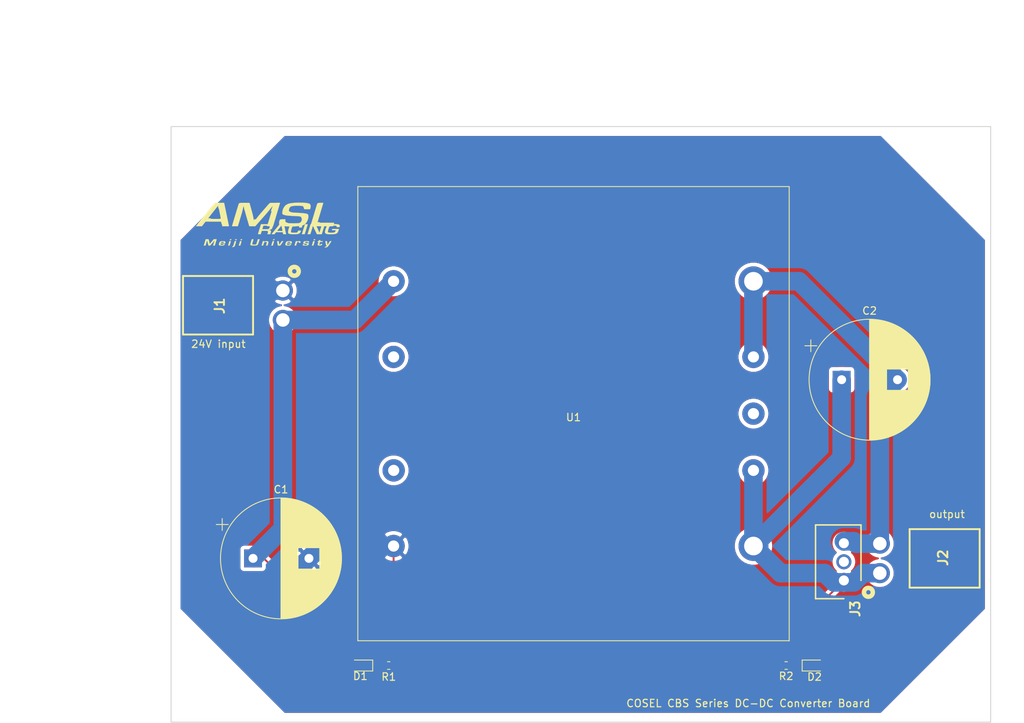
<source format=kicad_pcb>
(kicad_pcb (version 20171130) (host pcbnew "(5.1.0)-1")

  (general
    (thickness 1.6)
    (drawings 44)
    (tracks 41)
    (zones 0)
    (modules 15)
    (nets 11)
  )

  (page A4)
  (layers
    (0 F.Cu signal)
    (31 B.Cu signal)
    (32 B.Adhes user)
    (33 F.Adhes user)
    (34 B.Paste user)
    (35 F.Paste user)
    (36 B.SilkS user)
    (37 F.SilkS user)
    (38 B.Mask user)
    (39 F.Mask user)
    (40 Dwgs.User user)
    (41 Cmts.User user)
    (42 Eco1.User user)
    (43 Eco2.User user)
    (44 Edge.Cuts user)
    (45 Margin user)
    (46 B.CrtYd user)
    (47 F.CrtYd user)
    (48 B.Fab user)
    (49 F.Fab user)
  )

  (setup
    (last_trace_width 0.25)
    (user_trace_width 0.25)
    (trace_clearance 0.2)
    (zone_clearance 0.508)
    (zone_45_only no)
    (trace_min 0.2)
    (via_size 0.8)
    (via_drill 0.4)
    (via_min_size 0.4)
    (via_min_drill 0.3)
    (uvia_size 0.3)
    (uvia_drill 0.1)
    (uvias_allowed no)
    (uvia_min_size 0.2)
    (uvia_min_drill 0.1)
    (edge_width 0.05)
    (segment_width 0.2)
    (pcb_text_width 0.3)
    (pcb_text_size 1.5 1.5)
    (mod_edge_width 0.12)
    (mod_text_size 1 1)
    (mod_text_width 0.15)
    (pad_size 1.524 1.524)
    (pad_drill 0.762)
    (pad_to_mask_clearance 0.051)
    (solder_mask_min_width 0.25)
    (aux_axis_origin 0 0)
    (visible_elements 7FFFFFFF)
    (pcbplotparams
      (layerselection 0x010fc_ffffffff)
      (usegerberextensions false)
      (usegerberattributes false)
      (usegerberadvancedattributes false)
      (creategerberjobfile false)
      (excludeedgelayer true)
      (linewidth 0.100000)
      (plotframeref false)
      (viasonmask false)
      (mode 1)
      (useauxorigin false)
      (hpglpennumber 1)
      (hpglpenspeed 20)
      (hpglpendiameter 15.000000)
      (psnegative false)
      (psa4output false)
      (plotreference true)
      (plotvalue true)
      (plotinvisibletext false)
      (padsonsilk false)
      (subtractmaskfromsilk false)
      (outputformat 1)
      (mirror false)
      (drillshape 1)
      (scaleselection 1)
      (outputdirectory ""))
  )

  (net 0 "")
  (net 1 +24V)
  (net 2 GND)
  (net 3 "Net-(C2-Pad2)")
  (net 4 "Net-(C2-Pad1)")
  (net 5 "Net-(U1-Pad2)")
  (net 6 "Net-(U1-Pad3)")
  (net 7 "Net-(U1-Pad7)")
  (net 8 "Net-(J3-Pad2)")
  (net 9 "Net-(D1-Pad1)")
  (net 10 "Net-(D2-Pad1)")

  (net_class Default "これはデフォルトのネット クラスです。"
    (clearance 0.2)
    (trace_width 0.25)
    (via_dia 0.8)
    (via_drill 0.4)
    (uvia_dia 0.3)
    (uvia_drill 0.1)
    (add_net "Net-(D1-Pad1)")
    (add_net "Net-(D2-Pad1)")
    (add_net "Net-(J3-Pad2)")
    (add_net "Net-(U1-Pad2)")
    (add_net "Net-(U1-Pad3)")
    (add_net "Net-(U1-Pad7)")
  )

  (net_class V ""
    (clearance 0.5)
    (trace_width 2.5)
    (via_dia 0.8)
    (via_drill 0.4)
    (uvia_dia 0.3)
    (uvia_drill 0.1)
    (add_net +24V)
    (add_net GND)
    (add_net "Net-(C2-Pad1)")
    (add_net "Net-(C2-Pad2)")
  )

  (module MountingHole:MountingHole_3.2mm_M3 (layer F.Cu) (tedit 56D1B4CB) (tstamp 5CCB79C1)
    (at 5 5)
    (descr "Mounting Hole 3.2mm, no annular, M3")
    (tags "mounting hole 3.2mm no annular m3")
    (attr virtual)
    (fp_text reference REF** (at 0 -4.2) (layer F.SilkS) hide
      (effects (font (size 1 1) (thickness 0.15)))
    )
    (fp_text value MountingHole_3.2mm_M3 (at 0 4.2) (layer F.Fab)
      (effects (font (size 1 1) (thickness 0.15)))
    )
    (fp_circle (center 0 0) (end 3.45 0) (layer F.CrtYd) (width 0.05))
    (fp_circle (center 0 0) (end 3.2 0) (layer Cmts.User) (width 0.15))
    (fp_text user %R (at 0.3 0) (layer F.Fab)
      (effects (font (size 1 1) (thickness 0.15)))
    )
    (pad 1 np_thru_hole circle (at 0 0) (size 3.2 3.2) (drill 3.2) (layers *.Cu *.Mask))
  )

  (module MountingHole:MountingHole_3.2mm_M3 (layer F.Cu) (tedit 56D1B4CB) (tstamp 5CCB799D)
    (at 5 75)
    (descr "Mounting Hole 3.2mm, no annular, M3")
    (tags "mounting hole 3.2mm no annular m3")
    (attr virtual)
    (fp_text reference REF** (at 0 -4.2) (layer F.SilkS) hide
      (effects (font (size 1 1) (thickness 0.15)))
    )
    (fp_text value MountingHole_3.2mm_M3 (at 0 4.2) (layer F.Fab)
      (effects (font (size 1 1) (thickness 0.15)))
    )
    (fp_circle (center 0 0) (end 3.45 0) (layer F.CrtYd) (width 0.05))
    (fp_circle (center 0 0) (end 3.2 0) (layer Cmts.User) (width 0.15))
    (fp_text user %R (at 0.3 0) (layer F.Fab)
      (effects (font (size 1 1) (thickness 0.15)))
    )
    (pad 1 np_thru_hole circle (at 0 0) (size 3.2 3.2) (drill 3.2) (layers *.Cu *.Mask))
  )

  (module MountingHole:MountingHole_3.2mm_M3 (layer F.Cu) (tedit 56D1B4CB) (tstamp 5CCB7979)
    (at 105 75)
    (descr "Mounting Hole 3.2mm, no annular, M3")
    (tags "mounting hole 3.2mm no annular m3")
    (attr virtual)
    (fp_text reference REF** (at 0 -4.2) (layer F.SilkS) hide
      (effects (font (size 1 1) (thickness 0.15)))
    )
    (fp_text value MountingHole_3.2mm_M3 (at 0 4.2) (layer F.Fab)
      (effects (font (size 1 1) (thickness 0.15)))
    )
    (fp_circle (center 0 0) (end 3.45 0) (layer F.CrtYd) (width 0.05))
    (fp_circle (center 0 0) (end 3.2 0) (layer Cmts.User) (width 0.15))
    (fp_text user %R (at 0.3 0) (layer F.Fab)
      (effects (font (size 1 1) (thickness 0.15)))
    )
    (pad 1 np_thru_hole circle (at 0 0) (size 3.2 3.2) (drill 3.2) (layers *.Cu *.Mask))
  )

  (module MountingHole:MountingHole_3.2mm_M3 (layer F.Cu) (tedit 56D1B4CB) (tstamp 5CCB7955)
    (at 105 5)
    (descr "Mounting Hole 3.2mm, no annular, M3")
    (tags "mounting hole 3.2mm no annular m3")
    (attr virtual)
    (fp_text reference REF** (at 0 -4.2) (layer F.SilkS) hide
      (effects (font (size 1 1) (thickness 0.15)))
    )
    (fp_text value MountingHole_3.2mm_M3 (at 0 4.2) (layer F.Fab)
      (effects (font (size 1 1) (thickness 0.15)))
    )
    (fp_circle (center 0 0) (end 3.45 0) (layer F.CrtYd) (width 0.05))
    (fp_circle (center 0 0) (end 3.2 0) (layer Cmts.User) (width 0.15))
    (fp_text user %R (at 0.3 0) (layer F.Fab)
      (effects (font (size 1 1) (thickness 0.15)))
    )
    (pad 1 np_thru_hole circle (at 0 0) (size 3.2 3.2) (drill 3.2) (layers *.Cu *.Mask))
  )

  (module logo:amsl_logo (layer F.Cu) (tedit 0) (tstamp 5CCB75BF)
    (at 13 13)
    (fp_text reference G*** (at 0 0) (layer F.SilkS) hide
      (effects (font (size 1.524 1.524) (thickness 0.3)))
    )
    (fp_text value LOGO (at 0.75 0) (layer F.SilkS) hide
      (effects (font (size 1.524 1.524) (thickness 0.3)))
    )
    (fp_poly (pts (xy -5.869761 -2.702506) (xy -5.865577 -2.683654) (xy -5.856745 -2.642171) (xy -5.843643 -2.579891)
      (xy -5.826648 -2.498648) (xy -5.80614 -2.400276) (xy -5.782498 -2.28661) (xy -5.7561 -2.159483)
      (xy -5.727324 -2.020731) (xy -5.696549 -1.872186) (xy -5.664154 -1.715683) (xy -5.630518 -1.553056)
      (xy -5.596019 -1.38614) (xy -5.561035 -1.216768) (xy -5.525945 -1.046774) (xy -5.491129 -0.877994)
      (xy -5.456964 -0.71226) (xy -5.423829 -0.551408) (xy -5.392102 -0.39727) (xy -5.362163 -0.251682)
      (xy -5.33439 -0.116478) (xy -5.309161 0.006509) (xy -5.286856 0.115445) (xy -5.267852 0.208494)
      (xy -5.252529 0.283823) (xy -5.241264 0.339598) (xy -5.234438 0.373984) (xy -5.232401 0.385128)
      (xy -5.244624 0.387111) (xy -5.279389 0.388932) (xy -5.333837 0.390537) (xy -5.40511 0.39187)
      (xy -5.49035 0.392878) (xy -5.586698 0.393505) (xy -5.681791 0.3937) (xy -6.131182 0.3937)
      (xy -6.161061 0.238622) (xy -6.181137 0.146843) (xy -6.201123 0.080393) (xy -6.22047 0.04003)
      (xy -6.236932 0.00751) (xy -6.255016 -0.041136) (xy -6.27157 -0.097089) (xy -6.27625 -0.116042)
      (xy -6.3025 -0.2286) (xy -8.38045 -0.2286) (xy -8.868726 0.3937) (xy -9.654495 0.3937)
      (xy -9.631023 0.357644) (xy -9.619178 0.341688) (xy -9.59256 0.307312) (xy -9.552248 0.255867)
      (xy -9.499319 0.188703) (xy -9.434853 0.107171) (xy -9.359927 0.012621) (xy -9.275621 -0.093597)
      (xy -9.183012 -0.210132) (xy -9.083179 -0.335634) (xy -8.9772 -0.468753) (xy -8.866153 -0.608138)
      (xy -8.809304 -0.67945) (xy -8.029808 -0.67945) (xy -7.85952 -0.675936) (xy -7.790658 -0.674285)
      (xy -7.742893 -0.672177) (xy -7.711922 -0.668874) (xy -7.693444 -0.663639) (xy -7.683158 -0.655732)
      (xy -7.676841 -0.644601) (xy -7.655403 -0.619762) (xy -7.6327 -0.608106) (xy -7.613761 -0.606305)
      (xy -7.572113 -0.604583) (xy -7.510449 -0.602984) (xy -7.43146 -0.601551) (xy -7.337838 -0.600325)
      (xy -7.232275 -0.59935) (xy -7.117464 -0.598667) (xy -7.01675 -0.598354) (xy -6.869922 -0.598254)
      (xy -6.746725 -0.598572) (xy -6.645396 -0.59935) (xy -6.564171 -0.600631) (xy -6.501283 -0.602456)
      (xy -6.454969 -0.604868) (xy -6.423464 -0.60791) (xy -6.405003 -0.611624) (xy -6.401184 -0.613146)
      (xy -6.37102 -0.636559) (xy -6.351544 -0.661576) (xy -6.347682 -0.67065) (xy -6.345416 -0.683102)
      (xy -6.345089 -0.701077) (xy -6.347042 -0.72672) (xy -6.351618 -0.762176) (xy -6.359158 -0.809589)
      (xy -6.370004 -0.871106) (xy -6.384498 -0.948871) (xy -6.402983 -1.04503) (xy -6.425799 -1.161727)
      (xy -6.453289 -1.301107) (xy -6.454253 -1.305983) (xy -6.482821 -1.449807) (xy -6.507172 -1.570771)
      (xy -6.527794 -1.670975) (xy -6.545175 -1.752519) (xy -6.5598 -1.817503) (xy -6.572158 -1.868028)
      (xy -6.582734 -1.906194) (xy -6.592017 -1.934101) (xy -6.600492 -1.953851) (xy -6.607156 -1.965391)
      (xy -6.626533 -2.003956) (xy -6.645746 -2.062487) (xy -6.665505 -2.143276) (xy -6.672706 -2.177361)
      (xy -6.685425 -2.238495) (xy -6.696526 -2.28991) (xy -6.704958 -2.326876) (xy -6.70967 -2.344665)
      (xy -6.710091 -2.345524) (xy -6.71833 -2.336365) (xy -6.741113 -2.308692) (xy -6.777283 -2.263958)
      (xy -6.825682 -2.203616) (xy -6.885154 -2.129118) (xy -6.954544 -2.041917) (xy -7.032693 -1.943467)
      (xy -7.118445 -1.835219) (xy -7.210644 -1.718627) (xy -7.308133 -1.595144) (xy -7.371826 -1.514364)
      (xy -8.029808 -0.67945) (xy -8.809304 -0.67945) (xy -8.751118 -0.752439) (xy -8.633172 -0.900305)
      (xy -8.513393 -1.050387) (xy -8.392861 -1.201333) (xy -8.272653 -1.351794) (xy -8.153849 -1.500418)
      (xy -8.037525 -1.645856) (xy -7.924761 -1.786758) (xy -7.816636 -1.921772) (xy -7.714226 -2.049549)
      (xy -7.618612 -2.168738) (xy -7.530871 -2.277989) (xy -7.452081 -2.375951) (xy -7.383321 -2.461275)
      (xy -7.32567 -2.532609) (xy -7.280206 -2.588603) (xy -7.248006 -2.627907) (xy -7.230151 -2.649171)
      (xy -7.227436 -2.652156) (xy -7.18773 -2.685111) (xy -7.140681 -2.715073) (xy -7.125836 -2.722592)
      (xy -7.111426 -2.728888) (xy -7.09626 -2.73414) (xy -7.077968 -2.738462) (xy -7.054185 -2.741964)
      (xy -7.022543 -2.744758) (xy -6.980674 -2.746957) (xy -6.926213 -2.748671) (xy -6.85679 -2.750013)
      (xy -6.77004 -2.751094) (xy -6.663595 -2.752027) (xy -6.535088 -2.752923) (xy -6.475479 -2.753306)
      (xy -5.883408 -2.757061) (xy -5.869761 -2.702506)) (layer F.SilkS) (width 0.01))
    (fp_poly (pts (xy 5.130862 0.116713) (xy 5.157852 0.117122) (xy 5.341681 0.12065) (xy 4.932919 1.45415)
      (xy 4.549061 1.461148) (xy 4.571828 1.387799) (xy 4.580102 1.36096) (xy 4.594963 1.312565)
      (xy 4.615572 1.245346) (xy 4.641092 1.162039) (xy 4.670687 1.065376) (xy 4.703519 0.958092)
      (xy 4.73875 0.842921) (xy 4.775145 0.7239) (xy 4.81123 0.606274) (xy 4.845282 0.496049)
      (xy 4.876546 0.395609) (xy 4.90427 0.307342) (xy 4.927699 0.233635) (xy 4.946079 0.176872)
      (xy 4.958656 0.139441) (xy 4.964675 0.123729) (xy 4.964859 0.123472) (xy 4.980197 0.120192)
      (xy 5.016156 0.117867) (xy 5.067966 0.116655) (xy 5.130862 0.116713)) (layer F.SilkS) (width 0.01))
    (fp_poly (pts (xy 1.598339 -2.664463) (xy 1.591866 -2.642041) (xy 1.578677 -2.597179) (xy 1.559337 -2.531767)
      (xy 1.53441 -2.447698) (xy 1.504461 -2.346865) (xy 1.470054 -2.23116) (xy 1.431755 -2.102476)
      (xy 1.390129 -1.962704) (xy 1.34574 -1.813738) (xy 1.299153 -1.657469) (xy 1.250933 -1.495791)
      (xy 1.201644 -1.330595) (xy 1.151853 -1.163774) (xy 1.102122 -0.997221) (xy 1.053018 -0.832827)
      (xy 1.005104 -0.672485) (xy 0.958947 -0.518088) (xy 0.91511 -0.371528) (xy 0.874158 -0.234698)
      (xy 0.836657 -0.109489) (xy 0.803171 0.002205) (xy 0.774264 0.098493) (xy 0.750503 0.177482)
      (xy 0.73245 0.237279) (xy 0.722546 0.269875) (xy 0.702398 0.330346) (xy 0.68491 0.371951)
      (xy 0.67121 0.392154) (xy 0.667471 0.3937) (xy 0.654227 0.405502) (xy 0.640831 0.437584)
      (xy 0.634678 0.460375) (xy 0.616563 0.52087) (xy 0.59005 0.588465) (xy 0.558968 0.654854)
      (xy 0.527146 0.711737) (xy 0.503173 0.74548) (xy 0.454776 0.787075) (xy 0.386904 0.823422)
      (xy 0.305351 0.85182) (xy 0.246854 0.864895) (xy 0.190081 0.876132) (xy 0.15816 0.885711)
      (xy 0.150631 0.894043) (xy 0.167031 0.901542) (xy 0.19907 0.907514) (xy 0.271308 0.924262)
      (xy 0.33262 0.950417) (xy 0.377093 0.983157) (xy 0.389453 0.998384) (xy 0.403593 1.027918)
      (xy 0.409527 1.063734) (xy 0.406872 1.109612) (xy 0.395246 1.169331) (xy 0.374269 1.246672)
      (xy 0.359447 1.2954) (xy 0.309919 1.45415) (xy 0.118332 1.457647) (xy -0.073255 1.461145)
      (xy -0.030278 1.319584) (xy -0.008153 1.243936) (xy 0.005493 1.18767) (xy 0.010677 1.146234)
      (xy 0.007414 1.115073) (xy -0.004278 1.089634) (xy -0.024383 1.065363) (xy -0.029341 1.060319)
      (xy -0.046949 1.044073) (xy -0.065698 1.031146) (xy -0.088524 1.021205) (xy -0.118364 1.013914)
      (xy -0.158155 1.00894) (xy -0.210834 1.005947) (xy -0.279339 1.004603) (xy -0.366605 1.004572)
      (xy -0.475571 1.00552) (xy -0.507572 1.005883) (xy -0.830994 1.00965) (xy -0.879214 1.1684)
      (xy -0.899502 1.235314) (xy -0.919089 1.300128) (xy -0.935741 1.355439) (xy -0.947219 1.393825)
      (xy -0.967003 1.4605) (xy -1.156602 1.4605) (xy -1.22273 1.460155) (xy -1.278814 1.459205)
      (xy -1.320452 1.457777) (xy -1.343245 1.455998) (xy -1.3462 1.455038) (xy -1.342583 1.442218)
      (xy -1.332183 1.407342) (xy -1.315676 1.352635) (xy -1.293738 1.280321) (xy -1.267047 1.192624)
      (xy -1.236279 1.091769) (xy -1.20211 0.979979) (xy -1.165218 0.85948) (xy -1.143 0.787005)
      (xy -1.137294 0.768385) (xy -0.757421 0.768385) (xy -0.747832 0.774397) (xy -0.71647 0.779406)
      (xy -0.666943 0.783413) (xy -0.60286 0.786419) (xy -0.527826 0.788423) (xy -0.445451 0.789427)
      (xy -0.359341 0.78943) (xy -0.273105 0.788434) (xy -0.190349 0.786439) (xy -0.114683 0.783444)
      (xy -0.049713 0.779452) (xy 0.000953 0.774461) (xy 0.033708 0.768474) (xy 0.034382 0.768277)
      (xy 0.103029 0.73551) (xy 0.158132 0.681781) (xy 0.200097 0.606634) (xy 0.215141 0.564614)
      (xy 0.228685 0.514496) (xy 0.238137 0.467537) (xy 0.2413 0.436812) (xy 0.2413 0.3937)
      (xy -0.1016 0.3937) (xy -0.1016 0.3175) (xy -0.617811 0.3175) (xy -0.683968 0.533435)
      (xy -0.705823 0.604507) (xy -0.725476 0.667932) (xy -0.741576 0.719384) (xy -0.752771 0.75454)
      (xy -0.757421 0.768385) (xy -1.137294 0.768385) (xy -1.104849 0.662513) (xy -1.069031 0.545463)
      (xy -1.036223 0.438076) (xy -1.007103 0.342576) (xy -0.982345 0.261185) (xy -0.962628 0.196125)
      (xy -0.948626 0.149619) (xy -0.941018 0.12389) (xy -0.9398 0.119366) (xy -0.927576 0.118195)
      (xy -0.892807 0.11712) (xy -0.838349 0.116172) (xy -0.767056 0.115384) (xy -0.681783 0.114788)
      (xy -0.585386 0.114416) (xy -0.489397 0.1143) (xy -0.370079 0.114223) (xy -0.273655 0.113913)
      (xy -0.197618 0.113248) (xy -0.139463 0.112109) (xy -0.096683 0.110374) (xy -0.066772 0.107924)
      (xy -0.047224 0.104637) (xy -0.035532 0.100394) (xy -0.029192 0.095073) (xy -0.0273 0.092075)
      (xy -0.021035 0.075056) (xy -0.008455 0.036615) (xy 0.00953 -0.02032) (xy 0.032012 -0.092823)
      (xy 0.058082 -0.177964) (xy 0.086831 -0.272814) (xy 0.113613 -0.36195) (xy 0.150935 -0.486532)
      (xy 0.192432 -0.624817) (xy 0.235897 -0.769461) (xy 0.279119 -0.913122) (xy 0.319892 -1.048454)
      (xy 0.356006 -1.168116) (xy 0.36185 -1.18745) (xy 0.390892 -1.28425) (xy 0.417512 -1.374379)
      (xy 0.440806 -1.454667) (xy 0.45987 -1.521943) (xy 0.473801 -1.57304) (xy 0.481695 -1.604785)
      (xy 0.48314 -1.6129) (xy 0.483876 -1.655281) (xy 0.476422 -1.674373) (xy 0.457981 -1.67157)
      (xy 0.425755 -1.648265) (xy 0.420666 -1.64402) (xy 0.382184 -1.611639) (xy 0.418228 -1.717045)
      (xy 0.431742 -1.755834) (xy 0.451691 -1.812157) (xy 0.476319 -1.881143) (xy 0.503868 -1.957919)
      (xy 0.53258 -2.037611) (xy 0.560698 -2.115347) (xy 0.586466 -2.186255) (xy 0.608125 -2.245462)
      (xy 0.623918 -2.288095) (xy 0.629144 -2.301875) (xy 0.634288 -2.32055) (xy 0.629164 -2.323994)
      (xy 0.613062 -2.311422) (xy 0.58527 -2.282047) (xy 0.545077 -2.235083) (xy 0.491772 -2.169745)
      (xy 0.424643 -2.085248) (xy 0.370488 -2.016125) (xy 0.314187 -1.94401) (xy 0.262801 -1.878388)
      (xy 0.215021 -1.817721) (xy 0.169538 -1.76047) (xy 0.12504 -1.705094) (xy 0.080219 -1.650055)
      (xy 0.033764 -1.593813) (xy -0.015634 -1.534828) (xy -0.069286 -1.471561) (xy -0.1285 -1.402473)
      (xy -0.194588 -1.326023) (xy -0.268858 -1.240674) (xy -0.352621 -1.144885) (xy -0.447186 -1.037116)
      (xy -0.553863 -0.915829) (xy -0.673963 -0.779484) (xy -0.808795 -0.626541) (xy -0.89535 -0.52839)
      (xy -1.70815 0.393245) (xy -2.109393 0.393472) (xy -2.510636 0.3937) (xy -2.766842 -0.479425)
      (xy -2.809929 -0.626722) (xy -2.851467 -0.76961) (xy -2.890805 -0.905793) (xy -2.927291 -1.032975)
      (xy -2.960274 -1.14886) (xy -2.989102 -1.25115) (xy -3.013123 -1.33755) (xy -3.031685 -1.405763)
      (xy -3.044138 -1.453492) (xy -3.048811 -1.4732) (xy -3.066029 -1.552294) (xy -3.079677 -1.610386)
      (xy -3.090978 -1.651416) (xy -3.101156 -1.679327) (xy -3.111434 -1.69806) (xy -3.122746 -1.711274)
      (xy -3.132894 -1.728449) (xy -3.144843 -1.76297) (xy -3.159066 -1.816669) (xy -3.176036 -1.891375)
      (xy -3.196229 -1.988921) (xy -3.201645 -2.016125) (xy -3.222834 -2.119738) (xy -3.240825 -2.200309)
      (xy -3.255478 -2.257294) (xy -3.266657 -2.290147) (xy -3.273184 -2.2987) (xy -3.28789 -2.287951)
      (xy -3.295491 -2.270125) (xy -3.30006 -2.250151) (xy -3.309366 -2.20914) (xy -3.322563 -2.150836)
      (xy -3.338803 -2.078982) (xy -3.357242 -1.997319) (xy -3.371873 -1.932468) (xy -3.392271 -1.842483)
      (xy -3.411986 -1.756355) (xy -3.429972 -1.678596) (xy -3.445182 -1.613715) (xy -3.456567 -1.566222)
      (xy -3.461368 -1.547019) (xy -3.467929 -1.523534) (xy -3.481059 -1.478131) (xy -3.500038 -1.413226)
      (xy -3.524149 -1.331233) (xy -3.552672 -1.234567) (xy -3.584889 -1.125643) (xy -3.62008 -1.006876)
      (xy -3.657528 -0.880681) (xy -3.696513 -0.749472) (xy -3.736317 -0.615664) (xy -3.776221 -0.481672)
      (xy -3.815506 -0.349911) (xy -3.853454 -0.222796) (xy -3.889345 -0.102742) (xy -3.922462 0.007837)
      (xy -3.952084 0.106526) (xy -3.977495 0.19091) (xy -3.997974 0.258574) (xy -4.012803 0.307103)
      (xy -4.021033 0.333375) (xy -4.040642 0.3937) (xy -4.433321 0.3937) (xy -4.545152 0.393557)
      (xy -4.634073 0.393053) (xy -4.702576 0.392068) (xy -4.753151 0.390485) (xy -4.788287 0.388188)
      (xy -4.810475 0.385057) (xy -4.822205 0.380977) (xy -4.825966 0.375829) (xy -4.826 0.37517)
      (xy -4.822405 0.360002) (xy -4.811983 0.322351) (xy -4.795282 0.264039) (xy -4.77285 0.18689)
      (xy -4.745233 0.092725) (xy -4.712979 -0.016631) (xy -4.676636 -0.139358) (xy -4.63675 -0.273631)
      (xy -4.593869 -0.417628) (xy -4.548541 -0.569527) (xy -4.501312 -0.727504) (xy -4.45273 -0.889737)
      (xy -4.403342 -1.054402) (xy -4.353696 -1.219678) (xy -4.304339 -1.383741) (xy -4.255817 -1.544769)
      (xy -4.20868 -1.700939) (xy -4.163473 -1.850428) (xy -4.120744 -1.991413) (xy -4.081041 -2.122072)
      (xy -4.044911 -2.240582) (xy -4.0129 -2.345119) (xy -3.985557 -2.433862) (xy -3.963429 -2.504988)
      (xy -3.947063 -2.556673) (xy -3.937007 -2.587095) (xy -3.93455 -2.593682) (xy -3.89281 -2.663097)
      (xy -3.836033 -2.712063) (xy -3.764034 -2.740732) (xy -3.75679 -2.742324) (xy -3.723432 -2.746192)
      (xy -3.66474 -2.749247) (xy -3.580765 -2.751489) (xy -3.471559 -2.752918) (xy -3.337176 -2.753531)
      (xy -3.177667 -2.753328) (xy -3.086154 -2.752908) (xy -2.482957 -2.74955) (xy -2.466032 -2.69875)
      (xy -2.454641 -2.66223) (xy -2.437483 -2.604081) (xy -2.415357 -2.527215) (xy -2.389063 -2.434539)
      (xy -2.359398 -2.328964) (xy -2.327163 -2.213399) (xy -2.293155 -2.090753) (xy -2.258175 -1.963935)
      (xy -2.223021 -1.835855) (xy -2.188491 -1.709421) (xy -2.155386 -1.587544) (xy -2.124504 -1.473132)
      (xy -2.096643 -1.369095) (xy -2.072604 -1.278342) (xy -2.053184 -1.203783) (xy -2.039183 -1.148326)
      (xy -2.032611 -1.120533) (xy -2.021974 -1.070767) (xy -2.008828 -1.006626) (xy -1.993947 -0.932162)
      (xy -1.978105 -0.851426) (xy -1.962074 -0.768472) (xy -1.946627 -0.68735) (xy -1.93254 -0.612113)
      (xy -1.920583 -0.546813) (xy -1.911532 -0.495501) (xy -1.906159 -0.46223) (xy -1.905 -0.451883)
      (xy -1.897646 -0.442232) (xy -1.87767 -0.450422) (xy -1.8482 -0.474365) (xy -1.812366 -0.511977)
      (xy -1.808976 -0.515913) (xy -1.777344 -0.551788) (xy -1.75767 -0.570143) (xy -1.746265 -0.573466)
      (xy -1.739442 -0.564244) (xy -1.739004 -0.563097) (xy -1.721506 -0.534075) (xy -1.71042 -0.522584)
      (xy -1.695342 -0.514689) (xy -1.677664 -0.516128) (xy -1.655465 -0.528688) (xy -1.626824 -0.554156)
      (xy -1.589819 -0.594319) (xy -1.54253 -0.650963) (xy -1.483035 -0.725875) (xy -1.45982 -0.75565)
      (xy -1.416878 -0.810856) (xy -1.377662 -0.861067) (xy -1.340799 -0.907915) (xy -1.304917 -0.953029)
      (xy -1.268641 -0.998039) (xy -1.2306 -1.044575) (xy -1.189419 -1.094267) (xy -1.143726 -1.148745)
      (xy -1.092148 -1.209639) (xy -1.033311 -1.278578) (xy -0.965842 -1.357194) (xy -0.888369 -1.447115)
      (xy -0.799518 -1.549972) (xy -0.697916 -1.667394) (xy -0.58219 -1.801012) (xy -0.473709 -1.92621)
      (xy -0.353545 -2.064814) (xy -0.248756 -2.18549) (xy -0.158136 -2.289548) (xy -0.080478 -2.378302)
      (xy -0.014576 -2.453062) (xy 0.040778 -2.515139) (xy 0.08679 -2.565847) (xy 0.124667 -2.606497)
      (xy 0.155615 -2.638399) (xy 0.180842 -2.662867) (xy 0.201553 -2.681211) (xy 0.218956 -2.694744)
      (xy 0.234257 -2.704777) (xy 0.248663 -2.712621) (xy 0.250658 -2.71361) (xy 0.32385 -2.74955)
      (xy 0.973926 -2.753363) (xy 1.624003 -2.757175) (xy 1.598339 -2.664463)) (layer F.SilkS) (width 0.01))
    (fp_poly (pts (xy 7.227185 -2.75579) (xy 7.299365 -2.755308) (xy 7.351996 -2.754234) (xy 7.388002 -2.752345)
      (xy 7.410309 -2.749418) (xy 7.421842 -2.745231) (xy 7.425525 -2.739562) (xy 7.424747 -2.733675)
      (xy 7.418938 -2.713471) (xy 7.407719 -2.674261) (xy 7.392639 -2.621467) (xy 7.375247 -2.56051)
      (xy 7.37302 -2.5527) (xy 7.362658 -2.516975) (xy 7.345605 -2.458957) (xy 7.322466 -2.380682)
      (xy 7.293848 -2.284186) (xy 7.260356 -2.171505) (xy 7.222598 -2.044675) (xy 7.181179 -1.905733)
      (xy 7.136706 -1.756715) (xy 7.089784 -1.599656) (xy 7.041019 -1.436593) (xy 6.993052 -1.27635)
      (xy 6.658346 -0.15875) (xy 6.784574 -0.15512) (xy 6.842801 -0.153029) (xy 6.881468 -0.14983)
      (xy 6.906409 -0.144094) (xy 6.923463 -0.134397) (xy 6.938464 -0.119311) (xy 6.940447 -0.11702)
      (xy 6.970093 -0.08255) (xy 8.887577 -0.075732) (xy 8.871664 -0.015641) (xy 8.860187 0.026495)
      (xy 8.849818 0.062605) (xy 8.84662 0.073025) (xy 8.843412 0.085584) (xy 8.846177 0.09379)
      (xy 8.859077 0.098569) (xy 8.886271 0.100848) (xy 8.93192 0.101555) (xy 8.974869 0.10161)
      (xy 9.06873 0.10344) (xy 9.166839 0.10853) (xy 9.262818 0.116302) (xy 9.350291 0.126178)
      (xy 9.42288 0.137579) (xy 9.458972 0.14551) (xy 9.531673 0.170056) (xy 9.582188 0.201955)
      (xy 9.613442 0.244766) (xy 9.628363 0.302048) (xy 9.630637 0.354207) (xy 9.627904 0.403779)
      (xy 9.622031 0.447946) (xy 9.615623 0.473075) (xy 9.601828 0.508) (xy 9.2202 0.508)
      (xy 9.2202 0.4445) (xy 9.218622 0.407437) (xy 9.211898 0.378796) (xy 9.197039 0.357235)
      (xy 9.171057 0.341415) (xy 9.130964 0.329993) (xy 9.073773 0.321629) (xy 8.996496 0.314983)
      (xy 8.920838 0.310157) (xy 8.780227 0.301825) (xy 8.767981 0.344587) (xy 8.755736 0.38735)
      (xy 8.287988 0.40005) (xy 8.246396 0.454615) (xy 8.224052 0.49238) (xy 8.197662 0.550896)
      (xy 8.168648 0.626111) (xy 8.138431 0.713971) (xy 8.108435 0.810423) (xy 8.080082 0.911414)
      (xy 8.063879 0.97482) (xy 8.047736 1.056705) (xy 8.044913 1.11947) (xy 8.05586 1.165895)
      (xy 8.081026 1.19876) (xy 8.102356 1.212724) (xy 8.153749 1.230613) (xy 8.229692 1.243945)
      (xy 8.329737 1.25267) (xy 8.453439 1.256737) (xy 8.498556 1.257048) (xy 8.628632 1.255097)
      (xy 8.735999 1.248501) (xy 8.823016 1.236723) (xy 8.89204 1.219226) (xy 8.945428 1.195471)
      (xy 8.985537 1.164921) (xy 9.005383 1.141478) (xy 9.024922 1.109177) (xy 9.046858 1.06578)
      (xy 9.067732 1.019134) (xy 9.084085 0.977084) (xy 9.092458 0.947473) (xy 9.092898 0.942975)
      (xy 9.087061 0.937292) (xy 9.067622 0.933037) (xy 9.032053 0.930052) (xy 8.977829 0.92818)
      (xy 8.902424 0.92726) (xy 8.8392 0.9271) (xy 8.74975 0.92722) (xy 8.682932 0.926718)
      (xy 8.635986 0.924295) (xy 8.606151 0.918655) (xy 8.590669 0.908501) (xy 8.58678 0.892536)
      (xy 8.591723 0.869463) (xy 8.60274 0.837985) (xy 8.609502 0.81915) (xy 8.631835 0.75565)
      (xy 9.078417 0.752312) (xy 9.204334 0.751592) (xy 9.306607 0.75153) (xy 9.386986 0.752172)
      (xy 9.44722 0.753562) (xy 9.489059 0.755746) (xy 9.514251 0.758769) (xy 9.524547 0.762676)
      (xy 9.525 0.763868) (xy 9.521556 0.781175) (xy 9.512159 0.817604) (xy 9.498209 0.867965)
      (xy 9.481107 0.927067) (xy 9.479559 0.932305) (xy 9.442925 1.045618) (xy 9.404046 1.141033)
      (xy 9.360419 1.220204) (xy 9.309542 1.284785) (xy 9.248911 1.336431) (xy 9.176025 1.376794)
      (xy 9.08838 1.40753) (xy 8.983474 1.430291) (xy 8.858803 1.446732) (xy 8.711865 1.458508)
      (xy 8.68045 1.460399) (xy 8.576493 1.465888) (xy 8.489182 1.469131) (xy 8.409872 1.470204)
      (xy 8.329914 1.469182) (xy 8.240661 1.466141) (xy 8.2042 1.464548) (xy 8.121469 1.4586)
      (xy 8.033968 1.44863) (xy 7.950469 1.435879) (xy 7.879742 1.421589) (xy 7.85495 1.415139)
      (xy 7.773392 1.383468) (xy 7.712882 1.340358) (xy 7.672492 1.284158) (xy 7.651292 1.213214)
      (xy 7.648354 1.125875) (xy 7.655629 1.060607) (xy 7.667958 1.001022) (xy 7.688347 0.924386)
      (xy 7.714743 0.836947) (xy 7.745091 0.744952) (xy 7.777337 0.65465) (xy 7.809429 0.572289)
      (xy 7.83681 0.509417) (xy 7.858574 0.462478) (xy 7.875529 0.425032) (xy 7.885276 0.40242)
      (xy 7.8867 0.398292) (xy 7.874778 0.396599) (xy 7.842127 0.395187) (xy 7.793415 0.394184)
      (xy 7.733312 0.393718) (xy 7.718326 0.3937) (xy 7.549952 0.3937) (xy 7.405016 0.866775)
      (xy 7.372101 0.974266) (xy 7.340879 1.076325) (xy 7.312287 1.169886) (xy 7.287261 1.251882)
      (xy 7.266736 1.319249) (xy 7.251647 1.368921) (xy 7.242931 1.397832) (xy 7.242235 1.400175)
      (xy 7.224389 1.4605) (xy 6.570514 1.4605) (xy 6.366473 1.044575) (xy 6.317363 0.943595)
      (xy 6.270067 0.84471) (xy 6.226226 0.751471) (xy 6.187483 0.667434) (xy 6.15548 0.596153)
      (xy 6.131858 0.541179) (xy 6.120042 0.511175) (xy 6.099926 0.457004) (xy 6.084971 0.422561)
      (xy 6.072363 0.403457) (xy 6.059287 0.395303) (xy 6.044701 0.3937) (xy 6.516268 0.3937)
      (xy 6.624825 0.619125) (xy 6.666518 0.707293) (xy 6.711615 0.805332) (xy 6.756067 0.904269)
      (xy 6.795827 0.995135) (xy 6.816802 1.044575) (xy 6.844745 1.110221) (xy 6.869913 1.166816)
      (xy 6.890519 1.210538) (xy 6.904774 1.237565) (xy 6.910372 1.2446) (xy 6.919372 1.233514)
      (xy 6.930182 1.205572) (xy 6.934433 1.190625) (xy 6.953535 1.117625) (xy 6.972565 1.047537)
      (xy 6.993081 0.974949) (xy 7.016642 0.89445) (xy 7.044807 0.800628) (xy 7.079133 0.68807)
      (xy 7.079462 0.686996) (xy 7.103563 0.607917) (xy 7.12493 0.536928) (xy 7.142497 0.477642)
      (xy 7.155199 0.433674) (xy 7.16197 0.408638) (xy 7.1628 0.404421) (xy 7.150662 0.401515)
      (xy 7.116494 0.398909) (xy 7.063667 0.396713) (xy 6.995551 0.39504) (xy 6.915516 0.394001)
      (xy 6.839534 0.3937) (xy 6.516268 0.3937) (xy 6.044701 0.3937) (xy 6.030489 0.395073)
      (xy 6.019309 0.401893) (xy 6.009152 0.418211) (xy 5.99801 0.448078) (xy 5.983875 0.495543)
      (xy 5.970706 0.542925) (xy 5.956273 0.593842) (xy 5.935659 0.664388) (xy 5.910247 0.749943)
      (xy 5.881419 0.845888) (xy 5.850557 0.947604) (xy 5.819043 1.050471) (xy 5.812051 1.07315)
      (xy 5.694441 1.45415) (xy 5.502179 1.457652) (xy 5.309918 1.461154) (xy 5.327807 1.406852)
      (xy 5.336207 1.380403) (xy 5.350998 1.332816) (xy 5.371212 1.267262) (xy 5.395883 1.186914)
      (xy 5.424043 1.094944) (xy 5.454728 0.994526) (xy 5.486969 0.88883) (xy 5.5198 0.78103)
      (xy 5.552254 0.674298) (xy 5.583364 0.571806) (xy 5.612164 0.476727) (xy 5.637688 0.392234)
      (xy 5.658967 0.321497) (xy 5.675036 0.267691) (xy 5.67815 0.257175) (xy 5.698336 0.192053)
      (xy 5.71432 0.148632) (xy 5.727467 0.123828) (xy 5.739146 0.11456) (xy 5.74152 0.1143)
      (xy 5.767531 0.10549) (xy 5.775426 0.098425) (xy 5.780718 0.084336) (xy 5.792767 0.047505)
      (xy 5.811085 -0.010469) (xy 5.835182 -0.087982) (xy 5.86457 -0.183433) (xy 5.898761 -0.295221)
      (xy 5.937266 -0.421745) (xy 5.979596 -0.561402) (xy 6.025263 -0.712591) (xy 6.073778 -0.873711)
      (xy 6.124653 -1.04316) (xy 6.177359 -1.2192) (xy 6.230457 -1.396593) (xy 6.281909 -1.56809)
      (xy 6.331203 -1.732005) (xy 6.377827 -1.886653) (xy 6.421269 -2.03035) (xy 6.461018 -2.161411)
      (xy 6.496561 -2.27815) (xy 6.527386 -2.378882) (xy 6.552982 -2.461923) (xy 6.572836 -2.525587)
      (xy 6.586437 -2.568189) (xy 6.59309 -2.587594) (xy 6.632807 -2.658601) (xy 6.687355 -2.709038)
      (xy 6.757033 -2.739167) (xy 6.768723 -2.741933) (xy 6.801432 -2.746155) (xy 6.855238 -2.749821)
      (xy 6.925843 -2.752764) (xy 7.008947 -2.754822) (xy 7.100253 -2.755827) (xy 7.13253 -2.7559)
      (xy 7.227185 -2.75579)) (layer F.SilkS) (width 0.01))
    (fp_poly (pts (xy 4.328211 -2.777609) (xy 4.463582 -2.775952) (xy 4.594236 -2.773348) (xy 4.715793 -2.769846)
      (xy 4.823877 -2.765494) (xy 4.91411 -2.760342) (xy 4.9657 -2.756152) (xy 5.125857 -2.738376)
      (xy 5.265575 -2.718114) (xy 5.383864 -2.695583) (xy 5.479733 -2.671) (xy 5.552192 -2.644582)
      (xy 5.599194 -2.617393) (xy 5.659108 -2.553995) (xy 5.701138 -2.473556) (xy 5.725123 -2.37723)
      (xy 5.7309 -2.266172) (xy 5.718306 -2.141536) (xy 5.68718 -2.004479) (xy 5.685909 -2.000014)
      (xy 5.656873 -1.89865) (xy 5.254136 -1.895297) (xy 4.8514 -1.891944) (xy 4.8514 -1.9475)
      (xy 4.840565 -2.010176) (xy 4.81965 -2.049842) (xy 4.799715 -2.086699) (xy 4.788678 -2.121637)
      (xy 4.7879 -2.130155) (xy 4.779459 -2.17537) (xy 4.757736 -2.224172) (xy 4.728132 -2.266896)
      (xy 4.696604 -2.293589) (xy 4.662969 -2.308896) (xy 4.624977 -2.321504) (xy 4.579775 -2.331722)
      (xy 4.524512 -2.339856) (xy 4.456338 -2.346214) (xy 4.372401 -2.351101) (xy 4.269849 -2.354827)
      (xy 4.145832 -2.357696) (xy 4.092684 -2.358623) (xy 3.888829 -2.360312) (xy 3.708559 -2.35798)
      (xy 3.550296 -2.351064) (xy 3.412462 -2.339004) (xy 3.293477 -2.321238) (xy 3.191765 -2.297206)
      (xy 3.105747 -2.266346) (xy 3.033845 -2.228097) (xy 2.97448 -2.181898) (xy 2.926075 -2.127187)
      (xy 2.887051 -2.063403) (xy 2.85583 -1.989985) (xy 2.831822 -1.910265) (xy 2.811787 -1.809667)
      (xy 2.808384 -1.727422) (xy 2.822115 -1.662261) (xy 2.853481 -1.612918) (xy 2.902985 -1.578125)
      (xy 2.971126 -1.556613) (xy 2.9718 -1.556481) (xy 3.007108 -1.546171) (xy 3.053618 -1.528225)
      (xy 3.09245 -1.510696) (xy 3.124516 -1.497252) (xy 3.163533 -1.485282) (xy 3.211543 -1.474567)
      (xy 3.270593 -1.464889) (xy 3.342725 -1.456028) (xy 3.429986 -1.447765) (xy 3.534419 -1.439882)
      (xy 3.658069 -1.432158) (xy 3.802982 -1.424376) (xy 3.9712 -1.416316) (xy 3.9751 -1.416138)
      (xy 4.174754 -1.406364) (xy 4.351659 -1.396247) (xy 4.508465 -1.385515) (xy 4.647822 -1.373898)
      (xy 4.772381 -1.361125) (xy 4.884791 -1.346925) (xy 4.987703 -1.331027) (xy 5.083768 -1.313161)
      (xy 5.172467 -1.293798) (xy 5.246742 -1.273002) (xy 5.301611 -1.248049) (xy 5.343071 -1.21473)
      (xy 5.377115 -1.168834) (xy 5.3941 -1.138171) (xy 5.42156 -1.060195) (xy 5.433807 -0.965166)
      (xy 5.431333 -0.855994) (xy 5.414632 -0.735588) (xy 5.384196 -0.606858) (xy 5.340519 -0.472712)
      (xy 5.284093 -0.336059) (xy 5.244284 -0.254) (xy 5.156814 -0.106947) (xy 5.056396 0.019025)
      (xy 4.943531 0.123464) (xy 4.818719 0.205921) (xy 4.682461 0.265944) (xy 4.657725 0.274031)
      (xy 4.5847 0.296738) (xy 4.584455 0.361094) (xy 4.580719 0.414912) (xy 4.571664 0.472083)
      (xy 4.567764 0.48895) (xy 4.551318 0.55245) (xy 4.359252 0.555951) (xy 4.167185 0.559453)
      (xy 4.179092 0.517935) (xy 4.187018 0.478593) (xy 4.190506 0.436636) (xy 4.189418 0.400538)
      (xy 4.183614 0.378778) (xy 4.18142 0.376578) (xy 4.16607 0.375578) (xy 4.130005 0.3767)
      (xy 4.077799 0.379701) (xy 4.014025 0.384339) (xy 3.975045 0.387553) (xy 3.893696 0.393826)
      (xy 3.796334 0.40022) (xy 3.692337 0.406184) (xy 3.591082 0.411167) (xy 3.533404 0.413535)
      (xy 3.288559 0.422623) (xy 3.245344 0.512936) (xy 3.212132 0.590566) (xy 3.179697 0.68121)
      (xy 3.149666 0.778751) (xy 3.123667 0.877077) (xy 3.103327 0.970074) (xy 3.090274 1.051627)
      (xy 3.0861 1.111173) (xy 3.088136 1.149179) (xy 3.095893 1.179671) (xy 3.111843 1.203458)
      (xy 3.13846 1.221355) (xy 3.178217 1.234172) (xy 3.233585 1.242722) (xy 3.307039 1.247816)
      (xy 3.40105 1.250268) (xy 3.51155 1.250888) (xy 3.625543 1.25007) (xy 3.717347 1.247193)
      (xy 3.790128 1.241707) (xy 3.847052 1.233062) (xy 3.891286 1.220708) (xy 3.925995 1.204093)
      (xy 3.954346 1.182668) (xy 3.965179 1.17204) (xy 3.991886 1.13727) (xy 4.017995 1.092376)
      (xy 4.038954 1.046474) (xy 4.050213 1.008677) (xy 4.051021 1.000125) (xy 4.053186 0.991561)
      (xy 4.061906 0.985516) (xy 4.080898 0.981558) (xy 4.113874 0.979256) (xy 4.164549 0.97818)
      (xy 4.236639 0.9779) (xy 4.434318 0.9779) (xy 4.425742 1.019175) (xy 4.407208 1.077939)
      (xy 4.376195 1.145839) (xy 4.337737 1.21361) (xy 4.296865 1.271985) (xy 4.274812 1.297102)
      (xy 4.228923 1.337971) (xy 4.177635 1.371397) (xy 4.117736 1.398289) (xy 4.046015 1.419558)
      (xy 3.95926 1.436115) (xy 3.85426 1.448871) (xy 3.727803 1.458736) (xy 3.69849 1.46051)
      (xy 3.595439 1.466069) (xy 3.510109 1.469446) (xy 3.434911 1.470626) (xy 3.362259 1.469596)
      (xy 3.284566 1.466341) (xy 3.194245 1.460848) (xy 3.175 1.459548) (xy 3.045367 1.447789)
      (xy 2.939081 1.431242) (xy 2.854374 1.40893) (xy 2.78948 1.379874) (xy 2.742631 1.343095)
      (xy 2.712062 1.297615) (xy 2.696005 1.242455) (xy 2.692419 1.192288) (xy 2.697733 1.108124)
      (xy 2.71265 1.007253) (xy 2.735571 0.895763) (xy 2.764897 0.779743) (xy 2.799029 0.665282)
      (xy 2.836368 0.55847) (xy 2.875314 0.465395) (xy 2.892476 0.430499) (xy 2.881779 0.427571)
      (xy 2.849629 0.424124) (xy 2.799962 0.420453) (xy 2.73671 0.416852) (xy 2.670608 0.413882)
      (xy 2.587048 0.410201) (xy 2.502626 0.405847) (xy 2.424598 0.401235) (xy 2.360219 0.396786)
      (xy 2.33045 0.394301) (xy 2.279861 0.389847) (xy 2.240165 0.386813) (xy 2.21715 0.38562)
      (xy 2.213721 0.38583) (xy 2.215808 0.398112) (xy 2.222492 0.432116) (xy 2.233118 0.484711)
      (xy 2.247035 0.552767) (xy 2.26359 0.633154) (xy 2.28213 0.722741) (xy 2.302001 0.818399)
      (xy 2.322552 0.916997) (xy 2.34313 1.015405) (xy 2.363081 1.110493) (xy 2.381753 1.199131)
      (xy 2.398493 1.278188) (xy 2.412649 1.344534) (xy 2.423567 1.395039) (xy 2.430596 1.426572)
      (xy 2.431942 1.432249) (xy 2.439046 1.461148) (xy 2.238841 1.457649) (xy 2.038635 1.45415)
      (xy 2.013843 1.323975) (xy 1.989052 1.1938) (xy 1.083489 1.1938) (xy 0.9779 1.32715)
      (xy 0.87231 1.4605) (xy 0.677455 1.4605) (xy 0.610357 1.4601) (xy 0.553245 1.458996)
      (xy 0.510458 1.457335) (xy 0.486337 1.45526) (xy 0.4826 1.453993) (xy 0.490419 1.443292)
      (xy 0.512986 1.414589) (xy 0.548963 1.369539) (xy 0.597011 1.309799) (xy 0.655793 1.237024)
      (xy 0.723969 1.152869) (xy 0.800203 1.058991) (xy 0.848102 1.000125) (xy 1.240872 1.000125)
      (xy 1.242013 1.004883) (xy 1.254962 1.008644) (xy 1.281927 1.011509) (xy 1.325116 1.013577)
      (xy 1.38674 1.014947) (xy 1.469006 1.01572) (xy 1.574124 1.015995) (xy 1.592294 1.016)
      (xy 1.685431 1.01586) (xy 1.769744 1.015465) (xy 1.842057 1.014852) (xy 1.899191 1.014057)
      (xy 1.937969 1.013117) (xy 1.955212 1.012067) (xy 1.9558 1.011829) (xy 1.953301 0.996651)
      (xy 1.946352 0.960895) (xy 1.93577 0.908448) (xy 1.922372 0.843195) (xy 1.906978 0.769023)
      (xy 1.890406 0.689818) (xy 1.873472 0.609467) (xy 1.856997 0.531855) (xy 1.841797 0.460868)
      (xy 1.82869 0.400394) (xy 1.818496 0.354317) (xy 1.812031 0.326524) (xy 1.810166 0.320032)
      (xy 1.796621 0.3206) (xy 1.79242 0.322786) (xy 1.782652 0.333556) (xy 1.759204 0.361326)
      (xy 1.724335 0.403323) (xy 1.680304 0.456771) (xy 1.629372 0.518895) (xy 1.573798 0.586922)
      (xy 1.515841 0.658075) (xy 1.457761 0.72958) (xy 1.401817 0.798662) (xy 1.350269 0.862547)
      (xy 1.305376 0.918459) (xy 1.269398 0.963624) (xy 1.244595 0.995267) (xy 1.240872 1.000125)
      (xy 0.848102 1.000125) (xy 0.883157 0.957044) (xy 0.971491 0.848684) (xy 1.003459 0.809517)
      (xy 1.124875 0.660363) (xy 1.229845 0.530477) (xy 1.318411 0.419804) (xy 1.390613 0.328293)
      (xy 1.446494 0.255889) (xy 1.486095 0.202539) (xy 1.509457 0.168189) (xy 1.516624 0.152786)
      (xy 1.516534 0.152448) (xy 1.498842 0.087945) (xy 1.489907 0.006823) (xy 1.49025 -0.083508)
      (xy 1.495687 -0.143583) (xy 1.515535 -0.263537) (xy 1.542157 -0.360119) (xy 1.576213 -0.43461)
      (xy 1.618363 -0.488293) (xy 1.669266 -0.522447) (xy 1.695598 -0.531897) (xy 1.725677 -0.536511)
      (xy 1.77817 -0.540346) (xy 1.850099 -0.543287) (xy 1.938486 -0.545215) (xy 2.040353 -0.546015)
      (xy 2.05508 -0.54603) (xy 2.151519 -0.545946) (xy 2.225435 -0.545506) (xy 2.279705 -0.544497)
      (xy 2.317207 -0.54271) (xy 2.340817 -0.539932) (xy 2.353412 -0.535953) (xy 2.357869 -0.530562)
      (xy 2.357167 -0.523875) (xy 2.342815 -0.461257) (xy 2.334126 -0.391699) (xy 2.331894 -0.325375)
      (xy 2.336915 -0.272455) (xy 2.337365 -0.27037) (xy 2.357889 -0.212142) (xy 2.392126 -0.16925)
      (xy 2.444097 -0.137953) (xy 2.500108 -0.11903) (xy 2.550553 -0.102926) (xy 2.597118 -0.083864)
      (xy 2.625521 -0.068534) (xy 2.649687 -0.054748) (xy 2.679494 -0.043076) (xy 2.717051 -0.033357)
      (xy 2.764468 -0.025428) (xy 2.823853 -0.019128) (xy 2.897315 -0.014295) (xy 2.986963 -0.010767)
      (xy 3.094906 -0.008381) (xy 3.223252 -0.006977) (xy 3.374111 -0.006392) (xy 3.43535 -0.00635)
      (xy 3.591369 -0.006665) (xy 3.724457 -0.007757) (xy 3.837073 -0.009852) (xy 3.931682 -0.013175)
      (xy 4.010743 -0.017949) (xy 4.076719 -0.024399) (xy 4.132071 -0.03275) (xy 4.179261 -0.043227)
      (xy 4.220752 -0.056053) (xy 4.259004 -0.071453) (xy 4.285099 -0.083849) (xy 4.342729 -0.116372)
      (xy 4.386949 -0.151916) (xy 4.42633 -0.198314) (xy 4.452833 -0.237137) (xy 4.495235 -0.313499)
      (xy 4.52682 -0.392536) (xy 4.546808 -0.469748) (xy 4.554419 -0.540634) (xy 4.548874 -0.600693)
      (xy 4.529394 -0.645426) (xy 4.524543 -0.65129) (xy 4.503713 -0.690288) (xy 4.492603 -0.748513)
      (xy 4.486015 -0.793431) (xy 4.472783 -0.824442) (xy 4.447622 -0.853003) (xy 4.44201 -0.858227)
      (xy 4.418825 -0.87661) (xy 4.390727 -0.892755) (xy 4.355781 -0.90692) (xy 4.312052 -0.919362)
      (xy 4.257606 -0.930338) (xy 4.19051 -0.940106) (xy 4.108829 -0.948921) (xy 4.010629 -0.957042)
      (xy 3.893975 -0.964725) (xy 3.756933 -0.972228) (xy 3.597569 -0.979807) (xy 3.4925 -0.984409)
      (xy 3.254256 -0.995798) (xy 3.040068 -1.008652) (xy 2.848625 -1.023162) (xy 2.678615 -1.039519)
      (xy 2.528726 -1.057913) (xy 2.397648 -1.078535) (xy 2.284067 -1.101574) (xy 2.186672 -1.127223)
      (xy 2.104153 -1.15567) (xy 2.035196 -1.187106) (xy 2.013404 -1.199213) (xy 1.977619 -1.222282)
      (xy 1.952951 -1.245732) (xy 1.937391 -1.274787) (xy 1.928932 -1.314672) (xy 1.925565 -1.370611)
      (xy 1.925182 -1.42875) (xy 1.936264 -1.581287) (xy 1.967093 -1.737264) (xy 2.015674 -1.891889)
      (xy 2.080012 -2.040371) (xy 2.158113 -2.177917) (xy 2.247979 -2.299735) (xy 2.319435 -2.375571)
      (xy 2.399712 -2.444965) (xy 2.486095 -2.506073) (xy 2.580615 -2.559463) (xy 2.685304 -2.6057)
      (xy 2.802193 -2.645351) (xy 2.933314 -2.678982) (xy 3.080697 -2.70716) (xy 3.246375 -2.730452)
      (xy 3.432379 -2.749423) (xy 3.64074 -2.764641) (xy 3.7338 -2.769963) (xy 3.827097 -2.77378)
      (xy 3.937564 -2.776404) (xy 4.060824 -2.777884) (xy 4.192499 -2.778269) (xy 4.328211 -2.777609)) (layer F.SilkS) (width 0.01))
    (fp_poly (pts (xy 6.329812 2.137409) (xy 6.34858 2.141043) (xy 6.349929 2.142611) (xy 6.346741 2.160402)
      (xy 6.338934 2.191833) (xy 6.336632 2.200275) (xy 6.323406 2.2479) (xy 6.110312 2.2479)
      (xy 6.141496 2.13995) (xy 6.245748 2.136261) (xy 6.293563 2.135695) (xy 6.329812 2.137409)) (layer F.SilkS) (width 0.01))
    (fp_poly (pts (xy 0.89561 2.181128) (xy 0.888345 2.214476) (xy 0.881776 2.236213) (xy 0.880747 2.238278)
      (xy 0.86612 2.242787) (xy 0.832613 2.246165) (xy 0.786742 2.247822) (xy 0.77395 2.2479)
      (xy 0.720586 2.246765) (xy 0.688754 2.242931) (xy 0.67467 2.235755) (xy 0.6731 2.230745)
      (xy 0.677083 2.207342) (xy 0.6867 2.17458) (xy 0.687042 2.173595) (xy 0.700984 2.1336)
      (xy 0.904526 2.1336) (xy 0.89561 2.181128)) (layer F.SilkS) (width 0.01))
    (fp_poly (pts (xy -3.47319 2.181128) (xy -3.480455 2.214476) (xy -3.487024 2.236213) (xy -3.488053 2.238278)
      (xy -3.50268 2.242787) (xy -3.536187 2.246165) (xy -3.582058 2.247822) (xy -3.59485 2.2479)
      (xy -3.648214 2.246765) (xy -3.680046 2.242931) (xy -3.69413 2.235755) (xy -3.6957 2.230745)
      (xy -3.691717 2.207342) (xy -3.6821 2.17458) (xy -3.681758 2.173595) (xy -3.667816 2.1336)
      (xy -3.464274 2.1336) (xy -3.47319 2.181128)) (layer F.SilkS) (width 0.01))
    (fp_poly (pts (xy -4.230842 2.134077) (xy -4.199712 2.136184) (xy -4.185008 2.140928) (xy -4.182246 2.14932)
      (xy -4.184181 2.155825) (xy -4.193273 2.185295) (xy -4.199827 2.212975) (xy -4.204167 2.229987)
      (xy -4.21235 2.240321) (xy -4.229782 2.245641) (xy -4.261869 2.247613) (xy -4.313238 2.2479)
      (xy -4.361627 2.247012) (xy -4.398497 2.244647) (xy -4.417977 2.241249) (xy -4.4196 2.239848)
      (xy -4.416256 2.223587) (xy -4.407925 2.193001) (xy -4.40489 2.182698) (xy -4.39018 2.1336)
      (xy -4.282881 2.1336) (xy -4.230842 2.134077)) (layer F.SilkS) (width 0.01))
    (fp_poly (pts (xy -4.90829 2.181128) (xy -4.915555 2.214476) (xy -4.922124 2.236213) (xy -4.923153 2.238278)
      (xy -4.93778 2.242787) (xy -4.971287 2.246165) (xy -5.017158 2.247822) (xy -5.02995 2.2479)
      (xy -5.083314 2.246765) (xy -5.115146 2.242931) (xy -5.12923 2.235755) (xy -5.1308 2.230745)
      (xy -5.126817 2.207342) (xy -5.1172 2.17458) (xy -5.116858 2.173595) (xy -5.102916 2.1336)
      (xy -4.899374 2.1336) (xy -4.90829 2.181128)) (layer F.SilkS) (width 0.01))
    (fp_poly (pts (xy 7.044151 2.294983) (xy 7.035212 2.332762) (xy 7.028274 2.359025) (xy 7.020137 2.3876)
      (xy 7.186718 2.3876) (xy 7.257153 2.387791) (xy 7.305545 2.389448) (xy 7.33525 2.394196)
      (xy 7.349623 2.403659) (xy 7.352021 2.419463) (xy 7.345801 2.443231) (xy 7.33948 2.461553)
      (xy 7.32566 2.501197) (xy 7.153597 2.504723) (xy 6.981533 2.50825) (xy 6.93397 2.667)
      (xy 6.911594 2.746246) (xy 6.89881 2.802763) (xy 6.895471 2.837279) (xy 6.897589 2.847114)
      (xy 6.923368 2.872159) (xy 6.961121 2.88068) (xy 7.00413 2.873349) (xy 7.045672 2.850836)
      (xy 7.067206 2.830191) (xy 7.087992 2.801158) (xy 7.098846 2.777543) (xy 7.0993 2.773975)
      (xy 7.105178 2.764286) (xy 7.125658 2.758625) (xy 7.165011 2.756176) (xy 7.193779 2.7559)
      (xy 7.288258 2.7559) (xy 7.268673 2.813379) (xy 7.239747 2.87394) (xy 7.197838 2.920067)
      (xy 7.140567 2.95291) (xy 7.065558 2.973625) (xy 6.970434 2.983365) (xy 6.916019 2.98448)
      (xy 6.846939 2.983065) (xy 6.797256 2.978339) (xy 6.761095 2.969543) (xy 6.743957 2.962255)
      (xy 6.709257 2.938368) (xy 6.682891 2.909349) (xy 6.680832 2.90591) (xy 6.673725 2.890538)
      (xy 6.670675 2.873485) (xy 6.672356 2.850148) (xy 6.679444 2.815922) (xy 6.692613 2.766204)
      (xy 6.710554 2.703265) (xy 6.728775 2.640533) (xy 6.744846 2.585904) (xy 6.757284 2.544367)
      (xy 6.764606 2.520912) (xy 6.765512 2.518329) (xy 6.761726 2.507221) (xy 6.737206 2.502345)
      (xy 6.719658 2.5019) (xy 6.684261 2.497865) (xy 6.667971 2.483196) (xy 6.668917 2.454047)
      (xy 6.679885 2.420176) (xy 6.691254 2.399572) (xy 6.710137 2.390054) (xy 6.745043 2.38761)
      (xy 6.748997 2.3876) (xy 6.805723 2.3876) (xy 6.822726 2.327275) (xy 6.83973 2.26695)
      (xy 6.94581 2.263233) (xy 7.051891 2.259517) (xy 7.044151 2.294983)) (layer F.SilkS) (width 0.01))
    (fp_poly (pts (xy 6.253928 2.391416) (xy 6.272819 2.395062) (xy 6.274208 2.396611) (xy 6.270847 2.411129)
      (xy 6.261192 2.44648) (xy 6.246242 2.499163) (xy 6.226999 2.565681) (xy 6.204461 2.642535)
      (xy 6.188757 2.695575) (xy 6.102898 2.9845) (xy 5.997607 2.9845) (xy 5.946217 2.984187)
      (xy 5.915502 2.982332) (xy 5.900735 2.977557) (xy 5.897191 2.968483) (xy 5.899585 2.955925)
      (xy 5.905257 2.935649) (xy 5.917029 2.895031) (xy 5.933728 2.838066) (xy 5.954182 2.768747)
      (xy 5.977217 2.691069) (xy 5.986267 2.66065) (xy 6.06568 2.39395) (xy 6.16974 2.390261)
      (xy 6.217582 2.389695) (xy 6.253928 2.391416)) (layer F.SilkS) (width 0.01))
    (fp_poly (pts (xy 5.335632 2.390971) (xy 5.396231 2.394933) (xy 5.43962 2.401074) (xy 5.448092 2.403238)
      (xy 5.498628 2.427449) (xy 5.52815 2.462213) (xy 5.534987 2.505244) (xy 5.53256 2.518655)
      (xy 5.527185 2.535568) (xy 5.51779 2.545682) (xy 5.498734 2.550744) (xy 5.464379 2.5525)
      (xy 5.422658 2.5527) (xy 5.372069 2.552149) (xy 5.341769 2.549662) (xy 5.326657 2.543981)
      (xy 5.32163 2.533851) (xy 5.3213 2.527746) (xy 5.314105 2.503882) (xy 5.290839 2.488056)
      (xy 5.248978 2.479548) (xy 5.185997 2.477636) (xy 5.149848 2.478747) (xy 5.073833 2.484884)
      (xy 5.020168 2.496442) (xy 4.986143 2.514695) (xy 4.969047 2.540921) (xy 4.9657 2.56545)
      (xy 4.966268 2.581533) (xy 4.97021 2.593621) (xy 4.980878 2.602577) (xy 5.001626 2.609267)
      (xy 5.035807 2.614555) (xy 5.086774 2.619305) (xy 5.157882 2.624381) (xy 5.207 2.627639)
      (xy 5.298765 2.634708) (xy 5.368297 2.64276) (xy 5.41876 2.652624) (xy 5.453322 2.665131)
      (xy 5.475147 2.681109) (xy 5.487291 2.701095) (xy 5.493491 2.750612) (xy 5.4801 2.805279)
      (xy 5.450569 2.859556) (xy 5.408347 2.907902) (xy 5.356884 2.944778) (xy 5.327549 2.957605)
      (xy 5.297133 2.963674) (xy 5.246642 2.969047) (xy 5.181399 2.97358) (xy 5.106721 2.977129)
      (xy 5.02793 2.979549) (xy 4.950345 2.980696) (xy 4.879287 2.980426) (xy 4.820076 2.978595)
      (xy 4.778031 2.975058) (xy 4.765993 2.972836) (xy 4.725464 2.958326) (xy 4.692302 2.940989)
      (xy 4.672113 2.924243) (xy 4.663451 2.903147) (xy 4.66292 2.868178) (xy 4.663408 2.859945)
      (xy 4.66725 2.80035) (xy 4.884222 2.793088) (xy 4.883686 2.827885) (xy 4.889464 2.857213)
      (xy 4.909701 2.877196) (xy 4.947161 2.888838) (xy 5.004606 2.893141) (xy 5.06095 2.892217)
      (xy 5.145331 2.884706) (xy 5.206703 2.869483) (xy 5.246411 2.846055) (xy 5.264863 2.817152)
      (xy 5.264325 2.785357) (xy 5.240705 2.761992) (xy 5.195084 2.747663) (xy 5.132568 2.742974)
      (xy 5.057015 2.740807) (xy 4.98033 2.735197) (xy 4.908463 2.726893) (xy 4.847368 2.716647)
      (xy 4.802996 2.705209) (xy 4.789899 2.699783) (xy 4.756586 2.674571) (xy 4.741188 2.639755)
      (xy 4.741687 2.589949) (xy 4.743714 2.576537) (xy 4.764003 2.52175) (xy 4.802366 2.469553)
      (xy 4.852095 2.428098) (xy 4.876601 2.41503) (xy 4.908654 2.406813) (xy 4.960751 2.400006)
      (xy 5.027571 2.39472) (xy 5.103791 2.391063) (xy 5.18409 2.389146) (xy 5.263144 2.389079)
      (xy 5.335632 2.390971)) (layer F.SilkS) (width 0.01))
    (fp_poly (pts (xy 4.267532 2.39057) (xy 4.300897 2.399073) (xy 4.327316 2.414452) (xy 4.340477 2.425703)
      (xy 4.361501 2.455864) (xy 4.368559 2.498453) (xy 4.368626 2.505569) (xy 4.36728 2.558303)
      (xy 4.360368 2.590889) (xy 4.342953 2.608172) (xy 4.310099 2.614994) (xy 4.256867 2.616199)
      (xy 4.255858 2.6162) (xy 4.158578 2.6162) (xy 4.163405 2.565586) (xy 4.16454 2.531904)
      (xy 4.156625 2.513948) (xy 4.135444 2.502508) (xy 4.134339 2.502086) (xy 4.079411 2.490146)
      (xy 4.023271 2.498033) (xy 3.978763 2.5159) (xy 3.95262 2.530096) (xy 3.931346 2.546828)
      (xy 3.91303 2.56974) (xy 3.895756 2.602479) (xy 3.877613 2.648687) (xy 3.856686 2.712012)
      (xy 3.831062 2.796097) (xy 3.830241 2.798846) (xy 3.776663 2.97815) (xy 3.671555 2.981856)
      (xy 3.566448 2.985563) (xy 3.574368 2.950106) (xy 3.580348 2.927616) (xy 3.592533 2.885015)
      (xy 3.609695 2.826482) (xy 3.630607 2.756195) (xy 3.65404 2.678331) (xy 3.661324 2.6543)
      (xy 3.740358 2.39395) (xy 3.846594 2.390236) (xy 3.898573 2.388994) (xy 3.929567 2.390206)
      (xy 3.943931 2.394575) (xy 3.946022 2.402805) (xy 3.944915 2.406111) (xy 3.932811 2.436052)
      (xy 3.929244 2.44487) (xy 3.931952 2.452313) (xy 3.952461 2.446572) (xy 3.989033 2.428995)
      (xy 4.036491 2.40803) (xy 4.085126 2.395889) (xy 4.146221 2.389892) (xy 4.155646 2.389425)
      (xy 4.221142 2.387752) (xy 4.267532 2.39057)) (layer F.SilkS) (width 0.01))
    (fp_poly (pts (xy 2.954769 2.39492) (xy 3.029976 2.398385) (xy 3.086404 2.405175) (xy 3.127337 2.41612)
      (xy 3.156057 2.43205) (xy 3.175848 2.453796) (xy 3.188141 2.477565) (xy 3.196126 2.517697)
      (xy 3.195726 2.571472) (xy 3.187626 2.62881) (xy 3.17481 2.673847) (xy 3.162928 2.7051)
      (xy 2.864913 2.7051) (xy 2.780487 2.705538) (xy 2.70478 2.706769) (xy 2.641406 2.708664)
      (xy 2.59398 2.711097) (xy 2.566118 2.71394) (xy 2.560263 2.715836) (xy 2.554176 2.734447)
      (xy 2.547411 2.767113) (xy 2.545926 2.776161) (xy 2.543039 2.817938) (xy 2.551855 2.846784)
      (xy 2.575723 2.865215) (xy 2.617991 2.875748) (xy 2.682009 2.8809) (xy 2.685507 2.881048)
      (xy 2.76319 2.882669) (xy 2.819897 2.879551) (xy 2.859768 2.870765) (xy 2.886941 2.855378)
      (xy 2.905553 2.832459) (xy 2.906157 2.831411) (xy 2.917645 2.813183) (xy 2.930687 2.802143)
      (xy 2.951423 2.796483) (xy 2.985993 2.794396) (xy 3.03298 2.79408) (xy 3.084456 2.794336)
      (xy 3.115186 2.796111) (xy 3.129824 2.800775) (xy 3.133024 2.809693) (xy 3.129946 2.822575)
      (xy 3.102008 2.872408) (xy 3.052031 2.915366) (xy 2.982889 2.949513) (xy 2.910849 2.970235)
      (xy 2.862916 2.976908) (xy 2.798049 2.981188) (xy 2.723011 2.983128) (xy 2.644565 2.982784)
      (xy 2.569476 2.980207) (xy 2.504505 2.975453) (xy 2.456417 2.968574) (xy 2.447917 2.966554)
      (xy 2.392309 2.946341) (xy 2.355894 2.918534) (xy 2.336579 2.879187) (xy 2.332269 2.824353)
      (xy 2.33904 2.761347) (xy 2.364643 2.654258) (xy 2.378686 2.622374) (xy 2.5908 2.622374)
      (xy 2.602769 2.624641) (xy 2.635773 2.626155) (xy 2.685454 2.626831) (xy 2.747455 2.626589)
      (xy 2.784014 2.626055) (xy 2.977228 2.62255) (xy 2.989564 2.579485) (xy 2.995735 2.548063)
      (xy 2.988706 2.527913) (xy 2.972743 2.51281) (xy 2.952514 2.500694) (xy 2.92446 2.49342)
      (xy 2.882391 2.489946) (xy 2.832588 2.4892) (xy 2.757108 2.491297) (xy 2.702157 2.498681)
      (xy 2.66313 2.51299) (xy 2.635419 2.535861) (xy 2.615743 2.566295) (xy 2.60044 2.597811)
      (xy 2.591637 2.618889) (xy 2.5908 2.622374) (xy 2.378686 2.622374) (xy 2.40463 2.563475)
      (xy 2.457671 2.490984) (xy 2.522439 2.43877) (xy 2.56955 2.416871) (xy 2.59942 2.40806)
      (xy 2.633754 2.401742) (xy 2.677183 2.39755) (xy 2.734343 2.395115) (xy 2.809866 2.394068)
      (xy 2.8575 2.39395) (xy 2.954769 2.39492)) (layer F.SilkS) (width 0.01))
    (fp_poly (pts (xy 2.018843 2.389001) (xy 2.054399 2.392965) (xy 2.068031 2.399132) (xy 2.067967 2.400348)
      (xy 2.059659 2.413595) (xy 2.038337 2.444603) (xy 2.005959 2.49061) (xy 1.964481 2.548856)
      (xy 1.915858 2.616582) (xy 1.862049 2.691027) (xy 1.856412 2.698798) (xy 1.649107 2.9845)
      (xy 1.484555 2.9845) (xy 1.411032 2.98374) (xy 1.360195 2.981296) (xy 1.329369 2.976915)
      (xy 1.315881 2.970349) (xy 1.314986 2.968625) (xy 1.311596 2.951324) (xy 1.305345 2.913455)
      (xy 1.296909 2.859599) (xy 1.286961 2.794341) (xy 1.276177 2.722264) (xy 1.265233 2.64795)
      (xy 1.254804 2.575985) (xy 1.245565 2.51095) (xy 1.238191 2.457429) (xy 1.233357 2.420006)
      (xy 1.231733 2.403475) (xy 1.240328 2.395023) (xy 1.267739 2.389916) (xy 1.316729 2.387743)
      (xy 1.338994 2.3876) (xy 1.392418 2.388333) (xy 1.425583 2.391203) (xy 1.443604 2.39721)
      (xy 1.451596 2.407359) (xy 1.452399 2.409825) (xy 1.455893 2.42973) (xy 1.461362 2.469949)
      (xy 1.468185 2.525528) (xy 1.475742 2.591511) (xy 1.479822 2.6289) (xy 1.487517 2.699161)
      (xy 1.49474 2.762396) (xy 1.500876 2.813407) (xy 1.505307 2.846995) (xy 1.506709 2.855725)
      (xy 1.510861 2.863474) (xy 1.519741 2.860565) (xy 1.535138 2.844873) (xy 1.55884 2.814272)
      (xy 1.592635 2.766635) (xy 1.638312 2.699838) (xy 1.640251 2.696975) (xy 1.685115 2.630984)
      (xy 1.728485 2.567696) (xy 1.766968 2.512024) (xy 1.797172 2.468881) (xy 1.812189 2.447925)
      (xy 1.856363 2.3876) (xy 1.964289 2.3876) (xy 2.018843 2.389001)) (layer F.SilkS) (width 0.01))
    (fp_poly (pts (xy 0.779885 2.388985) (xy 0.812513 2.39342) (xy 0.825229 2.401327) (xy 0.82562 2.403475)
      (xy 0.822142 2.419728) (xy 0.812323 2.456657) (xy 0.79719 2.510629) (xy 0.77777 2.578013)
      (xy 0.755092 2.655177) (xy 0.741167 2.701925) (xy 0.656594 2.9845) (xy 0.549188 2.9845)
      (xy 0.494534 2.983513) (xy 0.461976 2.980216) (xy 0.448273 2.974101) (xy 0.447843 2.968625)
      (xy 0.453503 2.951295) (xy 0.464958 2.91441) (xy 0.480738 2.862755) (xy 0.499378 2.801115)
      (xy 0.507241 2.77495) (xy 0.529632 2.700357) (xy 0.552625 2.623845) (xy 0.573705 2.553771)
      (xy 0.590361 2.498493) (xy 0.592207 2.492375) (xy 0.623837 2.3876) (xy 0.724668 2.3876)
      (xy 0.779885 2.388985)) (layer F.SilkS) (width 0.01))
    (fp_poly (pts (xy -0.527821 2.388424) (xy -0.496616 2.393214) (xy -0.484007 2.405445) (xy -0.486593 2.428594)
      (xy -0.500976 2.466137) (xy -0.501942 2.468448) (xy -0.503426 2.479211) (xy -0.491298 2.475579)
      (xy -0.462814 2.456611) (xy -0.458482 2.453487) (xy -0.398253 2.420084) (xy -0.324883 2.398951)
      (xy -0.234277 2.389125) (xy -0.18035 2.388157) (xy -0.086886 2.3949) (xy -0.014309 2.413779)
      (xy 0.036809 2.444541) (xy 0.065893 2.486932) (xy 0.069369 2.498157) (xy 0.068825 2.525831)
      (xy 0.059273 2.577) (xy 0.040765 2.651431) (xy 0.013355 2.74889) (xy 0.010809 2.757573)
      (xy -0.055905 2.9845) (xy -0.161303 2.9845) (xy -0.209452 2.984025) (xy -0.246055 2.982762)
      (xy -0.26521 2.980948) (xy -0.2667 2.980234) (xy -0.263232 2.967247) (xy -0.25366 2.934195)
      (xy -0.239235 2.885327) (xy -0.221207 2.82489) (xy -0.209698 2.786559) (xy -0.189849 2.71847)
      (xy -0.172988 2.656558) (xy -0.160431 2.605983) (xy -0.153495 2.571906) (xy -0.152548 2.562671)
      (xy -0.160507 2.531834) (xy -0.18621 2.511354) (xy -0.231932 2.500163) (xy -0.2921 2.497151)
      (xy -0.378569 2.503729) (xy -0.445634 2.524462) (xy -0.496056 2.5611) (xy -0.532596 2.615392)
      (xy -0.550107 2.66065) (xy -0.56244 2.700529) (xy -0.579421 2.755934) (xy -0.59836 2.818073)
      (xy -0.609361 2.854325) (xy -0.648791 2.9845) (xy -0.755882 2.9845) (xy -0.807778 2.984231)
      (xy -0.838815 2.98253) (xy -0.853534 2.978052) (xy -0.856473 2.969452) (xy -0.852374 2.955925)
      (xy -0.845762 2.935674) (xy -0.8332 2.895025) (xy -0.815889 2.837951) (xy -0.795033 2.768424)
      (xy -0.771833 2.690418) (xy -0.762089 2.657475) (xy -0.682403 2.3876) (xy -0.581021 2.3876)
      (xy -0.527821 2.388424)) (layer F.SilkS) (width 0.01))
    (fp_poly (pts (xy -1.180472 2.134018) (xy -1.145577 2.13584) (xy -1.12737 2.139917) (xy -1.121501 2.147102)
      (xy -1.122814 2.155825) (xy -1.128353 2.174018) (xy -1.140058 2.21276) (xy -1.156792 2.268274)
      (xy -1.177417 2.336781) (xy -1.200793 2.414503) (xy -1.213318 2.456172) (xy -1.246769 2.565693)
      (xy -1.275103 2.653697) (xy -1.299642 2.72324) (xy -1.321707 2.777376) (xy -1.34262 2.819159)
      (xy -1.363702 2.851643) (xy -1.386276 2.877884) (xy -1.402356 2.893023) (xy -1.43339 2.917502)
      (xy -1.466626 2.936768) (xy -1.505562 2.951477) (xy -1.553695 2.962286) (xy -1.614525 2.969854)
      (xy -1.69155 2.974837) (xy -1.788267 2.977892) (xy -1.86055 2.979118) (xy -1.946206 2.97975)
      (xy -2.026804 2.979391) (xy -2.097639 2.978139) (xy -2.154007 2.976087) (xy -2.191204 2.97333)
      (xy -2.198333 2.972306) (xy -2.261562 2.955489) (xy -2.312381 2.931381) (xy -2.34495 2.902926)
      (xy -2.349124 2.896303) (xy -2.357723 2.872915) (xy -2.361006 2.842436) (xy -2.358496 2.802194)
      (xy -2.349713 2.749515) (xy -2.334178 2.681728) (xy -2.311414 2.596158) (xy -2.28094 2.490132)
      (xy -2.269379 2.4511) (xy -2.176705 2.13995) (xy -2.059903 2.136298) (xy -2.002802 2.135297)
      (xy -1.966984 2.136931) (xy -1.948425 2.141674) (xy -1.943101 2.149999) (xy -1.9431 2.150054)
      (xy -1.946631 2.166641) (xy -1.956551 2.203979) (xy -1.971853 2.258517) (xy -1.991529 2.326706)
      (xy -2.014573 2.404999) (xy -2.03245 2.464855) (xy -2.059057 2.555499) (xy -2.081407 2.635816)
      (xy -2.098714 2.702702) (xy -2.110193 2.75305) (xy -2.115057 2.783757) (xy -2.114851 2.790458)
      (xy -2.106444 2.811819) (xy -2.090986 2.82761) (xy -2.065079 2.838619) (xy -2.025323 2.845635)
      (xy -1.968319 2.849445) (xy -1.890669 2.850837) (xy -1.8542 2.850895) (xy -1.764251 2.849743)
      (xy -1.695907 2.84588) (xy -1.64543 2.838306) (xy -1.609085 2.826018) (xy -1.583133 2.808014)
      (xy -1.563837 2.783291) (xy -1.55711 2.771229) (xy -1.548107 2.748803) (xy -1.533323 2.7062)
      (xy -1.514124 2.647613) (xy -1.491876 2.577239) (xy -1.467947 2.499273) (xy -1.460987 2.476169)
      (xy -1.437017 2.396367) (xy -1.414768 2.322476) (xy -1.395539 2.258802) (xy -1.380634 2.209656)
      (xy -1.371353 2.179346) (xy -1.369957 2.174875) (xy -1.356931 2.1336) (xy -1.23641 2.1336)
      (xy -1.180472 2.134018)) (layer F.SilkS) (width 0.01))
    (fp_poly (pts (xy -3.588915 2.388985) (xy -3.556287 2.39342) (xy -3.543571 2.401327) (xy -3.54318 2.403475)
      (xy -3.546658 2.419728) (xy -3.556477 2.456657) (xy -3.57161 2.510629) (xy -3.59103 2.578013)
      (xy -3.613708 2.655177) (xy -3.627633 2.701925) (xy -3.712206 2.9845) (xy -3.819612 2.9845)
      (xy -3.874266 2.983513) (xy -3.906824 2.980216) (xy -3.920527 2.974101) (xy -3.920957 2.968625)
      (xy -3.915297 2.951295) (xy -3.903842 2.91441) (xy -3.888062 2.862755) (xy -3.869422 2.801115)
      (xy -3.861559 2.77495) (xy -3.839168 2.700357) (xy -3.816175 2.623845) (xy -3.795095 2.553771)
      (xy -3.778439 2.498493) (xy -3.776593 2.492375) (xy -3.744963 2.3876) (xy -3.644132 2.3876)
      (xy -3.588915 2.388985)) (layer F.SilkS) (width 0.01))
    (fp_poly (pts (xy -5.024015 2.388985) (xy -4.991387 2.39342) (xy -4.978671 2.401327) (xy -4.97828 2.403475)
      (xy -4.981758 2.419728) (xy -4.991577 2.456657) (xy -5.00671 2.510629) (xy -5.02613 2.578013)
      (xy -5.048808 2.655177) (xy -5.062733 2.701925) (xy -5.147306 2.9845) (xy -5.254712 2.9845)
      (xy -5.309366 2.983513) (xy -5.341924 2.980216) (xy -5.355627 2.974101) (xy -5.356057 2.968625)
      (xy -5.350397 2.951295) (xy -5.338942 2.91441) (xy -5.323162 2.862755) (xy -5.304522 2.801115)
      (xy -5.296659 2.77495) (xy -5.274268 2.700357) (xy -5.251275 2.623845) (xy -5.230195 2.553771)
      (xy -5.213539 2.498493) (xy -5.211693 2.492375) (xy -5.180063 2.3876) (xy -5.079232 2.3876)
      (xy -5.024015 2.388985)) (layer F.SilkS) (width 0.01))
    (fp_poly (pts (xy -5.960631 2.39492) (xy -5.885424 2.398385) (xy -5.828996 2.405175) (xy -5.788063 2.41612)
      (xy -5.759343 2.43205) (xy -5.739552 2.453796) (xy -5.727259 2.477565) (xy -5.719274 2.517697)
      (xy -5.719674 2.571472) (xy -5.727774 2.62881) (xy -5.74059 2.673847) (xy -5.752472 2.7051)
      (xy -6.050487 2.7051) (xy -6.134913 2.705538) (xy -6.21062 2.706769) (xy -6.273994 2.708664)
      (xy -6.32142 2.711097) (xy -6.349282 2.71394) (xy -6.355137 2.715836) (xy -6.361224 2.734447)
      (xy -6.367989 2.767113) (xy -6.369474 2.776161) (xy -6.372361 2.817938) (xy -6.363545 2.846784)
      (xy -6.339677 2.865215) (xy -6.297409 2.875748) (xy -6.233391 2.8809) (xy -6.229893 2.881048)
      (xy -6.15221 2.882669) (xy -6.095503 2.879551) (xy -6.055632 2.870765) (xy -6.028459 2.855378)
      (xy -6.009847 2.832459) (xy -6.009243 2.831411) (xy -5.997755 2.813183) (xy -5.984713 2.802143)
      (xy -5.963977 2.796483) (xy -5.929407 2.794396) (xy -5.88242 2.79408) (xy -5.830944 2.794336)
      (xy -5.800214 2.796111) (xy -5.785576 2.800775) (xy -5.782376 2.809693) (xy -5.785454 2.822575)
      (xy -5.813392 2.872408) (xy -5.863369 2.915366) (xy -5.932511 2.949513) (xy -6.004551 2.970235)
      (xy -6.052484 2.976908) (xy -6.117351 2.981188) (xy -6.192389 2.983128) (xy -6.270835 2.982784)
      (xy -6.345924 2.980207) (xy -6.410895 2.975453) (xy -6.458983 2.968574) (xy -6.467483 2.966554)
      (xy -6.523091 2.946341) (xy -6.559506 2.918534) (xy -6.578821 2.879187) (xy -6.583131 2.824353)
      (xy -6.57636 2.761347) (xy -6.550757 2.654258) (xy -6.536714 2.622374) (xy -6.3246 2.622374)
      (xy -6.312631 2.624641) (xy -6.279627 2.626155) (xy -6.229946 2.626831) (xy -6.167945 2.626589)
      (xy -6.131386 2.626055) (xy -5.938172 2.62255) (xy -5.925836 2.579485) (xy -5.919665 2.548063)
      (xy -5.926694 2.527913) (xy -5.942657 2.51281) (xy -5.962886 2.500694) (xy -5.99094 2.49342)
      (xy -6.033009 2.489946) (xy -6.082812 2.4892) (xy -6.158292 2.491297) (xy -6.213243 2.498681)
      (xy -6.25227 2.51299) (xy -6.279981 2.535861) (xy -6.299657 2.566295) (xy -6.31496 2.597811)
      (xy -6.323763 2.618889) (xy -6.3246 2.622374) (xy -6.536714 2.622374) (xy -6.51077 2.563475)
      (xy -6.457729 2.490984) (xy -6.392961 2.43877) (xy -6.34585 2.416871) (xy -6.31598 2.40806)
      (xy -6.281646 2.401742) (xy -6.238217 2.39755) (xy -6.181057 2.395115) (xy -6.105534 2.394068)
      (xy -6.0579 2.39395) (xy -5.960631 2.39492)) (layer F.SilkS) (width 0.01))
    (fp_poly (pts (xy -7.012142 2.134182) (xy -6.954743 2.135787) (xy -6.911625 2.138207) (xy -6.887123 2.141229)
      (xy -6.883148 2.143125) (xy -6.886587 2.157133) (xy -6.896471 2.192604) (xy -6.911967 2.246666)
      (xy -6.932242 2.316447) (xy -6.956462 2.399075) (xy -6.983794 2.491679) (xy -7.006614 2.568575)
      (xy -7.130334 2.9845) (xy -7.248167 2.9845) (xy -7.299345 2.983413) (xy -7.3393 2.980497)
      (xy -7.362451 2.976267) (xy -7.366 2.973621) (xy -7.362366 2.957224) (xy -7.352294 2.920688)
      (xy -7.337031 2.868084) (xy -7.317823 2.803483) (xy -7.295918 2.730953) (xy -7.272561 2.654568)
      (xy -7.249001 2.578396) (xy -7.226482 2.506509) (xy -7.206253 2.442978) (xy -7.189559 2.391872)
      (xy -7.177648 2.357263) (xy -7.175347 2.351103) (xy -7.161807 2.3137) (xy -7.153914 2.287254)
      (xy -7.153078 2.278789) (xy -7.162026 2.286342) (xy -7.18274 2.309971) (xy -7.211657 2.345498)
      (xy -7.230631 2.369714) (xy -7.259341 2.405459) (xy -7.301734 2.456413) (xy -7.354607 2.518815)
      (xy -7.414752 2.588904) (xy -7.478966 2.662916) (xy -7.533031 2.724603) (xy -7.761946 2.9845)
      (xy -7.982682 2.9845) (xy -8.061134 2.714625) (xy -8.085321 2.629765) (xy -8.107908 2.547439)
      (xy -8.127561 2.472744) (xy -8.142949 2.410781) (xy -8.152738 2.366648) (xy -8.154268 2.358332)
      (xy -8.162234 2.316404) (xy -8.169377 2.287425) (xy -8.174231 2.277267) (xy -8.174447 2.277413)
      (xy -8.179664 2.291469) (xy -8.188848 2.324238) (xy -8.200344 2.369666) (xy -8.205031 2.38923)
      (xy -8.216784 2.435798) (xy -8.234207 2.500613) (xy -8.255612 2.577611) (xy -8.279317 2.660726)
      (xy -8.302489 2.740025) (xy -8.374862 2.9845) (xy -8.612619 2.9845) (xy -8.604757 2.949575)
      (xy -8.59923 2.929088) (xy -8.587283 2.887534) (xy -8.569873 2.828153) (xy -8.547956 2.754182)
      (xy -8.522492 2.668861) (xy -8.494436 2.575426) (xy -8.479923 2.5273) (xy -8.36295 2.13995)
      (xy -7.969781 2.13995) (xy -7.915939 2.33045) (xy -7.895061 2.40635) (xy -7.874917 2.483207)
      (xy -7.857444 2.553377) (xy -7.844584 2.609217) (xy -7.841812 2.62255) (xy -7.831496 2.673062)
      (xy -7.822344 2.715831) (xy -7.816012 2.743167) (xy -7.815112 2.74652) (xy -7.808308 2.752669)
      (xy -7.793902 2.743595) (xy -7.769642 2.717279) (xy -7.737122 2.67667) (xy -7.707407 2.639531)
      (xy -7.664577 2.587552) (xy -7.612228 2.525021) (xy -7.553958 2.456225) (xy -7.493365 2.38545)
      (xy -7.470562 2.359025) (xy -7.275577 2.1336) (xy -7.079489 2.1336) (xy -7.012142 2.134182)) (layer F.SilkS) (width 0.01))
    (fp_poly (pts (xy -4.307814 2.388102) (xy -4.276568 2.390284) (xy -4.261605 2.395157) (xy -4.25837 2.40373)
      (xy -4.25976 2.409825) (xy -4.265252 2.427858) (xy -4.276931 2.466567) (xy -4.293698 2.522295)
      (xy -4.314453 2.591384) (xy -4.338097 2.67018) (xy -4.354802 2.725899) (xy -4.380465 2.810374)
      (xy -4.404894 2.888655) (xy -4.42681 2.956809) (xy -4.444933 3.0109) (xy -4.457985 3.046994)
      (xy -4.462974 3.058617) (xy -4.500371 3.107176) (xy -4.55483 3.147745) (xy -4.61645 3.173682)
      (xy -4.654983 3.18129) (xy -4.699436 3.185875) (xy -4.742807 3.187316) (xy -4.778094 3.185488)
      (xy -4.798295 3.180271) (xy -4.8006 3.176895) (xy -4.795276 3.148663) (xy -4.782491 3.117753)
      (xy -4.76703 3.093799) (xy -4.755506 3.0861) (xy -4.731573 3.081087) (xy -4.706129 3.071443)
      (xy -4.693631 3.064213) (xy -4.682025 3.052898) (xy -4.670316 3.034916) (xy -4.657508 3.007682)
      (xy -4.642606 2.968615) (xy -4.624615 2.915129) (xy -4.602539 2.844644) (xy -4.575382 2.754575)
      (xy -4.546613 2.657475) (xy -4.467003 2.3876) (xy -4.359896 2.3876) (xy -4.307814 2.388102)) (layer F.SilkS) (width 0.01))
    (fp_poly (pts (xy 7.955824 2.638425) (xy 7.966521 2.714964) (xy 7.976109 2.782314) (xy 7.984029 2.836655)
      (xy 7.989725 2.874165) (xy 7.992636 2.891026) (xy 7.992823 2.891575) (xy 7.999944 2.882015)
      (xy 8.018704 2.853931) (xy 8.047181 2.810277) (xy 8.083456 2.754009) (xy 8.12561 2.688083)
      (xy 8.152399 2.645948) (xy 8.19787 2.575032) (xy 8.239493 2.511527) (xy 8.275164 2.45853)
      (xy 8.302774 2.419144) (xy 8.32022 2.396469) (xy 8.324763 2.392226) (xy 8.344036 2.389919)
      (xy 8.381229 2.3891) (xy 8.428898 2.389902) (xy 8.437351 2.390203) (xy 8.534906 2.39395)
      (xy 8.306144 2.73606) (xy 8.249123 2.820861) (xy 8.195099 2.900313) (xy 8.146069 2.971547)
      (xy 8.104027 3.031699) (xy 8.070967 3.077903) (xy 8.048885 3.107292) (xy 8.042365 3.115018)
      (xy 7.9699 3.172928) (xy 7.880032 3.212814) (xy 7.773524 3.234404) (xy 7.694216 3.2385)
      (xy 7.651689 3.237545) (xy 7.629683 3.233736) (xy 7.62336 3.22566) (xy 7.625045 3.21827)
      (xy 7.634339 3.1898) (xy 7.64048 3.16747) (xy 7.650576 3.14636) (xy 7.671964 3.137926)
      (xy 7.693567 3.1369) (xy 7.754931 3.125914) (xy 7.815812 3.096386) (xy 7.866555 3.053461)
      (xy 7.878713 3.038244) (xy 7.912555 2.99085) (xy 7.805297 2.97815) (xy 7.751364 2.69875)
      (xy 7.735714 2.617129) (xy 7.721793 2.543483) (xy 7.710302 2.481606) (xy 7.701943 2.435296)
      (xy 7.697417 2.408351) (xy 7.696815 2.403475) (xy 7.704528 2.395255) (xy 7.730362 2.390188)
      (xy 7.777206 2.387862) (xy 7.808635 2.3876) (xy 7.921071 2.3876) (xy 7.955824 2.638425)) (layer F.SilkS) (width 0.01))
  )

  (module Capacitor_THT:CP_Radial_D16.0mm_P7.50mm (layer F.Cu) (tedit 5AE50EF1) (tstamp 5CCB4C12)
    (at 11 58)
    (descr "CP, Radial series, Radial, pin pitch=7.50mm, , diameter=16mm, Electrolytic Capacitor")
    (tags "CP Radial series Radial pin pitch 7.50mm  diameter 16mm Electrolytic Capacitor")
    (path /5CCB5250)
    (fp_text reference C1 (at 3.75 -9.25) (layer F.SilkS)
      (effects (font (size 1 1) (thickness 0.15)))
    )
    (fp_text value 100u (at 3.75 9.25) (layer F.Fab)
      (effects (font (size 1 1) (thickness 0.15)))
    )
    (fp_circle (center 3.75 0) (end 11.75 0) (layer F.Fab) (width 0.1))
    (fp_circle (center 3.75 0) (end 11.87 0) (layer F.SilkS) (width 0.12))
    (fp_circle (center 3.75 0) (end 12 0) (layer F.CrtYd) (width 0.05))
    (fp_line (start -3.125168 -3.5075) (end -1.525168 -3.5075) (layer F.Fab) (width 0.1))
    (fp_line (start -2.325168 -4.3075) (end -2.325168 -2.7075) (layer F.Fab) (width 0.1))
    (fp_line (start 3.75 -8.081) (end 3.75 8.081) (layer F.SilkS) (width 0.12))
    (fp_line (start 3.79 -8.08) (end 3.79 8.08) (layer F.SilkS) (width 0.12))
    (fp_line (start 3.83 -8.08) (end 3.83 8.08) (layer F.SilkS) (width 0.12))
    (fp_line (start 3.87 -8.08) (end 3.87 8.08) (layer F.SilkS) (width 0.12))
    (fp_line (start 3.91 -8.079) (end 3.91 8.079) (layer F.SilkS) (width 0.12))
    (fp_line (start 3.95 -8.078) (end 3.95 8.078) (layer F.SilkS) (width 0.12))
    (fp_line (start 3.99 -8.077) (end 3.99 8.077) (layer F.SilkS) (width 0.12))
    (fp_line (start 4.03 -8.076) (end 4.03 8.076) (layer F.SilkS) (width 0.12))
    (fp_line (start 4.07 -8.074) (end 4.07 8.074) (layer F.SilkS) (width 0.12))
    (fp_line (start 4.11 -8.073) (end 4.11 8.073) (layer F.SilkS) (width 0.12))
    (fp_line (start 4.15 -8.071) (end 4.15 8.071) (layer F.SilkS) (width 0.12))
    (fp_line (start 4.19 -8.069) (end 4.19 8.069) (layer F.SilkS) (width 0.12))
    (fp_line (start 4.23 -8.066) (end 4.23 8.066) (layer F.SilkS) (width 0.12))
    (fp_line (start 4.27 -8.064) (end 4.27 8.064) (layer F.SilkS) (width 0.12))
    (fp_line (start 4.31 -8.061) (end 4.31 8.061) (layer F.SilkS) (width 0.12))
    (fp_line (start 4.35 -8.058) (end 4.35 8.058) (layer F.SilkS) (width 0.12))
    (fp_line (start 4.39 -8.055) (end 4.39 8.055) (layer F.SilkS) (width 0.12))
    (fp_line (start 4.43 -8.052) (end 4.43 8.052) (layer F.SilkS) (width 0.12))
    (fp_line (start 4.471 -8.049) (end 4.471 8.049) (layer F.SilkS) (width 0.12))
    (fp_line (start 4.511 -8.045) (end 4.511 8.045) (layer F.SilkS) (width 0.12))
    (fp_line (start 4.551 -8.041) (end 4.551 8.041) (layer F.SilkS) (width 0.12))
    (fp_line (start 4.591 -8.037) (end 4.591 8.037) (layer F.SilkS) (width 0.12))
    (fp_line (start 4.631 -8.033) (end 4.631 8.033) (layer F.SilkS) (width 0.12))
    (fp_line (start 4.671 -8.028) (end 4.671 8.028) (layer F.SilkS) (width 0.12))
    (fp_line (start 4.711 -8.024) (end 4.711 8.024) (layer F.SilkS) (width 0.12))
    (fp_line (start 4.751 -8.019) (end 4.751 8.019) (layer F.SilkS) (width 0.12))
    (fp_line (start 4.791 -8.014) (end 4.791 8.014) (layer F.SilkS) (width 0.12))
    (fp_line (start 4.831 -8.008) (end 4.831 8.008) (layer F.SilkS) (width 0.12))
    (fp_line (start 4.871 -8.003) (end 4.871 8.003) (layer F.SilkS) (width 0.12))
    (fp_line (start 4.911 -7.997) (end 4.911 7.997) (layer F.SilkS) (width 0.12))
    (fp_line (start 4.951 -7.991) (end 4.951 7.991) (layer F.SilkS) (width 0.12))
    (fp_line (start 4.991 -7.985) (end 4.991 7.985) (layer F.SilkS) (width 0.12))
    (fp_line (start 5.031 -7.979) (end 5.031 7.979) (layer F.SilkS) (width 0.12))
    (fp_line (start 5.071 -7.972) (end 5.071 7.972) (layer F.SilkS) (width 0.12))
    (fp_line (start 5.111 -7.966) (end 5.111 7.966) (layer F.SilkS) (width 0.12))
    (fp_line (start 5.151 -7.959) (end 5.151 7.959) (layer F.SilkS) (width 0.12))
    (fp_line (start 5.191 -7.952) (end 5.191 7.952) (layer F.SilkS) (width 0.12))
    (fp_line (start 5.231 -7.944) (end 5.231 7.944) (layer F.SilkS) (width 0.12))
    (fp_line (start 5.271 -7.937) (end 5.271 7.937) (layer F.SilkS) (width 0.12))
    (fp_line (start 5.311 -7.929) (end 5.311 7.929) (layer F.SilkS) (width 0.12))
    (fp_line (start 5.351 -7.921) (end 5.351 7.921) (layer F.SilkS) (width 0.12))
    (fp_line (start 5.391 -7.913) (end 5.391 7.913) (layer F.SilkS) (width 0.12))
    (fp_line (start 5.431 -7.905) (end 5.431 7.905) (layer F.SilkS) (width 0.12))
    (fp_line (start 5.471 -7.896) (end 5.471 7.896) (layer F.SilkS) (width 0.12))
    (fp_line (start 5.511 -7.887) (end 5.511 7.887) (layer F.SilkS) (width 0.12))
    (fp_line (start 5.551 -7.878) (end 5.551 7.878) (layer F.SilkS) (width 0.12))
    (fp_line (start 5.591 -7.869) (end 5.591 7.869) (layer F.SilkS) (width 0.12))
    (fp_line (start 5.631 -7.86) (end 5.631 7.86) (layer F.SilkS) (width 0.12))
    (fp_line (start 5.671 -7.85) (end 5.671 7.85) (layer F.SilkS) (width 0.12))
    (fp_line (start 5.711 -7.84) (end 5.711 7.84) (layer F.SilkS) (width 0.12))
    (fp_line (start 5.751 -7.83) (end 5.751 7.83) (layer F.SilkS) (width 0.12))
    (fp_line (start 5.791 -7.82) (end 5.791 7.82) (layer F.SilkS) (width 0.12))
    (fp_line (start 5.831 -7.81) (end 5.831 7.81) (layer F.SilkS) (width 0.12))
    (fp_line (start 5.871 -7.799) (end 5.871 7.799) (layer F.SilkS) (width 0.12))
    (fp_line (start 5.911 -7.788) (end 5.911 7.788) (layer F.SilkS) (width 0.12))
    (fp_line (start 5.951 -7.777) (end 5.951 7.777) (layer F.SilkS) (width 0.12))
    (fp_line (start 5.991 -7.765) (end 5.991 7.765) (layer F.SilkS) (width 0.12))
    (fp_line (start 6.031 -7.754) (end 6.031 7.754) (layer F.SilkS) (width 0.12))
    (fp_line (start 6.071 -7.742) (end 6.071 -1.44) (layer F.SilkS) (width 0.12))
    (fp_line (start 6.071 1.44) (end 6.071 7.742) (layer F.SilkS) (width 0.12))
    (fp_line (start 6.111 -7.73) (end 6.111 -1.44) (layer F.SilkS) (width 0.12))
    (fp_line (start 6.111 1.44) (end 6.111 7.73) (layer F.SilkS) (width 0.12))
    (fp_line (start 6.151 -7.718) (end 6.151 -1.44) (layer F.SilkS) (width 0.12))
    (fp_line (start 6.151 1.44) (end 6.151 7.718) (layer F.SilkS) (width 0.12))
    (fp_line (start 6.191 -7.705) (end 6.191 -1.44) (layer F.SilkS) (width 0.12))
    (fp_line (start 6.191 1.44) (end 6.191 7.705) (layer F.SilkS) (width 0.12))
    (fp_line (start 6.231 -7.693) (end 6.231 -1.44) (layer F.SilkS) (width 0.12))
    (fp_line (start 6.231 1.44) (end 6.231 7.693) (layer F.SilkS) (width 0.12))
    (fp_line (start 6.271 -7.68) (end 6.271 -1.44) (layer F.SilkS) (width 0.12))
    (fp_line (start 6.271 1.44) (end 6.271 7.68) (layer F.SilkS) (width 0.12))
    (fp_line (start 6.311 -7.666) (end 6.311 -1.44) (layer F.SilkS) (width 0.12))
    (fp_line (start 6.311 1.44) (end 6.311 7.666) (layer F.SilkS) (width 0.12))
    (fp_line (start 6.351 -7.653) (end 6.351 -1.44) (layer F.SilkS) (width 0.12))
    (fp_line (start 6.351 1.44) (end 6.351 7.653) (layer F.SilkS) (width 0.12))
    (fp_line (start 6.391 -7.639) (end 6.391 -1.44) (layer F.SilkS) (width 0.12))
    (fp_line (start 6.391 1.44) (end 6.391 7.639) (layer F.SilkS) (width 0.12))
    (fp_line (start 6.431 -7.625) (end 6.431 -1.44) (layer F.SilkS) (width 0.12))
    (fp_line (start 6.431 1.44) (end 6.431 7.625) (layer F.SilkS) (width 0.12))
    (fp_line (start 6.471 -7.611) (end 6.471 -1.44) (layer F.SilkS) (width 0.12))
    (fp_line (start 6.471 1.44) (end 6.471 7.611) (layer F.SilkS) (width 0.12))
    (fp_line (start 6.511 -7.597) (end 6.511 -1.44) (layer F.SilkS) (width 0.12))
    (fp_line (start 6.511 1.44) (end 6.511 7.597) (layer F.SilkS) (width 0.12))
    (fp_line (start 6.551 -7.582) (end 6.551 -1.44) (layer F.SilkS) (width 0.12))
    (fp_line (start 6.551 1.44) (end 6.551 7.582) (layer F.SilkS) (width 0.12))
    (fp_line (start 6.591 -7.568) (end 6.591 -1.44) (layer F.SilkS) (width 0.12))
    (fp_line (start 6.591 1.44) (end 6.591 7.568) (layer F.SilkS) (width 0.12))
    (fp_line (start 6.631 -7.553) (end 6.631 -1.44) (layer F.SilkS) (width 0.12))
    (fp_line (start 6.631 1.44) (end 6.631 7.553) (layer F.SilkS) (width 0.12))
    (fp_line (start 6.671 -7.537) (end 6.671 -1.44) (layer F.SilkS) (width 0.12))
    (fp_line (start 6.671 1.44) (end 6.671 7.537) (layer F.SilkS) (width 0.12))
    (fp_line (start 6.711 -7.522) (end 6.711 -1.44) (layer F.SilkS) (width 0.12))
    (fp_line (start 6.711 1.44) (end 6.711 7.522) (layer F.SilkS) (width 0.12))
    (fp_line (start 6.751 -7.506) (end 6.751 -1.44) (layer F.SilkS) (width 0.12))
    (fp_line (start 6.751 1.44) (end 6.751 7.506) (layer F.SilkS) (width 0.12))
    (fp_line (start 6.791 -7.49) (end 6.791 -1.44) (layer F.SilkS) (width 0.12))
    (fp_line (start 6.791 1.44) (end 6.791 7.49) (layer F.SilkS) (width 0.12))
    (fp_line (start 6.831 -7.474) (end 6.831 -1.44) (layer F.SilkS) (width 0.12))
    (fp_line (start 6.831 1.44) (end 6.831 7.474) (layer F.SilkS) (width 0.12))
    (fp_line (start 6.871 -7.457) (end 6.871 -1.44) (layer F.SilkS) (width 0.12))
    (fp_line (start 6.871 1.44) (end 6.871 7.457) (layer F.SilkS) (width 0.12))
    (fp_line (start 6.911 -7.44) (end 6.911 -1.44) (layer F.SilkS) (width 0.12))
    (fp_line (start 6.911 1.44) (end 6.911 7.44) (layer F.SilkS) (width 0.12))
    (fp_line (start 6.951 -7.423) (end 6.951 -1.44) (layer F.SilkS) (width 0.12))
    (fp_line (start 6.951 1.44) (end 6.951 7.423) (layer F.SilkS) (width 0.12))
    (fp_line (start 6.991 -7.406) (end 6.991 -1.44) (layer F.SilkS) (width 0.12))
    (fp_line (start 6.991 1.44) (end 6.991 7.406) (layer F.SilkS) (width 0.12))
    (fp_line (start 7.031 -7.389) (end 7.031 -1.44) (layer F.SilkS) (width 0.12))
    (fp_line (start 7.031 1.44) (end 7.031 7.389) (layer F.SilkS) (width 0.12))
    (fp_line (start 7.071 -7.371) (end 7.071 -1.44) (layer F.SilkS) (width 0.12))
    (fp_line (start 7.071 1.44) (end 7.071 7.371) (layer F.SilkS) (width 0.12))
    (fp_line (start 7.111 -7.353) (end 7.111 -1.44) (layer F.SilkS) (width 0.12))
    (fp_line (start 7.111 1.44) (end 7.111 7.353) (layer F.SilkS) (width 0.12))
    (fp_line (start 7.151 -7.334) (end 7.151 -1.44) (layer F.SilkS) (width 0.12))
    (fp_line (start 7.151 1.44) (end 7.151 7.334) (layer F.SilkS) (width 0.12))
    (fp_line (start 7.191 -7.316) (end 7.191 -1.44) (layer F.SilkS) (width 0.12))
    (fp_line (start 7.191 1.44) (end 7.191 7.316) (layer F.SilkS) (width 0.12))
    (fp_line (start 7.231 -7.297) (end 7.231 -1.44) (layer F.SilkS) (width 0.12))
    (fp_line (start 7.231 1.44) (end 7.231 7.297) (layer F.SilkS) (width 0.12))
    (fp_line (start 7.271 -7.278) (end 7.271 -1.44) (layer F.SilkS) (width 0.12))
    (fp_line (start 7.271 1.44) (end 7.271 7.278) (layer F.SilkS) (width 0.12))
    (fp_line (start 7.311 -7.258) (end 7.311 -1.44) (layer F.SilkS) (width 0.12))
    (fp_line (start 7.311 1.44) (end 7.311 7.258) (layer F.SilkS) (width 0.12))
    (fp_line (start 7.351 -7.239) (end 7.351 -1.44) (layer F.SilkS) (width 0.12))
    (fp_line (start 7.351 1.44) (end 7.351 7.239) (layer F.SilkS) (width 0.12))
    (fp_line (start 7.391 -7.219) (end 7.391 -1.44) (layer F.SilkS) (width 0.12))
    (fp_line (start 7.391 1.44) (end 7.391 7.219) (layer F.SilkS) (width 0.12))
    (fp_line (start 7.431 -7.199) (end 7.431 -1.44) (layer F.SilkS) (width 0.12))
    (fp_line (start 7.431 1.44) (end 7.431 7.199) (layer F.SilkS) (width 0.12))
    (fp_line (start 7.471 -7.178) (end 7.471 -1.44) (layer F.SilkS) (width 0.12))
    (fp_line (start 7.471 1.44) (end 7.471 7.178) (layer F.SilkS) (width 0.12))
    (fp_line (start 7.511 -7.157) (end 7.511 -1.44) (layer F.SilkS) (width 0.12))
    (fp_line (start 7.511 1.44) (end 7.511 7.157) (layer F.SilkS) (width 0.12))
    (fp_line (start 7.551 -7.136) (end 7.551 -1.44) (layer F.SilkS) (width 0.12))
    (fp_line (start 7.551 1.44) (end 7.551 7.136) (layer F.SilkS) (width 0.12))
    (fp_line (start 7.591 -7.115) (end 7.591 -1.44) (layer F.SilkS) (width 0.12))
    (fp_line (start 7.591 1.44) (end 7.591 7.115) (layer F.SilkS) (width 0.12))
    (fp_line (start 7.631 -7.094) (end 7.631 -1.44) (layer F.SilkS) (width 0.12))
    (fp_line (start 7.631 1.44) (end 7.631 7.094) (layer F.SilkS) (width 0.12))
    (fp_line (start 7.671 -7.072) (end 7.671 -1.44) (layer F.SilkS) (width 0.12))
    (fp_line (start 7.671 1.44) (end 7.671 7.072) (layer F.SilkS) (width 0.12))
    (fp_line (start 7.711 -7.049) (end 7.711 -1.44) (layer F.SilkS) (width 0.12))
    (fp_line (start 7.711 1.44) (end 7.711 7.049) (layer F.SilkS) (width 0.12))
    (fp_line (start 7.751 -7.027) (end 7.751 -1.44) (layer F.SilkS) (width 0.12))
    (fp_line (start 7.751 1.44) (end 7.751 7.027) (layer F.SilkS) (width 0.12))
    (fp_line (start 7.791 -7.004) (end 7.791 -1.44) (layer F.SilkS) (width 0.12))
    (fp_line (start 7.791 1.44) (end 7.791 7.004) (layer F.SilkS) (width 0.12))
    (fp_line (start 7.831 -6.981) (end 7.831 -1.44) (layer F.SilkS) (width 0.12))
    (fp_line (start 7.831 1.44) (end 7.831 6.981) (layer F.SilkS) (width 0.12))
    (fp_line (start 7.871 -6.958) (end 7.871 -1.44) (layer F.SilkS) (width 0.12))
    (fp_line (start 7.871 1.44) (end 7.871 6.958) (layer F.SilkS) (width 0.12))
    (fp_line (start 7.911 -6.934) (end 7.911 -1.44) (layer F.SilkS) (width 0.12))
    (fp_line (start 7.911 1.44) (end 7.911 6.934) (layer F.SilkS) (width 0.12))
    (fp_line (start 7.951 -6.91) (end 7.951 -1.44) (layer F.SilkS) (width 0.12))
    (fp_line (start 7.951 1.44) (end 7.951 6.91) (layer F.SilkS) (width 0.12))
    (fp_line (start 7.991 -6.886) (end 7.991 -1.44) (layer F.SilkS) (width 0.12))
    (fp_line (start 7.991 1.44) (end 7.991 6.886) (layer F.SilkS) (width 0.12))
    (fp_line (start 8.031 -6.861) (end 8.031 -1.44) (layer F.SilkS) (width 0.12))
    (fp_line (start 8.031 1.44) (end 8.031 6.861) (layer F.SilkS) (width 0.12))
    (fp_line (start 8.071 -6.836) (end 8.071 -1.44) (layer F.SilkS) (width 0.12))
    (fp_line (start 8.071 1.44) (end 8.071 6.836) (layer F.SilkS) (width 0.12))
    (fp_line (start 8.111 -6.811) (end 8.111 -1.44) (layer F.SilkS) (width 0.12))
    (fp_line (start 8.111 1.44) (end 8.111 6.811) (layer F.SilkS) (width 0.12))
    (fp_line (start 8.151 -6.785) (end 8.151 -1.44) (layer F.SilkS) (width 0.12))
    (fp_line (start 8.151 1.44) (end 8.151 6.785) (layer F.SilkS) (width 0.12))
    (fp_line (start 8.191 -6.759) (end 8.191 -1.44) (layer F.SilkS) (width 0.12))
    (fp_line (start 8.191 1.44) (end 8.191 6.759) (layer F.SilkS) (width 0.12))
    (fp_line (start 8.231 -6.733) (end 8.231 -1.44) (layer F.SilkS) (width 0.12))
    (fp_line (start 8.231 1.44) (end 8.231 6.733) (layer F.SilkS) (width 0.12))
    (fp_line (start 8.271 -6.706) (end 8.271 -1.44) (layer F.SilkS) (width 0.12))
    (fp_line (start 8.271 1.44) (end 8.271 6.706) (layer F.SilkS) (width 0.12))
    (fp_line (start 8.311 -6.679) (end 8.311 -1.44) (layer F.SilkS) (width 0.12))
    (fp_line (start 8.311 1.44) (end 8.311 6.679) (layer F.SilkS) (width 0.12))
    (fp_line (start 8.351 -6.652) (end 8.351 -1.44) (layer F.SilkS) (width 0.12))
    (fp_line (start 8.351 1.44) (end 8.351 6.652) (layer F.SilkS) (width 0.12))
    (fp_line (start 8.391 -6.624) (end 8.391 -1.44) (layer F.SilkS) (width 0.12))
    (fp_line (start 8.391 1.44) (end 8.391 6.624) (layer F.SilkS) (width 0.12))
    (fp_line (start 8.431 -6.596) (end 8.431 -1.44) (layer F.SilkS) (width 0.12))
    (fp_line (start 8.431 1.44) (end 8.431 6.596) (layer F.SilkS) (width 0.12))
    (fp_line (start 8.471 -6.568) (end 8.471 -1.44) (layer F.SilkS) (width 0.12))
    (fp_line (start 8.471 1.44) (end 8.471 6.568) (layer F.SilkS) (width 0.12))
    (fp_line (start 8.511 -6.539) (end 8.511 -1.44) (layer F.SilkS) (width 0.12))
    (fp_line (start 8.511 1.44) (end 8.511 6.539) (layer F.SilkS) (width 0.12))
    (fp_line (start 8.551 -6.51) (end 8.551 -1.44) (layer F.SilkS) (width 0.12))
    (fp_line (start 8.551 1.44) (end 8.551 6.51) (layer F.SilkS) (width 0.12))
    (fp_line (start 8.591 -6.48) (end 8.591 -1.44) (layer F.SilkS) (width 0.12))
    (fp_line (start 8.591 1.44) (end 8.591 6.48) (layer F.SilkS) (width 0.12))
    (fp_line (start 8.631 -6.45) (end 8.631 -1.44) (layer F.SilkS) (width 0.12))
    (fp_line (start 8.631 1.44) (end 8.631 6.45) (layer F.SilkS) (width 0.12))
    (fp_line (start 8.671 -6.42) (end 8.671 -1.44) (layer F.SilkS) (width 0.12))
    (fp_line (start 8.671 1.44) (end 8.671 6.42) (layer F.SilkS) (width 0.12))
    (fp_line (start 8.711 -6.39) (end 8.711 -1.44) (layer F.SilkS) (width 0.12))
    (fp_line (start 8.711 1.44) (end 8.711 6.39) (layer F.SilkS) (width 0.12))
    (fp_line (start 8.751 -6.358) (end 8.751 -1.44) (layer F.SilkS) (width 0.12))
    (fp_line (start 8.751 1.44) (end 8.751 6.358) (layer F.SilkS) (width 0.12))
    (fp_line (start 8.791 -6.327) (end 8.791 -1.44) (layer F.SilkS) (width 0.12))
    (fp_line (start 8.791 1.44) (end 8.791 6.327) (layer F.SilkS) (width 0.12))
    (fp_line (start 8.831 -6.295) (end 8.831 -1.44) (layer F.SilkS) (width 0.12))
    (fp_line (start 8.831 1.44) (end 8.831 6.295) (layer F.SilkS) (width 0.12))
    (fp_line (start 8.871 -6.263) (end 8.871 -1.44) (layer F.SilkS) (width 0.12))
    (fp_line (start 8.871 1.44) (end 8.871 6.263) (layer F.SilkS) (width 0.12))
    (fp_line (start 8.911 -6.23) (end 8.911 -1.44) (layer F.SilkS) (width 0.12))
    (fp_line (start 8.911 1.44) (end 8.911 6.23) (layer F.SilkS) (width 0.12))
    (fp_line (start 8.951 -6.197) (end 8.951 6.197) (layer F.SilkS) (width 0.12))
    (fp_line (start 8.991 -6.163) (end 8.991 6.163) (layer F.SilkS) (width 0.12))
    (fp_line (start 9.031 -6.129) (end 9.031 6.129) (layer F.SilkS) (width 0.12))
    (fp_line (start 9.071 -6.095) (end 9.071 6.095) (layer F.SilkS) (width 0.12))
    (fp_line (start 9.111 -6.06) (end 9.111 6.06) (layer F.SilkS) (width 0.12))
    (fp_line (start 9.151 -6.025) (end 9.151 6.025) (layer F.SilkS) (width 0.12))
    (fp_line (start 9.191 -5.989) (end 9.191 5.989) (layer F.SilkS) (width 0.12))
    (fp_line (start 9.231 -5.952) (end 9.231 5.952) (layer F.SilkS) (width 0.12))
    (fp_line (start 9.271 -5.916) (end 9.271 5.916) (layer F.SilkS) (width 0.12))
    (fp_line (start 9.311 -5.878) (end 9.311 5.878) (layer F.SilkS) (width 0.12))
    (fp_line (start 9.351 -5.84) (end 9.351 5.84) (layer F.SilkS) (width 0.12))
    (fp_line (start 9.391 -5.802) (end 9.391 5.802) (layer F.SilkS) (width 0.12))
    (fp_line (start 9.431 -5.763) (end 9.431 5.763) (layer F.SilkS) (width 0.12))
    (fp_line (start 9.471 -5.724) (end 9.471 5.724) (layer F.SilkS) (width 0.12))
    (fp_line (start 9.511 -5.684) (end 9.511 5.684) (layer F.SilkS) (width 0.12))
    (fp_line (start 9.551 -5.643) (end 9.551 5.643) (layer F.SilkS) (width 0.12))
    (fp_line (start 9.591 -5.602) (end 9.591 5.602) (layer F.SilkS) (width 0.12))
    (fp_line (start 9.631 -5.56) (end 9.631 5.56) (layer F.SilkS) (width 0.12))
    (fp_line (start 9.671 -5.518) (end 9.671 5.518) (layer F.SilkS) (width 0.12))
    (fp_line (start 9.711 -5.475) (end 9.711 5.475) (layer F.SilkS) (width 0.12))
    (fp_line (start 9.751 -5.432) (end 9.751 5.432) (layer F.SilkS) (width 0.12))
    (fp_line (start 9.791 -5.388) (end 9.791 5.388) (layer F.SilkS) (width 0.12))
    (fp_line (start 9.831 -5.343) (end 9.831 5.343) (layer F.SilkS) (width 0.12))
    (fp_line (start 9.871 -5.297) (end 9.871 5.297) (layer F.SilkS) (width 0.12))
    (fp_line (start 9.911 -5.251) (end 9.911 5.251) (layer F.SilkS) (width 0.12))
    (fp_line (start 9.951 -5.204) (end 9.951 5.204) (layer F.SilkS) (width 0.12))
    (fp_line (start 9.991 -5.156) (end 9.991 5.156) (layer F.SilkS) (width 0.12))
    (fp_line (start 10.031 -5.108) (end 10.031 5.108) (layer F.SilkS) (width 0.12))
    (fp_line (start 10.071 -5.059) (end 10.071 5.059) (layer F.SilkS) (width 0.12))
    (fp_line (start 10.111 -5.009) (end 10.111 5.009) (layer F.SilkS) (width 0.12))
    (fp_line (start 10.151 -4.958) (end 10.151 4.958) (layer F.SilkS) (width 0.12))
    (fp_line (start 10.191 -4.906) (end 10.191 4.906) (layer F.SilkS) (width 0.12))
    (fp_line (start 10.231 -4.854) (end 10.231 4.854) (layer F.SilkS) (width 0.12))
    (fp_line (start 10.271 -4.8) (end 10.271 4.8) (layer F.SilkS) (width 0.12))
    (fp_line (start 10.311 -4.746) (end 10.311 4.746) (layer F.SilkS) (width 0.12))
    (fp_line (start 10.351 -4.691) (end 10.351 4.691) (layer F.SilkS) (width 0.12))
    (fp_line (start 10.391 -4.634) (end 10.391 4.634) (layer F.SilkS) (width 0.12))
    (fp_line (start 10.431 -4.577) (end 10.431 4.577) (layer F.SilkS) (width 0.12))
    (fp_line (start 10.471 -4.519) (end 10.471 4.519) (layer F.SilkS) (width 0.12))
    (fp_line (start 10.511 -4.459) (end 10.511 4.459) (layer F.SilkS) (width 0.12))
    (fp_line (start 10.551 -4.398) (end 10.551 4.398) (layer F.SilkS) (width 0.12))
    (fp_line (start 10.591 -4.336) (end 10.591 4.336) (layer F.SilkS) (width 0.12))
    (fp_line (start 10.631 -4.273) (end 10.631 4.273) (layer F.SilkS) (width 0.12))
    (fp_line (start 10.671 -4.209) (end 10.671 4.209) (layer F.SilkS) (width 0.12))
    (fp_line (start 10.711 -4.143) (end 10.711 4.143) (layer F.SilkS) (width 0.12))
    (fp_line (start 10.751 -4.076) (end 10.751 4.076) (layer F.SilkS) (width 0.12))
    (fp_line (start 10.791 -4.007) (end 10.791 4.007) (layer F.SilkS) (width 0.12))
    (fp_line (start 10.831 -3.936) (end 10.831 3.936) (layer F.SilkS) (width 0.12))
    (fp_line (start 10.871 -3.864) (end 10.871 3.864) (layer F.SilkS) (width 0.12))
    (fp_line (start 10.911 -3.79) (end 10.911 3.79) (layer F.SilkS) (width 0.12))
    (fp_line (start 10.951 -3.715) (end 10.951 3.715) (layer F.SilkS) (width 0.12))
    (fp_line (start 10.991 -3.637) (end 10.991 3.637) (layer F.SilkS) (width 0.12))
    (fp_line (start 11.031 -3.557) (end 11.031 3.557) (layer F.SilkS) (width 0.12))
    (fp_line (start 11.071 -3.475) (end 11.071 3.475) (layer F.SilkS) (width 0.12))
    (fp_line (start 11.111 -3.39) (end 11.111 3.39) (layer F.SilkS) (width 0.12))
    (fp_line (start 11.151 -3.303) (end 11.151 3.303) (layer F.SilkS) (width 0.12))
    (fp_line (start 11.191 -3.213) (end 11.191 3.213) (layer F.SilkS) (width 0.12))
    (fp_line (start 11.231 -3.12) (end 11.231 3.12) (layer F.SilkS) (width 0.12))
    (fp_line (start 11.271 -3.024) (end 11.271 3.024) (layer F.SilkS) (width 0.12))
    (fp_line (start 11.311 -2.924) (end 11.311 2.924) (layer F.SilkS) (width 0.12))
    (fp_line (start 11.351 -2.82) (end 11.351 2.82) (layer F.SilkS) (width 0.12))
    (fp_line (start 11.391 -2.711) (end 11.391 2.711) (layer F.SilkS) (width 0.12))
    (fp_line (start 11.431 -2.597) (end 11.431 2.597) (layer F.SilkS) (width 0.12))
    (fp_line (start 11.471 -2.478) (end 11.471 2.478) (layer F.SilkS) (width 0.12))
    (fp_line (start 11.511 -2.351) (end 11.511 2.351) (layer F.SilkS) (width 0.12))
    (fp_line (start 11.551 -2.218) (end 11.551 2.218) (layer F.SilkS) (width 0.12))
    (fp_line (start 11.591 -2.074) (end 11.591 2.074) (layer F.SilkS) (width 0.12))
    (fp_line (start 11.631 -1.92) (end 11.631 1.92) (layer F.SilkS) (width 0.12))
    (fp_line (start 11.671 -1.752) (end 11.671 1.752) (layer F.SilkS) (width 0.12))
    (fp_line (start 11.711 -1.564) (end 11.711 1.564) (layer F.SilkS) (width 0.12))
    (fp_line (start 11.751 -1.351) (end 11.751 1.351) (layer F.SilkS) (width 0.12))
    (fp_line (start 11.791 -1.098) (end 11.791 1.098) (layer F.SilkS) (width 0.12))
    (fp_line (start 11.831 -0.765) (end 11.831 0.765) (layer F.SilkS) (width 0.12))
    (fp_line (start -4.939491 -4.555) (end -3.339491 -4.555) (layer F.SilkS) (width 0.12))
    (fp_line (start -4.139491 -5.355) (end -4.139491 -3.755) (layer F.SilkS) (width 0.12))
    (fp_text user %R (at 4 -9) (layer F.Fab)
      (effects (font (size 1 1) (thickness 0.15)))
    )
    (pad 1 thru_hole rect (at 0 0) (size 2.4 2.4) (drill 1.2) (layers *.Cu *.Mask)
      (net 1 +24V))
    (pad 2 thru_hole circle (at 7.5 0) (size 2.4 2.4) (drill 1.2) (layers *.Cu *.Mask)
      (net 2 GND))
    (model ${KISYS3DMOD}/Capacitor_THT.3dshapes/CP_Radial_D16.0mm_P7.50mm.wrl
      (at (xyz 0 0 0))
      (scale (xyz 1 1 1))
      (rotate (xyz 0 0 0))
    )
  )

  (module Capacitor_THT:CP_Radial_D16.0mm_P7.50mm (layer F.Cu) (tedit 5AE50EF1) (tstamp 5CCB4D33)
    (at 90 34)
    (descr "CP, Radial series, Radial, pin pitch=7.50mm, , diameter=16mm, Electrolytic Capacitor")
    (tags "CP Radial series Radial pin pitch 7.50mm  diameter 16mm Electrolytic Capacitor")
    (path /5CCB67EB)
    (fp_text reference C2 (at 3.75 -9.25) (layer F.SilkS)
      (effects (font (size 1 1) (thickness 0.15)))
    )
    (fp_text value 1000u (at 3.75 9.25) (layer F.Fab)
      (effects (font (size 1 1) (thickness 0.15)))
    )
    (fp_text user %R (at 3.75 0) (layer F.Fab)
      (effects (font (size 1 1) (thickness 0.15)))
    )
    (fp_line (start -4.139491 -5.355) (end -4.139491 -3.755) (layer F.SilkS) (width 0.12))
    (fp_line (start -4.939491 -4.555) (end -3.339491 -4.555) (layer F.SilkS) (width 0.12))
    (fp_line (start 11.831 -0.765) (end 11.831 0.765) (layer F.SilkS) (width 0.12))
    (fp_line (start 11.791 -1.098) (end 11.791 1.098) (layer F.SilkS) (width 0.12))
    (fp_line (start 11.751 -1.351) (end 11.751 1.351) (layer F.SilkS) (width 0.12))
    (fp_line (start 11.711 -1.564) (end 11.711 1.564) (layer F.SilkS) (width 0.12))
    (fp_line (start 11.671 -1.752) (end 11.671 1.752) (layer F.SilkS) (width 0.12))
    (fp_line (start 11.631 -1.92) (end 11.631 1.92) (layer F.SilkS) (width 0.12))
    (fp_line (start 11.591 -2.074) (end 11.591 2.074) (layer F.SilkS) (width 0.12))
    (fp_line (start 11.551 -2.218) (end 11.551 2.218) (layer F.SilkS) (width 0.12))
    (fp_line (start 11.511 -2.351) (end 11.511 2.351) (layer F.SilkS) (width 0.12))
    (fp_line (start 11.471 -2.478) (end 11.471 2.478) (layer F.SilkS) (width 0.12))
    (fp_line (start 11.431 -2.597) (end 11.431 2.597) (layer F.SilkS) (width 0.12))
    (fp_line (start 11.391 -2.711) (end 11.391 2.711) (layer F.SilkS) (width 0.12))
    (fp_line (start 11.351 -2.82) (end 11.351 2.82) (layer F.SilkS) (width 0.12))
    (fp_line (start 11.311 -2.924) (end 11.311 2.924) (layer F.SilkS) (width 0.12))
    (fp_line (start 11.271 -3.024) (end 11.271 3.024) (layer F.SilkS) (width 0.12))
    (fp_line (start 11.231 -3.12) (end 11.231 3.12) (layer F.SilkS) (width 0.12))
    (fp_line (start 11.191 -3.213) (end 11.191 3.213) (layer F.SilkS) (width 0.12))
    (fp_line (start 11.151 -3.303) (end 11.151 3.303) (layer F.SilkS) (width 0.12))
    (fp_line (start 11.111 -3.39) (end 11.111 3.39) (layer F.SilkS) (width 0.12))
    (fp_line (start 11.071 -3.475) (end 11.071 3.475) (layer F.SilkS) (width 0.12))
    (fp_line (start 11.031 -3.557) (end 11.031 3.557) (layer F.SilkS) (width 0.12))
    (fp_line (start 10.991 -3.637) (end 10.991 3.637) (layer F.SilkS) (width 0.12))
    (fp_line (start 10.951 -3.715) (end 10.951 3.715) (layer F.SilkS) (width 0.12))
    (fp_line (start 10.911 -3.79) (end 10.911 3.79) (layer F.SilkS) (width 0.12))
    (fp_line (start 10.871 -3.864) (end 10.871 3.864) (layer F.SilkS) (width 0.12))
    (fp_line (start 10.831 -3.936) (end 10.831 3.936) (layer F.SilkS) (width 0.12))
    (fp_line (start 10.791 -4.007) (end 10.791 4.007) (layer F.SilkS) (width 0.12))
    (fp_line (start 10.751 -4.076) (end 10.751 4.076) (layer F.SilkS) (width 0.12))
    (fp_line (start 10.711 -4.143) (end 10.711 4.143) (layer F.SilkS) (width 0.12))
    (fp_line (start 10.671 -4.209) (end 10.671 4.209) (layer F.SilkS) (width 0.12))
    (fp_line (start 10.631 -4.273) (end 10.631 4.273) (layer F.SilkS) (width 0.12))
    (fp_line (start 10.591 -4.336) (end 10.591 4.336) (layer F.SilkS) (width 0.12))
    (fp_line (start 10.551 -4.398) (end 10.551 4.398) (layer F.SilkS) (width 0.12))
    (fp_line (start 10.511 -4.459) (end 10.511 4.459) (layer F.SilkS) (width 0.12))
    (fp_line (start 10.471 -4.519) (end 10.471 4.519) (layer F.SilkS) (width 0.12))
    (fp_line (start 10.431 -4.577) (end 10.431 4.577) (layer F.SilkS) (width 0.12))
    (fp_line (start 10.391 -4.634) (end 10.391 4.634) (layer F.SilkS) (width 0.12))
    (fp_line (start 10.351 -4.691) (end 10.351 4.691) (layer F.SilkS) (width 0.12))
    (fp_line (start 10.311 -4.746) (end 10.311 4.746) (layer F.SilkS) (width 0.12))
    (fp_line (start 10.271 -4.8) (end 10.271 4.8) (layer F.SilkS) (width 0.12))
    (fp_line (start 10.231 -4.854) (end 10.231 4.854) (layer F.SilkS) (width 0.12))
    (fp_line (start 10.191 -4.906) (end 10.191 4.906) (layer F.SilkS) (width 0.12))
    (fp_line (start 10.151 -4.958) (end 10.151 4.958) (layer F.SilkS) (width 0.12))
    (fp_line (start 10.111 -5.009) (end 10.111 5.009) (layer F.SilkS) (width 0.12))
    (fp_line (start 10.071 -5.059) (end 10.071 5.059) (layer F.SilkS) (width 0.12))
    (fp_line (start 10.031 -5.108) (end 10.031 5.108) (layer F.SilkS) (width 0.12))
    (fp_line (start 9.991 -5.156) (end 9.991 5.156) (layer F.SilkS) (width 0.12))
    (fp_line (start 9.951 -5.204) (end 9.951 5.204) (layer F.SilkS) (width 0.12))
    (fp_line (start 9.911 -5.251) (end 9.911 5.251) (layer F.SilkS) (width 0.12))
    (fp_line (start 9.871 -5.297) (end 9.871 5.297) (layer F.SilkS) (width 0.12))
    (fp_line (start 9.831 -5.343) (end 9.831 5.343) (layer F.SilkS) (width 0.12))
    (fp_line (start 9.791 -5.388) (end 9.791 5.388) (layer F.SilkS) (width 0.12))
    (fp_line (start 9.751 -5.432) (end 9.751 5.432) (layer F.SilkS) (width 0.12))
    (fp_line (start 9.711 -5.475) (end 9.711 5.475) (layer F.SilkS) (width 0.12))
    (fp_line (start 9.671 -5.518) (end 9.671 5.518) (layer F.SilkS) (width 0.12))
    (fp_line (start 9.631 -5.56) (end 9.631 5.56) (layer F.SilkS) (width 0.12))
    (fp_line (start 9.591 -5.602) (end 9.591 5.602) (layer F.SilkS) (width 0.12))
    (fp_line (start 9.551 -5.643) (end 9.551 5.643) (layer F.SilkS) (width 0.12))
    (fp_line (start 9.511 -5.684) (end 9.511 5.684) (layer F.SilkS) (width 0.12))
    (fp_line (start 9.471 -5.724) (end 9.471 5.724) (layer F.SilkS) (width 0.12))
    (fp_line (start 9.431 -5.763) (end 9.431 5.763) (layer F.SilkS) (width 0.12))
    (fp_line (start 9.391 -5.802) (end 9.391 5.802) (layer F.SilkS) (width 0.12))
    (fp_line (start 9.351 -5.84) (end 9.351 5.84) (layer F.SilkS) (width 0.12))
    (fp_line (start 9.311 -5.878) (end 9.311 5.878) (layer F.SilkS) (width 0.12))
    (fp_line (start 9.271 -5.916) (end 9.271 5.916) (layer F.SilkS) (width 0.12))
    (fp_line (start 9.231 -5.952) (end 9.231 5.952) (layer F.SilkS) (width 0.12))
    (fp_line (start 9.191 -5.989) (end 9.191 5.989) (layer F.SilkS) (width 0.12))
    (fp_line (start 9.151 -6.025) (end 9.151 6.025) (layer F.SilkS) (width 0.12))
    (fp_line (start 9.111 -6.06) (end 9.111 6.06) (layer F.SilkS) (width 0.12))
    (fp_line (start 9.071 -6.095) (end 9.071 6.095) (layer F.SilkS) (width 0.12))
    (fp_line (start 9.031 -6.129) (end 9.031 6.129) (layer F.SilkS) (width 0.12))
    (fp_line (start 8.991 -6.163) (end 8.991 6.163) (layer F.SilkS) (width 0.12))
    (fp_line (start 8.951 -6.197) (end 8.951 6.197) (layer F.SilkS) (width 0.12))
    (fp_line (start 8.911 1.44) (end 8.911 6.23) (layer F.SilkS) (width 0.12))
    (fp_line (start 8.911 -6.23) (end 8.911 -1.44) (layer F.SilkS) (width 0.12))
    (fp_line (start 8.871 1.44) (end 8.871 6.263) (layer F.SilkS) (width 0.12))
    (fp_line (start 8.871 -6.263) (end 8.871 -1.44) (layer F.SilkS) (width 0.12))
    (fp_line (start 8.831 1.44) (end 8.831 6.295) (layer F.SilkS) (width 0.12))
    (fp_line (start 8.831 -6.295) (end 8.831 -1.44) (layer F.SilkS) (width 0.12))
    (fp_line (start 8.791 1.44) (end 8.791 6.327) (layer F.SilkS) (width 0.12))
    (fp_line (start 8.791 -6.327) (end 8.791 -1.44) (layer F.SilkS) (width 0.12))
    (fp_line (start 8.751 1.44) (end 8.751 6.358) (layer F.SilkS) (width 0.12))
    (fp_line (start 8.751 -6.358) (end 8.751 -1.44) (layer F.SilkS) (width 0.12))
    (fp_line (start 8.711 1.44) (end 8.711 6.39) (layer F.SilkS) (width 0.12))
    (fp_line (start 8.711 -6.39) (end 8.711 -1.44) (layer F.SilkS) (width 0.12))
    (fp_line (start 8.671 1.44) (end 8.671 6.42) (layer F.SilkS) (width 0.12))
    (fp_line (start 8.671 -6.42) (end 8.671 -1.44) (layer F.SilkS) (width 0.12))
    (fp_line (start 8.631 1.44) (end 8.631 6.45) (layer F.SilkS) (width 0.12))
    (fp_line (start 8.631 -6.45) (end 8.631 -1.44) (layer F.SilkS) (width 0.12))
    (fp_line (start 8.591 1.44) (end 8.591 6.48) (layer F.SilkS) (width 0.12))
    (fp_line (start 8.591 -6.48) (end 8.591 -1.44) (layer F.SilkS) (width 0.12))
    (fp_line (start 8.551 1.44) (end 8.551 6.51) (layer F.SilkS) (width 0.12))
    (fp_line (start 8.551 -6.51) (end 8.551 -1.44) (layer F.SilkS) (width 0.12))
    (fp_line (start 8.511 1.44) (end 8.511 6.539) (layer F.SilkS) (width 0.12))
    (fp_line (start 8.511 -6.539) (end 8.511 -1.44) (layer F.SilkS) (width 0.12))
    (fp_line (start 8.471 1.44) (end 8.471 6.568) (layer F.SilkS) (width 0.12))
    (fp_line (start 8.471 -6.568) (end 8.471 -1.44) (layer F.SilkS) (width 0.12))
    (fp_line (start 8.431 1.44) (end 8.431 6.596) (layer F.SilkS) (width 0.12))
    (fp_line (start 8.431 -6.596) (end 8.431 -1.44) (layer F.SilkS) (width 0.12))
    (fp_line (start 8.391 1.44) (end 8.391 6.624) (layer F.SilkS) (width 0.12))
    (fp_line (start 8.391 -6.624) (end 8.391 -1.44) (layer F.SilkS) (width 0.12))
    (fp_line (start 8.351 1.44) (end 8.351 6.652) (layer F.SilkS) (width 0.12))
    (fp_line (start 8.351 -6.652) (end 8.351 -1.44) (layer F.SilkS) (width 0.12))
    (fp_line (start 8.311 1.44) (end 8.311 6.679) (layer F.SilkS) (width 0.12))
    (fp_line (start 8.311 -6.679) (end 8.311 -1.44) (layer F.SilkS) (width 0.12))
    (fp_line (start 8.271 1.44) (end 8.271 6.706) (layer F.SilkS) (width 0.12))
    (fp_line (start 8.271 -6.706) (end 8.271 -1.44) (layer F.SilkS) (width 0.12))
    (fp_line (start 8.231 1.44) (end 8.231 6.733) (layer F.SilkS) (width 0.12))
    (fp_line (start 8.231 -6.733) (end 8.231 -1.44) (layer F.SilkS) (width 0.12))
    (fp_line (start 8.191 1.44) (end 8.191 6.759) (layer F.SilkS) (width 0.12))
    (fp_line (start 8.191 -6.759) (end 8.191 -1.44) (layer F.SilkS) (width 0.12))
    (fp_line (start 8.151 1.44) (end 8.151 6.785) (layer F.SilkS) (width 0.12))
    (fp_line (start 8.151 -6.785) (end 8.151 -1.44) (layer F.SilkS) (width 0.12))
    (fp_line (start 8.111 1.44) (end 8.111 6.811) (layer F.SilkS) (width 0.12))
    (fp_line (start 8.111 -6.811) (end 8.111 -1.44) (layer F.SilkS) (width 0.12))
    (fp_line (start 8.071 1.44) (end 8.071 6.836) (layer F.SilkS) (width 0.12))
    (fp_line (start 8.071 -6.836) (end 8.071 -1.44) (layer F.SilkS) (width 0.12))
    (fp_line (start 8.031 1.44) (end 8.031 6.861) (layer F.SilkS) (width 0.12))
    (fp_line (start 8.031 -6.861) (end 8.031 -1.44) (layer F.SilkS) (width 0.12))
    (fp_line (start 7.991 1.44) (end 7.991 6.886) (layer F.SilkS) (width 0.12))
    (fp_line (start 7.991 -6.886) (end 7.991 -1.44) (layer F.SilkS) (width 0.12))
    (fp_line (start 7.951 1.44) (end 7.951 6.91) (layer F.SilkS) (width 0.12))
    (fp_line (start 7.951 -6.91) (end 7.951 -1.44) (layer F.SilkS) (width 0.12))
    (fp_line (start 7.911 1.44) (end 7.911 6.934) (layer F.SilkS) (width 0.12))
    (fp_line (start 7.911 -6.934) (end 7.911 -1.44) (layer F.SilkS) (width 0.12))
    (fp_line (start 7.871 1.44) (end 7.871 6.958) (layer F.SilkS) (width 0.12))
    (fp_line (start 7.871 -6.958) (end 7.871 -1.44) (layer F.SilkS) (width 0.12))
    (fp_line (start 7.831 1.44) (end 7.831 6.981) (layer F.SilkS) (width 0.12))
    (fp_line (start 7.831 -6.981) (end 7.831 -1.44) (layer F.SilkS) (width 0.12))
    (fp_line (start 7.791 1.44) (end 7.791 7.004) (layer F.SilkS) (width 0.12))
    (fp_line (start 7.791 -7.004) (end 7.791 -1.44) (layer F.SilkS) (width 0.12))
    (fp_line (start 7.751 1.44) (end 7.751 7.027) (layer F.SilkS) (width 0.12))
    (fp_line (start 7.751 -7.027) (end 7.751 -1.44) (layer F.SilkS) (width 0.12))
    (fp_line (start 7.711 1.44) (end 7.711 7.049) (layer F.SilkS) (width 0.12))
    (fp_line (start 7.711 -7.049) (end 7.711 -1.44) (layer F.SilkS) (width 0.12))
    (fp_line (start 7.671 1.44) (end 7.671 7.072) (layer F.SilkS) (width 0.12))
    (fp_line (start 7.671 -7.072) (end 7.671 -1.44) (layer F.SilkS) (width 0.12))
    (fp_line (start 7.631 1.44) (end 7.631 7.094) (layer F.SilkS) (width 0.12))
    (fp_line (start 7.631 -7.094) (end 7.631 -1.44) (layer F.SilkS) (width 0.12))
    (fp_line (start 7.591 1.44) (end 7.591 7.115) (layer F.SilkS) (width 0.12))
    (fp_line (start 7.591 -7.115) (end 7.591 -1.44) (layer F.SilkS) (width 0.12))
    (fp_line (start 7.551 1.44) (end 7.551 7.136) (layer F.SilkS) (width 0.12))
    (fp_line (start 7.551 -7.136) (end 7.551 -1.44) (layer F.SilkS) (width 0.12))
    (fp_line (start 7.511 1.44) (end 7.511 7.157) (layer F.SilkS) (width 0.12))
    (fp_line (start 7.511 -7.157) (end 7.511 -1.44) (layer F.SilkS) (width 0.12))
    (fp_line (start 7.471 1.44) (end 7.471 7.178) (layer F.SilkS) (width 0.12))
    (fp_line (start 7.471 -7.178) (end 7.471 -1.44) (layer F.SilkS) (width 0.12))
    (fp_line (start 7.431 1.44) (end 7.431 7.199) (layer F.SilkS) (width 0.12))
    (fp_line (start 7.431 -7.199) (end 7.431 -1.44) (layer F.SilkS) (width 0.12))
    (fp_line (start 7.391 1.44) (end 7.391 7.219) (layer F.SilkS) (width 0.12))
    (fp_line (start 7.391 -7.219) (end 7.391 -1.44) (layer F.SilkS) (width 0.12))
    (fp_line (start 7.351 1.44) (end 7.351 7.239) (layer F.SilkS) (width 0.12))
    (fp_line (start 7.351 -7.239) (end 7.351 -1.44) (layer F.SilkS) (width 0.12))
    (fp_line (start 7.311 1.44) (end 7.311 7.258) (layer F.SilkS) (width 0.12))
    (fp_line (start 7.311 -7.258) (end 7.311 -1.44) (layer F.SilkS) (width 0.12))
    (fp_line (start 7.271 1.44) (end 7.271 7.278) (layer F.SilkS) (width 0.12))
    (fp_line (start 7.271 -7.278) (end 7.271 -1.44) (layer F.SilkS) (width 0.12))
    (fp_line (start 7.231 1.44) (end 7.231 7.297) (layer F.SilkS) (width 0.12))
    (fp_line (start 7.231 -7.297) (end 7.231 -1.44) (layer F.SilkS) (width 0.12))
    (fp_line (start 7.191 1.44) (end 7.191 7.316) (layer F.SilkS) (width 0.12))
    (fp_line (start 7.191 -7.316) (end 7.191 -1.44) (layer F.SilkS) (width 0.12))
    (fp_line (start 7.151 1.44) (end 7.151 7.334) (layer F.SilkS) (width 0.12))
    (fp_line (start 7.151 -7.334) (end 7.151 -1.44) (layer F.SilkS) (width 0.12))
    (fp_line (start 7.111 1.44) (end 7.111 7.353) (layer F.SilkS) (width 0.12))
    (fp_line (start 7.111 -7.353) (end 7.111 -1.44) (layer F.SilkS) (width 0.12))
    (fp_line (start 7.071 1.44) (end 7.071 7.371) (layer F.SilkS) (width 0.12))
    (fp_line (start 7.071 -7.371) (end 7.071 -1.44) (layer F.SilkS) (width 0.12))
    (fp_line (start 7.031 1.44) (end 7.031 7.389) (layer F.SilkS) (width 0.12))
    (fp_line (start 7.031 -7.389) (end 7.031 -1.44) (layer F.SilkS) (width 0.12))
    (fp_line (start 6.991 1.44) (end 6.991 7.406) (layer F.SilkS) (width 0.12))
    (fp_line (start 6.991 -7.406) (end 6.991 -1.44) (layer F.SilkS) (width 0.12))
    (fp_line (start 6.951 1.44) (end 6.951 7.423) (layer F.SilkS) (width 0.12))
    (fp_line (start 6.951 -7.423) (end 6.951 -1.44) (layer F.SilkS) (width 0.12))
    (fp_line (start 6.911 1.44) (end 6.911 7.44) (layer F.SilkS) (width 0.12))
    (fp_line (start 6.911 -7.44) (end 6.911 -1.44) (layer F.SilkS) (width 0.12))
    (fp_line (start 6.871 1.44) (end 6.871 7.457) (layer F.SilkS) (width 0.12))
    (fp_line (start 6.871 -7.457) (end 6.871 -1.44) (layer F.SilkS) (width 0.12))
    (fp_line (start 6.831 1.44) (end 6.831 7.474) (layer F.SilkS) (width 0.12))
    (fp_line (start 6.831 -7.474) (end 6.831 -1.44) (layer F.SilkS) (width 0.12))
    (fp_line (start 6.791 1.44) (end 6.791 7.49) (layer F.SilkS) (width 0.12))
    (fp_line (start 6.791 -7.49) (end 6.791 -1.44) (layer F.SilkS) (width 0.12))
    (fp_line (start 6.751 1.44) (end 6.751 7.506) (layer F.SilkS) (width 0.12))
    (fp_line (start 6.751 -7.506) (end 6.751 -1.44) (layer F.SilkS) (width 0.12))
    (fp_line (start 6.711 1.44) (end 6.711 7.522) (layer F.SilkS) (width 0.12))
    (fp_line (start 6.711 -7.522) (end 6.711 -1.44) (layer F.SilkS) (width 0.12))
    (fp_line (start 6.671 1.44) (end 6.671 7.537) (layer F.SilkS) (width 0.12))
    (fp_line (start 6.671 -7.537) (end 6.671 -1.44) (layer F.SilkS) (width 0.12))
    (fp_line (start 6.631 1.44) (end 6.631 7.553) (layer F.SilkS) (width 0.12))
    (fp_line (start 6.631 -7.553) (end 6.631 -1.44) (layer F.SilkS) (width 0.12))
    (fp_line (start 6.591 1.44) (end 6.591 7.568) (layer F.SilkS) (width 0.12))
    (fp_line (start 6.591 -7.568) (end 6.591 -1.44) (layer F.SilkS) (width 0.12))
    (fp_line (start 6.551 1.44) (end 6.551 7.582) (layer F.SilkS) (width 0.12))
    (fp_line (start 6.551 -7.582) (end 6.551 -1.44) (layer F.SilkS) (width 0.12))
    (fp_line (start 6.511 1.44) (end 6.511 7.597) (layer F.SilkS) (width 0.12))
    (fp_line (start 6.511 -7.597) (end 6.511 -1.44) (layer F.SilkS) (width 0.12))
    (fp_line (start 6.471 1.44) (end 6.471 7.611) (layer F.SilkS) (width 0.12))
    (fp_line (start 6.471 -7.611) (end 6.471 -1.44) (layer F.SilkS) (width 0.12))
    (fp_line (start 6.431 1.44) (end 6.431 7.625) (layer F.SilkS) (width 0.12))
    (fp_line (start 6.431 -7.625) (end 6.431 -1.44) (layer F.SilkS) (width 0.12))
    (fp_line (start 6.391 1.44) (end 6.391 7.639) (layer F.SilkS) (width 0.12))
    (fp_line (start 6.391 -7.639) (end 6.391 -1.44) (layer F.SilkS) (width 0.12))
    (fp_line (start 6.351 1.44) (end 6.351 7.653) (layer F.SilkS) (width 0.12))
    (fp_line (start 6.351 -7.653) (end 6.351 -1.44) (layer F.SilkS) (width 0.12))
    (fp_line (start 6.311 1.44) (end 6.311 7.666) (layer F.SilkS) (width 0.12))
    (fp_line (start 6.311 -7.666) (end 6.311 -1.44) (layer F.SilkS) (width 0.12))
    (fp_line (start 6.271 1.44) (end 6.271 7.68) (layer F.SilkS) (width 0.12))
    (fp_line (start 6.271 -7.68) (end 6.271 -1.44) (layer F.SilkS) (width 0.12))
    (fp_line (start 6.231 1.44) (end 6.231 7.693) (layer F.SilkS) (width 0.12))
    (fp_line (start 6.231 -7.693) (end 6.231 -1.44) (layer F.SilkS) (width 0.12))
    (fp_line (start 6.191 1.44) (end 6.191 7.705) (layer F.SilkS) (width 0.12))
    (fp_line (start 6.191 -7.705) (end 6.191 -1.44) (layer F.SilkS) (width 0.12))
    (fp_line (start 6.151 1.44) (end 6.151 7.718) (layer F.SilkS) (width 0.12))
    (fp_line (start 6.151 -7.718) (end 6.151 -1.44) (layer F.SilkS) (width 0.12))
    (fp_line (start 6.111 1.44) (end 6.111 7.73) (layer F.SilkS) (width 0.12))
    (fp_line (start 6.111 -7.73) (end 6.111 -1.44) (layer F.SilkS) (width 0.12))
    (fp_line (start 6.071 1.44) (end 6.071 7.742) (layer F.SilkS) (width 0.12))
    (fp_line (start 6.071 -7.742) (end 6.071 -1.44) (layer F.SilkS) (width 0.12))
    (fp_line (start 6.031 -7.754) (end 6.031 7.754) (layer F.SilkS) (width 0.12))
    (fp_line (start 5.991 -7.765) (end 5.991 7.765) (layer F.SilkS) (width 0.12))
    (fp_line (start 5.951 -7.777) (end 5.951 7.777) (layer F.SilkS) (width 0.12))
    (fp_line (start 5.911 -7.788) (end 5.911 7.788) (layer F.SilkS) (width 0.12))
    (fp_line (start 5.871 -7.799) (end 5.871 7.799) (layer F.SilkS) (width 0.12))
    (fp_line (start 5.831 -7.81) (end 5.831 7.81) (layer F.SilkS) (width 0.12))
    (fp_line (start 5.791 -7.82) (end 5.791 7.82) (layer F.SilkS) (width 0.12))
    (fp_line (start 5.751 -7.83) (end 5.751 7.83) (layer F.SilkS) (width 0.12))
    (fp_line (start 5.711 -7.84) (end 5.711 7.84) (layer F.SilkS) (width 0.12))
    (fp_line (start 5.671 -7.85) (end 5.671 7.85) (layer F.SilkS) (width 0.12))
    (fp_line (start 5.631 -7.86) (end 5.631 7.86) (layer F.SilkS) (width 0.12))
    (fp_line (start 5.591 -7.869) (end 5.591 7.869) (layer F.SilkS) (width 0.12))
    (fp_line (start 5.551 -7.878) (end 5.551 7.878) (layer F.SilkS) (width 0.12))
    (fp_line (start 5.511 -7.887) (end 5.511 7.887) (layer F.SilkS) (width 0.12))
    (fp_line (start 5.471 -7.896) (end 5.471 7.896) (layer F.SilkS) (width 0.12))
    (fp_line (start 5.431 -7.905) (end 5.431 7.905) (layer F.SilkS) (width 0.12))
    (fp_line (start 5.391 -7.913) (end 5.391 7.913) (layer F.SilkS) (width 0.12))
    (fp_line (start 5.351 -7.921) (end 5.351 7.921) (layer F.SilkS) (width 0.12))
    (fp_line (start 5.311 -7.929) (end 5.311 7.929) (layer F.SilkS) (width 0.12))
    (fp_line (start 5.271 -7.937) (end 5.271 7.937) (layer F.SilkS) (width 0.12))
    (fp_line (start 5.231 -7.944) (end 5.231 7.944) (layer F.SilkS) (width 0.12))
    (fp_line (start 5.191 -7.952) (end 5.191 7.952) (layer F.SilkS) (width 0.12))
    (fp_line (start 5.151 -7.959) (end 5.151 7.959) (layer F.SilkS) (width 0.12))
    (fp_line (start 5.111 -7.966) (end 5.111 7.966) (layer F.SilkS) (width 0.12))
    (fp_line (start 5.071 -7.972) (end 5.071 7.972) (layer F.SilkS) (width 0.12))
    (fp_line (start 5.031 -7.979) (end 5.031 7.979) (layer F.SilkS) (width 0.12))
    (fp_line (start 4.991 -7.985) (end 4.991 7.985) (layer F.SilkS) (width 0.12))
    (fp_line (start 4.951 -7.991) (end 4.951 7.991) (layer F.SilkS) (width 0.12))
    (fp_line (start 4.911 -7.997) (end 4.911 7.997) (layer F.SilkS) (width 0.12))
    (fp_line (start 4.871 -8.003) (end 4.871 8.003) (layer F.SilkS) (width 0.12))
    (fp_line (start 4.831 -8.008) (end 4.831 8.008) (layer F.SilkS) (width 0.12))
    (fp_line (start 4.791 -8.014) (end 4.791 8.014) (layer F.SilkS) (width 0.12))
    (fp_line (start 4.751 -8.019) (end 4.751 8.019) (layer F.SilkS) (width 0.12))
    (fp_line (start 4.711 -8.024) (end 4.711 8.024) (layer F.SilkS) (width 0.12))
    (fp_line (start 4.671 -8.028) (end 4.671 8.028) (layer F.SilkS) (width 0.12))
    (fp_line (start 4.631 -8.033) (end 4.631 8.033) (layer F.SilkS) (width 0.12))
    (fp_line (start 4.591 -8.037) (end 4.591 8.037) (layer F.SilkS) (width 0.12))
    (fp_line (start 4.551 -8.041) (end 4.551 8.041) (layer F.SilkS) (width 0.12))
    (fp_line (start 4.511 -8.045) (end 4.511 8.045) (layer F.SilkS) (width 0.12))
    (fp_line (start 4.471 -8.049) (end 4.471 8.049) (layer F.SilkS) (width 0.12))
    (fp_line (start 4.43 -8.052) (end 4.43 8.052) (layer F.SilkS) (width 0.12))
    (fp_line (start 4.39 -8.055) (end 4.39 8.055) (layer F.SilkS) (width 0.12))
    (fp_line (start 4.35 -8.058) (end 4.35 8.058) (layer F.SilkS) (width 0.12))
    (fp_line (start 4.31 -8.061) (end 4.31 8.061) (layer F.SilkS) (width 0.12))
    (fp_line (start 4.27 -8.064) (end 4.27 8.064) (layer F.SilkS) (width 0.12))
    (fp_line (start 4.23 -8.066) (end 4.23 8.066) (layer F.SilkS) (width 0.12))
    (fp_line (start 4.19 -8.069) (end 4.19 8.069) (layer F.SilkS) (width 0.12))
    (fp_line (start 4.15 -8.071) (end 4.15 8.071) (layer F.SilkS) (width 0.12))
    (fp_line (start 4.11 -8.073) (end 4.11 8.073) (layer F.SilkS) (width 0.12))
    (fp_line (start 4.07 -8.074) (end 4.07 8.074) (layer F.SilkS) (width 0.12))
    (fp_line (start 4.03 -8.076) (end 4.03 8.076) (layer F.SilkS) (width 0.12))
    (fp_line (start 3.99 -8.077) (end 3.99 8.077) (layer F.SilkS) (width 0.12))
    (fp_line (start 3.95 -8.078) (end 3.95 8.078) (layer F.SilkS) (width 0.12))
    (fp_line (start 3.91 -8.079) (end 3.91 8.079) (layer F.SilkS) (width 0.12))
    (fp_line (start 3.87 -8.08) (end 3.87 8.08) (layer F.SilkS) (width 0.12))
    (fp_line (start 3.83 -8.08) (end 3.83 8.08) (layer F.SilkS) (width 0.12))
    (fp_line (start 3.79 -8.08) (end 3.79 8.08) (layer F.SilkS) (width 0.12))
    (fp_line (start 3.75 -8.081) (end 3.75 8.081) (layer F.SilkS) (width 0.12))
    (fp_line (start -2.325168 -4.3075) (end -2.325168 -2.7075) (layer F.Fab) (width 0.1))
    (fp_line (start -3.125168 -3.5075) (end -1.525168 -3.5075) (layer F.Fab) (width 0.1))
    (fp_circle (center 3.75 0) (end 12 0) (layer F.CrtYd) (width 0.05))
    (fp_circle (center 3.75 0) (end 11.87 0) (layer F.SilkS) (width 0.12))
    (fp_circle (center 3.75 0) (end 11.75 0) (layer F.Fab) (width 0.1))
    (pad 2 thru_hole circle (at 7.5 0) (size 2.4 2.4) (drill 1.2) (layers *.Cu *.Mask)
      (net 3 "Net-(C2-Pad2)"))
    (pad 1 thru_hole rect (at 0 0) (size 2.4 2.4) (drill 1.2) (layers *.Cu *.Mask)
      (net 4 "Net-(C2-Pad1)"))
    (model ${KISYS3DMOD}/Capacitor_THT.3dshapes/CP_Radial_D16.0mm_P7.50mm.wrl
      (at (xyz 0 0 0))
      (scale (xyz 1 1 1))
      (rotate (xyz 0 0 0))
    )
  )

  (module SamacSys_Parts:B2PS-VH (layer F.Cu) (tedit 0) (tstamp 5CCB4D42)
    (at 15 24 270)
    (descr B2PS-VH)
    (tags Connector)
    (path /5CCB29A1)
    (fp_text reference J1 (at 0.08467 8.484 270) (layer F.SilkS)
      (effects (font (size 1.27 1.27) (thickness 0.254)))
    )
    (fp_text value "B2PS-VH(LF)(SN)" (at 0.08467 8.484 270) (layer F.SilkS) hide
      (effects (font (size 1.27 1.27) (thickness 0.254)))
    )
    (fp_circle (center -4.55567 -1.53433) (end -4.55567 -1.2392) (layer F.SilkS) (width 0.6))
    (fp_line (start -3.93 4) (end -3.93 13.4) (layer F.SilkS) (width 0.254))
    (fp_line (start 3.93 4) (end -3.93 4) (layer F.SilkS) (width 0.254))
    (fp_line (start 3.93 13.4) (end 3.93 4) (layer F.SilkS) (width 0.254))
    (fp_line (start -3.93 13.4) (end 3.93 13.4) (layer F.SilkS) (width 0.254))
    (fp_line (start -3.93 13.4) (end -3.93 4) (layer Dwgs.User) (width 0.254))
    (fp_line (start 3.93 13.4) (end -3.93 13.4) (layer Dwgs.User) (width 0.254))
    (fp_line (start 3.93 4) (end 3.93 13.4) (layer Dwgs.User) (width 0.254))
    (fp_line (start -3.93 4) (end 3.93 4) (layer Dwgs.User) (width 0.254))
    (pad 2 thru_hole circle (at 1.98 0 270) (size 2.71 2.71) (drill 1.81) (layers *.Cu *.Mask)
      (net 1 +24V))
    (pad 1 thru_hole circle (at -1.98 0 270) (size 2.71 2.71) (drill 1.81) (layers *.Cu *.Mask)
      (net 2 GND))
  )

  (module SamacSys_Parts:B2PS-VH (layer F.Cu) (tedit 0) (tstamp 5CCB4D51)
    (at 95.123 58 90)
    (descr B2PS-VH)
    (tags Connector)
    (path /5CCB0FE1)
    (fp_text reference J2 (at 0.08467 8.484 90) (layer F.SilkS)
      (effects (font (size 1.27 1.27) (thickness 0.254)))
    )
    (fp_text value "B2PS-VH(LF)(SN)" (at 0.08467 8.484 90) (layer F.SilkS) hide
      (effects (font (size 1.27 1.27) (thickness 0.254)))
    )
    (fp_circle (center -4.55567 -1.53433) (end -4.55567 -1.2392) (layer F.SilkS) (width 0.6))
    (fp_line (start -3.93 4) (end -3.93 13.4) (layer F.SilkS) (width 0.254))
    (fp_line (start 3.93 4) (end -3.93 4) (layer F.SilkS) (width 0.254))
    (fp_line (start 3.93 13.4) (end 3.93 4) (layer F.SilkS) (width 0.254))
    (fp_line (start -3.93 13.4) (end 3.93 13.4) (layer F.SilkS) (width 0.254))
    (fp_line (start -3.93 13.4) (end -3.93 4) (layer Dwgs.User) (width 0.254))
    (fp_line (start 3.93 13.4) (end -3.93 13.4) (layer Dwgs.User) (width 0.254))
    (fp_line (start 3.93 4) (end 3.93 13.4) (layer Dwgs.User) (width 0.254))
    (fp_line (start -3.93 4) (end 3.93 4) (layer Dwgs.User) (width 0.254))
    (pad 2 thru_hole circle (at 1.98 0 90) (size 2.71 2.71) (drill 1.81) (layers *.Cu *.Mask)
      (net 3 "Net-(C2-Pad2)"))
    (pad 1 thru_hole circle (at -1.98 0 90) (size 2.71 2.71) (drill 1.81) (layers *.Cu *.Mask)
      (net 4 "Net-(C2-Pad1)"))
  )

  (module cosel_dc-dc_board:CBS (layer F.Cu) (tedit 5CCAF41D) (tstamp 5CCB4D62)
    (at 54.010001 38.560001)
    (path /5CCAF844)
    (fp_text reference U1 (at 0 0.5) (layer F.SilkS)
      (effects (font (size 1 1) (thickness 0.15)))
    )
    (fp_text value CBS (at 0 -0.5) (layer F.Fab)
      (effects (font (size 1 1) (thickness 0.15)))
    )
    (fp_line (start -28.95 -30.5) (end 28.95 -30.5) (layer F.SilkS) (width 0.12))
    (fp_line (start -28.95 30.5) (end -28.95 -30.5) (layer F.SilkS) (width 0.12))
    (fp_line (start 28.95 30.52) (end 28.95 -30.48) (layer F.SilkS) (width 0.12))
    (fp_line (start -28.95 30.5) (end 28.95 30.5) (layer F.SilkS) (width 0.12))
    (pad 1 thru_hole circle (at -24.15 -17.78) (size 3 3) (drill 1.5) (layers *.Cu *.Mask)
      (net 1 +24V))
    (pad 2 thru_hole circle (at -24.15 -7.62) (size 3 3) (drill 1.5) (layers *.Cu *.Mask)
      (net 5 "Net-(U1-Pad2)"))
    (pad 3 thru_hole circle (at -24.135 7.62) (size 3 3) (drill 1.5) (layers *.Cu *.Mask)
      (net 6 "Net-(U1-Pad3)"))
    (pad 4 thru_hole circle (at -24.15 17.78) (size 3 3) (drill 1.5) (layers *.Cu *.Mask)
      (net 2 GND))
    (pad 7 thru_hole circle (at 24.15 0) (size 3 3) (drill 1.5) (layers *.Cu *.Mask)
      (net 7 "Net-(U1-Pad7)"))
    (pad 5 thru_hole circle (at 24.15 -17.78) (size 4 4) (drill 2.5) (layers *.Cu *.Mask)
      (net 3 "Net-(C2-Pad2)"))
    (pad 6 thru_hole circle (at 24.15 -7.62) (size 3 3) (drill 1.5) (layers *.Cu *.Mask)
      (net 3 "Net-(C2-Pad2)"))
    (pad 8 thru_hole circle (at 24.15 7.62) (size 3 3) (drill 1.5) (layers *.Cu *.Mask)
      (net 4 "Net-(C2-Pad1)"))
    (pad 9 thru_hole circle (at 24.15 17.78) (size 4 4) (drill 2.5) (layers *.Cu *.Mask)
      (net 4 "Net-(C2-Pad1)"))
  )

  (module SamacSys_Parts:SHDR3W80P0X250_1X3_990X610X700P (layer F.Cu) (tedit 0) (tstamp 5CCB7C74)
    (at 90.297 60.96 90)
    (descr "S3B-XH-A(LF)(SN)")
    (tags Connector)
    (path /5CCB4263)
    (fp_text reference J3 (at -3.81 1.524 90) (layer F.SilkS)
      (effects (font (size 1.27 1.27) (thickness 0.254)))
    )
    (fp_text value "S3B-XH-A(LF)(SN)" (at 0 0 90) (layer F.SilkS) hide
      (effects (font (size 1.27 1.27) (thickness 0.254)))
    )
    (fp_line (start -2.7 2.55) (end -2.7 -4.05) (layer Dwgs.User) (width 0.05))
    (fp_line (start -2.7 -4.05) (end 7.7 -4.05) (layer Dwgs.User) (width 0.05))
    (fp_line (start 7.7 -4.05) (end 7.7 2.55) (layer Dwgs.User) (width 0.05))
    (fp_line (start 7.7 2.55) (end -2.7 2.55) (layer Dwgs.User) (width 0.05))
    (fp_line (start -2.45 2.3) (end -2.45 -3.8) (layer Dwgs.User) (width 0.1))
    (fp_line (start -2.45 -3.8) (end 7.45 -3.8) (layer Dwgs.User) (width 0.1))
    (fp_line (start 7.45 -3.8) (end 7.45 2.3) (layer Dwgs.User) (width 0.1))
    (fp_line (start 7.45 2.3) (end -2.45 2.3) (layer Dwgs.User) (width 0.1))
    (fp_line (start 0 2.3) (end 7.45 2.3) (layer F.SilkS) (width 0.2))
    (fp_line (start 7.45 2.3) (end 7.45 -3.8) (layer F.SilkS) (width 0.2))
    (fp_line (start 7.45 -3.8) (end -2.45 -3.8) (layer F.SilkS) (width 0.2))
    (fp_line (start -2.45 -3.8) (end -2.45 0) (layer F.SilkS) (width 0.2))
    (pad 1 thru_hole circle (at 0 0 90) (size 2.025 2.025) (drill 1.35) (layers *.Cu *.Mask)
      (net 4 "Net-(C2-Pad1)"))
    (pad 2 thru_hole circle (at 2.5 0 90) (size 2.025 2.025) (drill 1.35) (layers *.Cu *.Mask)
      (net 8 "Net-(J3-Pad2)"))
    (pad 3 thru_hole circle (at 5 0 90) (size 2.025 2.025) (drill 1.35) (layers *.Cu *.Mask)
      (net 3 "Net-(C2-Pad2)"))
  )

  (module LED_SMD:LED_0603_1608Metric_Pad1.05x0.95mm_HandSolder (layer F.Cu) (tedit 5B4B45C9) (tstamp 5CCD03B9)
    (at 25.4 72.39 180)
    (descr "LED SMD 0603 (1608 Metric), square (rectangular) end terminal, IPC_7351 nominal, (Body size source: http://www.tortai-tech.com/upload/download/2011102023233369053.pdf), generated with kicad-footprint-generator")
    (tags "LED handsolder")
    (path /5CCD326F)
    (attr smd)
    (fp_text reference D1 (at 0 -1.43 180) (layer F.SilkS)
      (effects (font (size 1 1) (thickness 0.15)))
    )
    (fp_text value LED (at 0 1.43 180) (layer F.Fab)
      (effects (font (size 1 1) (thickness 0.15)))
    )
    (fp_text user %R (at 0 0 180) (layer F.Fab)
      (effects (font (size 0.4 0.4) (thickness 0.06)))
    )
    (fp_line (start 1.65 0.73) (end -1.65 0.73) (layer F.CrtYd) (width 0.05))
    (fp_line (start 1.65 -0.73) (end 1.65 0.73) (layer F.CrtYd) (width 0.05))
    (fp_line (start -1.65 -0.73) (end 1.65 -0.73) (layer F.CrtYd) (width 0.05))
    (fp_line (start -1.65 0.73) (end -1.65 -0.73) (layer F.CrtYd) (width 0.05))
    (fp_line (start -1.66 0.735) (end 0.8 0.735) (layer F.SilkS) (width 0.12))
    (fp_line (start -1.66 -0.735) (end -1.66 0.735) (layer F.SilkS) (width 0.12))
    (fp_line (start 0.8 -0.735) (end -1.66 -0.735) (layer F.SilkS) (width 0.12))
    (fp_line (start 0.8 0.4) (end 0.8 -0.4) (layer F.Fab) (width 0.1))
    (fp_line (start -0.8 0.4) (end 0.8 0.4) (layer F.Fab) (width 0.1))
    (fp_line (start -0.8 -0.1) (end -0.8 0.4) (layer F.Fab) (width 0.1))
    (fp_line (start -0.5 -0.4) (end -0.8 -0.1) (layer F.Fab) (width 0.1))
    (fp_line (start 0.8 -0.4) (end -0.5 -0.4) (layer F.Fab) (width 0.1))
    (pad 2 smd roundrect (at 0.875 0 180) (size 1.05 0.95) (layers F.Cu F.Paste F.Mask) (roundrect_rratio 0.25)
      (net 1 +24V))
    (pad 1 smd roundrect (at -0.875 0 180) (size 1.05 0.95) (layers F.Cu F.Paste F.Mask) (roundrect_rratio 0.25)
      (net 9 "Net-(D1-Pad1)"))
    (model ${KISYS3DMOD}/LED_SMD.3dshapes/LED_0603_1608Metric.wrl
      (at (xyz 0 0 0))
      (scale (xyz 1 1 1))
      (rotate (xyz 0 0 0))
    )
  )

  (module LED_SMD:LED_0603_1608Metric_Pad1.05x0.95mm_HandSolder (layer F.Cu) (tedit 5B4B45C9) (tstamp 5CCD03CC)
    (at 86.36 72.39)
    (descr "LED SMD 0603 (1608 Metric), square (rectangular) end terminal, IPC_7351 nominal, (Body size source: http://www.tortai-tech.com/upload/download/2011102023233369053.pdf), generated with kicad-footprint-generator")
    (tags "LED handsolder")
    (path /5CCD03B7)
    (attr smd)
    (fp_text reference D2 (at 0 1.524) (layer F.SilkS)
      (effects (font (size 1 1) (thickness 0.15)))
    )
    (fp_text value LED (at 0 1.43) (layer F.Fab)
      (effects (font (size 1 1) (thickness 0.15)))
    )
    (fp_line (start 0.8 -0.4) (end -0.5 -0.4) (layer F.Fab) (width 0.1))
    (fp_line (start -0.5 -0.4) (end -0.8 -0.1) (layer F.Fab) (width 0.1))
    (fp_line (start -0.8 -0.1) (end -0.8 0.4) (layer F.Fab) (width 0.1))
    (fp_line (start -0.8 0.4) (end 0.8 0.4) (layer F.Fab) (width 0.1))
    (fp_line (start 0.8 0.4) (end 0.8 -0.4) (layer F.Fab) (width 0.1))
    (fp_line (start 0.8 -0.735) (end -1.66 -0.735) (layer F.SilkS) (width 0.12))
    (fp_line (start -1.66 -0.735) (end -1.66 0.735) (layer F.SilkS) (width 0.12))
    (fp_line (start -1.66 0.735) (end 0.8 0.735) (layer F.SilkS) (width 0.12))
    (fp_line (start -1.65 0.73) (end -1.65 -0.73) (layer F.CrtYd) (width 0.05))
    (fp_line (start -1.65 -0.73) (end 1.65 -0.73) (layer F.CrtYd) (width 0.05))
    (fp_line (start 1.65 -0.73) (end 1.65 0.73) (layer F.CrtYd) (width 0.05))
    (fp_line (start 1.65 0.73) (end -1.65 0.73) (layer F.CrtYd) (width 0.05))
    (fp_text user %R (at 0 0) (layer F.Fab)
      (effects (font (size 0.4 0.4) (thickness 0.06)))
    )
    (pad 1 smd roundrect (at -0.875 0) (size 1.05 0.95) (layers F.Cu F.Paste F.Mask) (roundrect_rratio 0.25)
      (net 10 "Net-(D2-Pad1)"))
    (pad 2 smd roundrect (at 0.875 0) (size 1.05 0.95) (layers F.Cu F.Paste F.Mask) (roundrect_rratio 0.25)
      (net 4 "Net-(C2-Pad1)"))
    (model ${KISYS3DMOD}/LED_SMD.3dshapes/LED_0603_1608Metric.wrl
      (at (xyz 0 0 0))
      (scale (xyz 1 1 1))
      (rotate (xyz 0 0 0))
    )
  )

  (module Resistor_SMD:R_0603_1608Metric_Pad1.05x0.95mm_HandSolder (layer F.Cu) (tedit 5B301BBD) (tstamp 5CCD03DD)
    (at 29.21 72.39)
    (descr "Resistor SMD 0603 (1608 Metric), square (rectangular) end terminal, IPC_7351 nominal with elongated pad for handsoldering. (Body size source: http://www.tortai-tech.com/upload/download/2011102023233369053.pdf), generated with kicad-footprint-generator")
    (tags "resistor handsolder")
    (path /5CCD3EFF)
    (attr smd)
    (fp_text reference R1 (at 0 1.524) (layer F.SilkS)
      (effects (font (size 1 1) (thickness 0.15)))
    )
    (fp_text value 10k (at 0 1.43) (layer F.Fab)
      (effects (font (size 1 1) (thickness 0.15)))
    )
    (fp_text user %R (at 0 0) (layer F.Fab)
      (effects (font (size 0.4 0.4) (thickness 0.06)))
    )
    (fp_line (start 1.65 0.73) (end -1.65 0.73) (layer F.CrtYd) (width 0.05))
    (fp_line (start 1.65 -0.73) (end 1.65 0.73) (layer F.CrtYd) (width 0.05))
    (fp_line (start -1.65 -0.73) (end 1.65 -0.73) (layer F.CrtYd) (width 0.05))
    (fp_line (start -1.65 0.73) (end -1.65 -0.73) (layer F.CrtYd) (width 0.05))
    (fp_line (start -0.171267 0.51) (end 0.171267 0.51) (layer F.SilkS) (width 0.12))
    (fp_line (start -0.171267 -0.51) (end 0.171267 -0.51) (layer F.SilkS) (width 0.12))
    (fp_line (start 0.8 0.4) (end -0.8 0.4) (layer F.Fab) (width 0.1))
    (fp_line (start 0.8 -0.4) (end 0.8 0.4) (layer F.Fab) (width 0.1))
    (fp_line (start -0.8 -0.4) (end 0.8 -0.4) (layer F.Fab) (width 0.1))
    (fp_line (start -0.8 0.4) (end -0.8 -0.4) (layer F.Fab) (width 0.1))
    (pad 2 smd roundrect (at 0.875 0) (size 1.05 0.95) (layers F.Cu F.Paste F.Mask) (roundrect_rratio 0.25)
      (net 2 GND))
    (pad 1 smd roundrect (at -0.875 0) (size 1.05 0.95) (layers F.Cu F.Paste F.Mask) (roundrect_rratio 0.25)
      (net 9 "Net-(D1-Pad1)"))
    (model ${KISYS3DMOD}/Resistor_SMD.3dshapes/R_0603_1608Metric.wrl
      (at (xyz 0 0 0))
      (scale (xyz 1 1 1))
      (rotate (xyz 0 0 0))
    )
  )

  (module Resistor_SMD:R_0603_1608Metric_Pad1.05x0.95mm_HandSolder (layer F.Cu) (tedit 5B301BBD) (tstamp 5CCD03EE)
    (at 82.55 72.39 180)
    (descr "Resistor SMD 0603 (1608 Metric), square (rectangular) end terminal, IPC_7351 nominal with elongated pad for handsoldering. (Body size source: http://www.tortai-tech.com/upload/download/2011102023233369053.pdf), generated with kicad-footprint-generator")
    (tags "resistor handsolder")
    (path /5CCD09E4)
    (attr smd)
    (fp_text reference R2 (at 0 -1.43 180) (layer F.SilkS)
      (effects (font (size 1 1) (thickness 0.15)))
    )
    (fp_text value 10k (at 0 1.43 180) (layer F.Fab)
      (effects (font (size 1 1) (thickness 0.15)))
    )
    (fp_line (start -0.8 0.4) (end -0.8 -0.4) (layer F.Fab) (width 0.1))
    (fp_line (start -0.8 -0.4) (end 0.8 -0.4) (layer F.Fab) (width 0.1))
    (fp_line (start 0.8 -0.4) (end 0.8 0.4) (layer F.Fab) (width 0.1))
    (fp_line (start 0.8 0.4) (end -0.8 0.4) (layer F.Fab) (width 0.1))
    (fp_line (start -0.171267 -0.51) (end 0.171267 -0.51) (layer F.SilkS) (width 0.12))
    (fp_line (start -0.171267 0.51) (end 0.171267 0.51) (layer F.SilkS) (width 0.12))
    (fp_line (start -1.65 0.73) (end -1.65 -0.73) (layer F.CrtYd) (width 0.05))
    (fp_line (start -1.65 -0.73) (end 1.65 -0.73) (layer F.CrtYd) (width 0.05))
    (fp_line (start 1.65 -0.73) (end 1.65 0.73) (layer F.CrtYd) (width 0.05))
    (fp_line (start 1.65 0.73) (end -1.65 0.73) (layer F.CrtYd) (width 0.05))
    (fp_text user %R (at 0 0 180) (layer F.Fab)
      (effects (font (size 0.4 0.4) (thickness 0.06)))
    )
    (pad 1 smd roundrect (at -0.875 0 180) (size 1.05 0.95) (layers F.Cu F.Paste F.Mask) (roundrect_rratio 0.25)
      (net 10 "Net-(D2-Pad1)"))
    (pad 2 smd roundrect (at 0.875 0 180) (size 1.05 0.95) (layers F.Cu F.Paste F.Mask) (roundrect_rratio 0.25)
      (net 2 GND))
    (model ${KISYS3DMOD}/Resistor_SMD.3dshapes/R_0603_1608Metric.wrl
      (at (xyz 0 0 0))
      (scale (xyz 1 1 1))
      (rotate (xyz 0 0 0))
    )
  )

  (dimension 80 (width 0.2) (layer Dwgs.User)
    (gr_text "80.000 mm" (at -19.35 40 270) (layer Dwgs.User)
      (effects (font (size 1 1) (thickness 0.15)))
    )
    (feature1 (pts (xy 0 80) (xy -18.586421 80)))
    (feature2 (pts (xy 0 0) (xy -18.586421 0)))
    (crossbar (pts (xy -18 0) (xy -18 80)))
    (arrow1a (pts (xy -18 80) (xy -18.586421 78.873496)))
    (arrow1b (pts (xy -18 80) (xy -17.413579 78.873496)))
    (arrow2a (pts (xy -18 0) (xy -18.586421 1.126504)))
    (arrow2b (pts (xy -18 0) (xy -17.413579 1.126504)))
  )
  (dimension 75 (width 0.2) (layer Dwgs.User)
    (gr_text "75.000 mm" (at -11.349999 37.5 270) (layer Dwgs.User)
      (effects (font (size 1 1) (thickness 0.15)))
    )
    (feature1 (pts (xy 0 75) (xy -10.58642 75)))
    (feature2 (pts (xy 0 0) (xy -10.58642 0)))
    (crossbar (pts (xy -9.999999 0) (xy -9.999999 75)))
    (arrow1a (pts (xy -9.999999 75) (xy -10.58642 73.873496)))
    (arrow1b (pts (xy -9.999999 75) (xy -9.413578 73.873496)))
    (arrow2a (pts (xy -9.999999 0) (xy -10.58642 1.126504)))
    (arrow2b (pts (xy -9.999999 0) (xy -9.413578 1.126504)))
  )
  (dimension 5 (width 0.2) (layer Dwgs.User)
    (gr_text "5.000 mm" (at -5.35 2.5 270) (layer Dwgs.User)
      (effects (font (size 1 1) (thickness 0.15)))
    )
    (feature1 (pts (xy 0 5) (xy -4.586421 5)))
    (feature2 (pts (xy 0 0) (xy -4.586421 0)))
    (crossbar (pts (xy -4 0) (xy -4 5)))
    (arrow1a (pts (xy -4 5) (xy -4.586421 3.873496)))
    (arrow1b (pts (xy -4 5) (xy -3.413579 3.873496)))
    (arrow2a (pts (xy -4 0) (xy -4.586421 1.126504)))
    (arrow2b (pts (xy -4 0) (xy -3.413579 1.126504)))
  )
  (dimension 110 (width 0.2) (layer Dwgs.User)
    (gr_text "110.000 mm" (at 55 -16.35) (layer Dwgs.User)
      (effects (font (size 1 1) (thickness 0.15)))
    )
    (feature1 (pts (xy 110 0) (xy 110 -15.586421)))
    (feature2 (pts (xy 0 0) (xy 0 -15.586421)))
    (crossbar (pts (xy 0 -15) (xy 110 -15)))
    (arrow1a (pts (xy 110 -15) (xy 108.873496 -14.413579)))
    (arrow1b (pts (xy 110 -15) (xy 108.873496 -15.586421)))
    (arrow2a (pts (xy 0 -15) (xy 1.126504 -14.413579)))
    (arrow2b (pts (xy 0 -15) (xy 1.126504 -15.586421)))
  )
  (dimension 105 (width 0.2) (layer Dwgs.User)
    (gr_text "105.000 mm" (at 52.5 -10.35) (layer Dwgs.User)
      (effects (font (size 1 1) (thickness 0.15)))
    )
    (feature1 (pts (xy 105 0) (xy 105 -9.586421)))
    (feature2 (pts (xy 0 0) (xy 0 -9.586421)))
    (crossbar (pts (xy 0 -9) (xy 105 -9)))
    (arrow1a (pts (xy 105 -9) (xy 103.873496 -8.413579)))
    (arrow1b (pts (xy 105 -9) (xy 103.873496 -9.586421)))
    (arrow2a (pts (xy 0 -9) (xy 1.126504 -8.413579)))
    (arrow2b (pts (xy 0 -9) (xy 1.126504 -9.586421)))
  )
  (dimension 5 (width 0.2) (layer Dwgs.User)
    (gr_text "5.000 mm" (at 2.5 -5.35) (layer Dwgs.User)
      (effects (font (size 1 1) (thickness 0.15)))
    )
    (feature1 (pts (xy 5 0) (xy 5 -4.586421)))
    (feature2 (pts (xy 0 0) (xy 0 -4.586421)))
    (crossbar (pts (xy 0 -4) (xy 5 -4)))
    (arrow1a (pts (xy 5 -4) (xy 3.873496 -3.413579)))
    (arrow1b (pts (xy 5 -4) (xy 3.873496 -4.586421)))
    (arrow2a (pts (xy 0 -4) (xy 1.126504 -3.413579)))
    (arrow2b (pts (xy 0 -4) (xy 1.126504 -4.586421)))
  )
  (gr_line (start 95.123 36.449) (end 97.536 34.036) (layer B.Mask) (width 2.5))
  (gr_line (start 95.123 41.148) (end 95.123 36.449) (layer B.Mask) (width 2.5))
  (gr_line (start 95.123 52.578) (end 95.123 41.148) (layer B.Mask) (width 2.5))
  (gr_line (start 95.123 56.007) (end 95.123 52.578) (layer B.Mask) (width 2.5))
  (gr_line (start 91.948 56.007) (end 95.123 56.007) (layer B.Mask) (width 2.5))
  (gr_line (start 91.567 55.753) (end 91.948 56.007) (layer B.Mask) (width 2.5))
  (gr_line (start 90.297 55.753) (end 91.567 55.753) (layer B.Mask) (width 2.5))
  (gr_line (start 92.837 59.944) (end 95.25 59.944) (layer B.Mask) (width 2.5))
  (gr_line (start 91.567 61.214) (end 92.837 59.944) (layer B.Mask) (width 2.5))
  (gr_line (start 89.027 61.214) (end 91.567 61.214) (layer B.Mask) (width 2.5))
  (gr_line (start 87.63 59.944) (end 89.027 61.214) (layer B.Mask) (width 2.5))
  (gr_line (start 81.788 59.944) (end 87.63 59.944) (layer B.Mask) (width 2.5))
  (gr_text output (at 104.14 52.07) (layer F.SilkS)
    (effects (font (size 1 1) (thickness 0.15)))
  )
  (gr_text "24V input\n" (at 6.35 29.21) (layer F.SilkS)
    (effects (font (size 1 1) (thickness 0.15)))
  )
  (gr_text "COSEL CBS Series DC-DC Converter Board\n" (at 77.47 77.47) (layer F.SilkS)
    (effects (font (size 1 1) (thickness 0.15)))
  )
  (gr_line (start 14.986 53.975) (end 11.176 57.912) (layer B.Mask) (width 2.5))
  (gr_line (start 14.986 32.131) (end 14.986 53.975) (layer B.Mask) (width 2.5))
  (gr_line (start 14.986 25.908) (end 14.986 32.131) (layer B.Mask) (width 2.5))
  (gr_line (start 24.765 25.908) (end 14.859 25.908) (layer B.Mask) (width 2.5))
  (gr_line (start 29.845 20.828) (end 24.765 25.908) (layer B.Mask) (width 2.5))
  (gr_line (start 20.193 56.388) (end 29.972 56.388) (layer B.Mask) (width 2.5))
  (gr_line (start 15.621 60.96) (end 20.193 56.388) (layer B.Mask) (width 2.5))
  (gr_line (start 8.509 60.96) (end 15.621 60.96) (layer B.Mask) (width 2.5))
  (gr_line (start 8.128 60.706) (end 8.509 60.96) (layer B.Mask) (width 2.5))
  (gr_line (start 8.001 27.051) (end 8.128 60.706) (layer B.Mask) (width 2.5))
  (gr_line (start 13.208 21.971) (end 8.001 27.051) (layer B.Mask) (width 2.5))
  (gr_line (start 15.113 21.971) (end 13.208 21.971) (layer B.Mask) (width 2.5))
  (gr_line (start 90.043 44.45) (end 90.043 34.036) (layer B.Mask) (width 2.5))
  (gr_line (start 78.105 56.261) (end 90.043 44.45) (layer B.Mask) (width 2.5))
  (gr_line (start 78.105 56.261) (end 78.105 45.974) (layer B.Mask) (width 2.5))
  (gr_line (start 81.788 59.944) (end 78.105 56.261) (layer B.Mask) (width 2.5))
  (gr_line (start 84.201 20.701) (end 97.409 33.909) (layer B.Mask) (width 2.5))
  (gr_line (start 78.105 20.701) (end 84.201 20.701) (layer B.Mask) (width 2.5))
  (gr_line (start 78.105 30.861) (end 78.105 20.701) (layer B.Mask) (width 2.5))
  (gr_line (start 110 80) (end 0 80) (layer Edge.Cuts) (width 0.12) (tstamp 5CCB7514))
  (gr_line (start 110 0) (end 110 80) (layer Edge.Cuts) (width 0.12))
  (gr_line (start 0 0) (end 110 0) (layer Edge.Cuts) (width 0.12))
  (gr_line (start 0 0) (end 0 80) (layer Edge.Cuts) (width 0.12))

  (segment (start 24.660002 25.98) (end 29.860001 20.780001) (width 2.5) (layer B.Cu) (net 1))
  (segment (start 15 25.98) (end 24.660002 25.98) (width 2.5) (layer B.Cu) (net 1))
  (segment (start 15 54) (end 11.050009 57.949991) (width 2.5) (layer B.Cu) (net 1))
  (segment (start 15 25.98) (end 15 54) (width 2.5) (layer B.Cu) (net 1))
  (segment (start 12.45 58) (end 11 58) (width 0.25) (layer F.Cu) (net 1))
  (segment (start 24.525 70.075) (end 12.45 58) (width 0.25) (layer F.Cu) (net 1))
  (segment (start 24.525 72.39) (end 24.525 70.075) (width 0.25) (layer F.Cu) (net 1))
  (segment (start 17.300001 59.199999) (end 18.5 58) (width 2.5) (layer B.Cu) (net 2))
  (segment (start 15.549999 60.950001) (end 17.300001 59.199999) (width 2.5) (layer B.Cu) (net 2))
  (segment (start 8.399999 60.950001) (end 15.549999 60.950001) (width 2.5) (layer B.Cu) (net 2))
  (segment (start 8.049999 60.600001) (end 8.399999 60.950001) (width 2.5) (layer B.Cu) (net 2))
  (segment (start 8.049999 27.053742) (end 8.049999 60.600001) (width 2.5) (layer B.Cu) (net 2))
  (segment (start 13.083741 22.02) (end 8.049999 27.053742) (width 2.5) (layer B.Cu) (net 2))
  (segment (start 15 22.02) (end 13.083741 22.02) (width 2.5) (layer B.Cu) (net 2))
  (segment (start 20.159999 56.340001) (end 18.5 58) (width 2.5) (layer B.Cu) (net 2))
  (segment (start 29.860001 56.340001) (end 20.159999 56.340001) (width 2.5) (layer B.Cu) (net 2))
  (segment (start 29.860001 72.165001) (end 30.085 72.39) (width 0.25) (layer F.Cu) (net 2))
  (segment (start 29.860001 56.340001) (end 29.860001 72.165001) (width 0.25) (layer F.Cu) (net 2))
  (segment (start 43.18 72.39) (end 30.085 72.39) (width 0.25) (layer F.Cu) (net 2))
  (segment (start 81.675 72.39) (end 43.18 72.39) (width 0.25) (layer F.Cu) (net 2))
  (segment (start 84.280001 20.780001) (end 97.5 34) (width 2.5) (layer B.Cu) (net 3))
  (segment (start 78.160001 20.780001) (end 84.280001 20.780001) (width 2.5) (layer B.Cu) (net 3))
  (segment (start 78.160001 30.940001) (end 78.160001 20.780001) (width 2.5) (layer B.Cu) (net 3))
  (segment (start 91.623001 55.697499) (end 90.297 55.697499) (width 2.5) (layer B.Cu) (net 3))
  (segment (start 95.123 56.02) (end 91.945502 56.02) (width 2.5) (layer B.Cu) (net 3))
  (segment (start 91.945502 56.02) (end 91.623001 55.697499) (width 2.5) (layer B.Cu) (net 3))
  (segment (start 95.123 36.377) (end 97.5 34) (width 2.5) (layer B.Cu) (net 3))
  (segment (start 95.123 56.02) (end 95.123 36.377) (width 2.5) (layer B.Cu) (net 3))
  (segment (start 78.160001 46.180001) (end 78.160001 56.340001) (width 2.5) (layer B.Cu) (net 4))
  (segment (start 90 44.500002) (end 90 34) (width 2.5) (layer B.Cu) (net 4))
  (segment (start 78.160001 56.340001) (end 90 44.500002) (width 2.5) (layer B.Cu) (net 4))
  (segment (start 81.8 59.98) (end 78.160001 56.340001) (width 2.5) (layer B.Cu) (net 4))
  (segment (start 87.728498 59.98) (end 81.8 59.98) (width 2.5) (layer B.Cu) (net 4))
  (segment (start 88.970999 61.222501) (end 87.728498 59.98) (width 2.5) (layer B.Cu) (net 4))
  (segment (start 91.623001 61.222501) (end 88.970999 61.222501) (width 2.5) (layer B.Cu) (net 4))
  (segment (start 92.865502 59.98) (end 91.623001 61.222501) (width 2.5) (layer B.Cu) (net 4))
  (segment (start 95.123 59.98) (end 92.865502 59.98) (width 2.5) (layer B.Cu) (net 4))
  (segment (start 87.235 64.022) (end 90.297 60.96) (width 0.25) (layer F.Cu) (net 4))
  (segment (start 87.235 72.39) (end 87.235 64.022) (width 0.25) (layer F.Cu) (net 4))
  (segment (start 26.275 72.39) (end 28.335 72.39) (width 0.25) (layer F.Cu) (net 9))
  (segment (start 83.425 72.39) (end 85.485 72.39) (width 0.25) (layer F.Cu) (net 10))

  (zone (net 2) (net_name GND) (layer F.Cu) (tstamp 0) (hatch edge 0.508)
    (connect_pads (clearance 0.508))
    (min_thickness 0.254)
    (fill yes (arc_segments 32) (thermal_gap 0.508) (thermal_bridge_width 0.508))
    (polygon
      (pts
        (xy 1.27 30.48) (xy 1.27 15.24) (xy 15.24 1.27) (xy 93.98 1.27) (xy 95.25 1.27)
        (xy 109.22 15.24) (xy 109.22 63.5) (xy 109.22 64.77) (xy 95.25 78.74) (xy 17.78 78.74)
        (xy 15.24 78.74) (xy 1.27 64.77)
      )
    )
    (filled_polygon
      (pts
        (xy 109.093 15.292606) (xy 109.093 64.717394) (xy 95.197394 78.613) (xy 15.292606 78.613) (xy 1.397 64.717394)
        (xy 1.397 56.8) (xy 9.161928 56.8) (xy 9.161928 59.2) (xy 9.174188 59.324482) (xy 9.210498 59.44418)
        (xy 9.269463 59.554494) (xy 9.348815 59.651185) (xy 9.445506 59.730537) (xy 9.55582 59.789502) (xy 9.675518 59.825812)
        (xy 9.8 59.838072) (xy 12.2 59.838072) (xy 12.324482 59.825812) (xy 12.44418 59.789502) (xy 12.554494 59.730537)
        (xy 12.651185 59.651185) (xy 12.730537 59.554494) (xy 12.789502 59.44418) (xy 12.796456 59.421257) (xy 23.765001 70.389803)
        (xy 23.765 71.417036) (xy 23.751058 71.424488) (xy 23.618377 71.533377) (xy 23.509488 71.666058) (xy 23.428577 71.817433)
        (xy 23.378752 71.981684) (xy 23.361928 72.1525) (xy 23.361928 72.6275) (xy 23.378752 72.798316) (xy 23.428577 72.962567)
        (xy 23.509488 73.113942) (xy 23.618377 73.246623) (xy 23.751058 73.355512) (xy 23.902433 73.436423) (xy 24.066684 73.486248)
        (xy 24.2375 73.503072) (xy 24.8125 73.503072) (xy 24.983316 73.486248) (xy 25.147567 73.436423) (xy 25.298942 73.355512)
        (xy 25.4 73.272575) (xy 25.501058 73.355512) (xy 25.652433 73.436423) (xy 25.816684 73.486248) (xy 25.9875 73.503072)
        (xy 26.5625 73.503072) (xy 26.733316 73.486248) (xy 26.897567 73.436423) (xy 27.048942 73.355512) (xy 27.181623 73.246623)
        (xy 27.26092 73.15) (xy 27.34908 73.15) (xy 27.428377 73.246623) (xy 27.561058 73.355512) (xy 27.712433 73.436423)
        (xy 27.876684 73.486248) (xy 28.0475 73.503072) (xy 28.6225 73.503072) (xy 28.793316 73.486248) (xy 28.957567 73.436423)
        (xy 29.108942 73.355512) (xy 29.132839 73.335901) (xy 29.205506 73.395537) (xy 29.31582 73.454502) (xy 29.435518 73.490812)
        (xy 29.56 73.503072) (xy 29.79925 73.5) (xy 29.958 73.34125) (xy 29.958 72.517) (xy 30.212 72.517)
        (xy 30.212 73.34125) (xy 30.37075 73.5) (xy 30.61 73.503072) (xy 30.734482 73.490812) (xy 30.85418 73.454502)
        (xy 30.964494 73.395537) (xy 31.061185 73.316185) (xy 31.140537 73.219494) (xy 31.199502 73.10918) (xy 31.235812 72.989482)
        (xy 31.248072 72.865) (xy 80.511928 72.865) (xy 80.524188 72.989482) (xy 80.560498 73.10918) (xy 80.619463 73.219494)
        (xy 80.698815 73.316185) (xy 80.795506 73.395537) (xy 80.90582 73.454502) (xy 81.025518 73.490812) (xy 81.15 73.503072)
        (xy 81.38925 73.5) (xy 81.548 73.34125) (xy 81.548 72.517) (xy 80.67375 72.517) (xy 80.515 72.67575)
        (xy 80.511928 72.865) (xy 31.248072 72.865) (xy 31.245 72.67575) (xy 31.08625 72.517) (xy 30.212 72.517)
        (xy 29.958 72.517) (xy 29.938 72.517) (xy 29.938 72.263) (xy 29.958 72.263) (xy 29.958 71.43875)
        (xy 30.212 71.43875) (xy 30.212 72.263) (xy 31.08625 72.263) (xy 31.245 72.10425) (xy 31.248072 71.915)
        (xy 80.511928 71.915) (xy 80.515 72.10425) (xy 80.67375 72.263) (xy 81.548 72.263) (xy 81.548 71.43875)
        (xy 81.802 71.43875) (xy 81.802 72.263) (xy 81.822 72.263) (xy 81.822 72.517) (xy 81.802 72.517)
        (xy 81.802 73.34125) (xy 81.96075 73.5) (xy 82.2 73.503072) (xy 82.324482 73.490812) (xy 82.44418 73.454502)
        (xy 82.554494 73.395537) (xy 82.627161 73.335901) (xy 82.651058 73.355512) (xy 82.802433 73.436423) (xy 82.966684 73.486248)
        (xy 83.1375 73.503072) (xy 83.7125 73.503072) (xy 83.883316 73.486248) (xy 84.047567 73.436423) (xy 84.198942 73.355512)
        (xy 84.331623 73.246623) (xy 84.41092 73.15) (xy 84.49908 73.15) (xy 84.578377 73.246623) (xy 84.711058 73.355512)
        (xy 84.862433 73.436423) (xy 85.026684 73.486248) (xy 85.1975 73.503072) (xy 85.7725 73.503072) (xy 85.943316 73.486248)
        (xy 86.107567 73.436423) (xy 86.258942 73.355512) (xy 86.36 73.272575) (xy 86.461058 73.355512) (xy 86.612433 73.436423)
        (xy 86.776684 73.486248) (xy 86.9475 73.503072) (xy 87.5225 73.503072) (xy 87.693316 73.486248) (xy 87.857567 73.436423)
        (xy 88.008942 73.355512) (xy 88.141623 73.246623) (xy 88.250512 73.113942) (xy 88.331423 72.962567) (xy 88.381248 72.798316)
        (xy 88.398072 72.6275) (xy 88.398072 72.1525) (xy 88.381248 71.981684) (xy 88.331423 71.817433) (xy 88.250512 71.666058)
        (xy 88.141623 71.533377) (xy 88.008942 71.424488) (xy 87.995 71.417036) (xy 87.995 64.336801) (xy 89.796057 62.535744)
        (xy 89.816442 62.544188) (xy 90.134735 62.6075) (xy 90.459265 62.6075) (xy 90.777558 62.544188) (xy 91.077384 62.419996)
        (xy 91.34722 62.239697) (xy 91.576697 62.01022) (xy 91.756996 61.740384) (xy 91.881188 61.440558) (xy 91.9445 61.122265)
        (xy 91.9445 60.797735) (xy 91.881188 60.479442) (xy 91.756996 60.179616) (xy 91.576697 59.90978) (xy 91.376917 59.71)
        (xy 91.576697 59.51022) (xy 91.756996 59.240384) (xy 91.881188 58.940558) (xy 91.9445 58.622265) (xy 91.9445 58.297735)
        (xy 91.881188 57.979442) (xy 91.756996 57.679616) (xy 91.576697 57.40978) (xy 91.376917 57.21) (xy 91.576697 57.01022)
        (xy 91.756996 56.740384) (xy 91.881188 56.440558) (xy 91.9445 56.122265) (xy 91.9445 55.824002) (xy 93.133 55.824002)
        (xy 93.133 56.215998) (xy 93.209474 56.600462) (xy 93.359485 56.962619) (xy 93.577266 57.288551) (xy 93.854449 57.565734)
        (xy 94.180381 57.783515) (xy 94.542538 57.933526) (xy 94.876728 58) (xy 94.542538 58.066474) (xy 94.180381 58.216485)
        (xy 93.854449 58.434266) (xy 93.577266 58.711449) (xy 93.359485 59.037381) (xy 93.209474 59.399538) (xy 93.133 59.784002)
        (xy 93.133 60.175998) (xy 93.209474 60.560462) (xy 93.359485 60.922619) (xy 93.577266 61.248551) (xy 93.854449 61.525734)
        (xy 94.180381 61.743515) (xy 94.542538 61.893526) (xy 94.927002 61.97) (xy 95.318998 61.97) (xy 95.703462 61.893526)
        (xy 96.065619 61.743515) (xy 96.391551 61.525734) (xy 96.668734 61.248551) (xy 96.886515 60.922619) (xy 97.036526 60.560462)
        (xy 97.113 60.175998) (xy 97.113 59.784002) (xy 97.036526 59.399538) (xy 96.886515 59.037381) (xy 96.668734 58.711449)
        (xy 96.391551 58.434266) (xy 96.065619 58.216485) (xy 95.703462 58.066474) (xy 95.369272 58) (xy 95.703462 57.933526)
        (xy 96.065619 57.783515) (xy 96.391551 57.565734) (xy 96.668734 57.288551) (xy 96.886515 56.962619) (xy 97.036526 56.600462)
        (xy 97.113 56.215998) (xy 97.113 55.824002) (xy 97.036526 55.439538) (xy 96.886515 55.077381) (xy 96.668734 54.751449)
        (xy 96.391551 54.474266) (xy 96.065619 54.256485) (xy 95.703462 54.106474) (xy 95.318998 54.03) (xy 94.927002 54.03)
        (xy 94.542538 54.106474) (xy 94.180381 54.256485) (xy 93.854449 54.474266) (xy 93.577266 54.751449) (xy 93.359485 55.077381)
        (xy 93.209474 55.439538) (xy 93.133 55.824002) (xy 91.9445 55.824002) (xy 91.9445 55.797735) (xy 91.881188 55.479442)
        (xy 91.756996 55.179616) (xy 91.576697 54.90978) (xy 91.34722 54.680303) (xy 91.077384 54.500004) (xy 90.777558 54.375812)
        (xy 90.459265 54.3125) (xy 90.134735 54.3125) (xy 89.816442 54.375812) (xy 89.516616 54.500004) (xy 89.24678 54.680303)
        (xy 89.017303 54.90978) (xy 88.837004 55.179616) (xy 88.712812 55.479442) (xy 88.6495 55.797735) (xy 88.6495 56.122265)
        (xy 88.712812 56.440558) (xy 88.837004 56.740384) (xy 89.017303 57.01022) (xy 89.217083 57.21) (xy 89.017303 57.40978)
        (xy 88.837004 57.679616) (xy 88.712812 57.979442) (xy 88.6495 58.297735) (xy 88.6495 58.622265) (xy 88.712812 58.940558)
        (xy 88.837004 59.240384) (xy 89.017303 59.51022) (xy 89.217083 59.71) (xy 89.017303 59.90978) (xy 88.837004 60.179616)
        (xy 88.712812 60.479442) (xy 88.6495 60.797735) (xy 88.6495 61.122265) (xy 88.712812 61.440558) (xy 88.721256 61.460943)
        (xy 86.723998 63.458201) (xy 86.695 63.481999) (xy 86.671202 63.510997) (xy 86.671201 63.510998) (xy 86.600026 63.597724)
        (xy 86.529454 63.729754) (xy 86.485998 63.873015) (xy 86.471324 64.022) (xy 86.475001 64.059332) (xy 86.475 71.417036)
        (xy 86.461058 71.424488) (xy 86.36 71.507425) (xy 86.258942 71.424488) (xy 86.107567 71.343577) (xy 85.943316 71.293752)
        (xy 85.7725 71.276928) (xy 85.1975 71.276928) (xy 85.026684 71.293752) (xy 84.862433 71.343577) (xy 84.711058 71.424488)
        (xy 84.578377 71.533377) (xy 84.49908 71.63) (xy 84.41092 71.63) (xy 84.331623 71.533377) (xy 84.198942 71.424488)
        (xy 84.047567 71.343577) (xy 83.883316 71.293752) (xy 83.7125 71.276928) (xy 83.1375 71.276928) (xy 82.966684 71.293752)
        (xy 82.802433 71.343577) (xy 82.651058 71.424488) (xy 82.627161 71.444099) (xy 82.554494 71.384463) (xy 82.44418 71.325498)
        (xy 82.324482 71.289188) (xy 82.2 71.276928) (xy 81.96075 71.28) (xy 81.802 71.43875) (xy 81.548 71.43875)
        (xy 81.38925 71.28) (xy 81.15 71.276928) (xy 81.025518 71.289188) (xy 80.90582 71.325498) (xy 80.795506 71.384463)
        (xy 80.698815 71.463815) (xy 80.619463 71.560506) (xy 80.560498 71.67082) (xy 80.524188 71.790518) (xy 80.511928 71.915)
        (xy 31.248072 71.915) (xy 31.235812 71.790518) (xy 31.199502 71.67082) (xy 31.140537 71.560506) (xy 31.061185 71.463815)
        (xy 30.964494 71.384463) (xy 30.85418 71.325498) (xy 30.734482 71.289188) (xy 30.61 71.276928) (xy 30.37075 71.28)
        (xy 30.212 71.43875) (xy 29.958 71.43875) (xy 29.79925 71.28) (xy 29.56 71.276928) (xy 29.435518 71.289188)
        (xy 29.31582 71.325498) (xy 29.205506 71.384463) (xy 29.132839 71.444099) (xy 29.108942 71.424488) (xy 28.957567 71.343577)
        (xy 28.793316 71.293752) (xy 28.6225 71.276928) (xy 28.0475 71.276928) (xy 27.876684 71.293752) (xy 27.712433 71.343577)
        (xy 27.561058 71.424488) (xy 27.428377 71.533377) (xy 27.34908 71.63) (xy 27.26092 71.63) (xy 27.181623 71.533377)
        (xy 27.048942 71.424488) (xy 26.897567 71.343577) (xy 26.733316 71.293752) (xy 26.5625 71.276928) (xy 25.9875 71.276928)
        (xy 25.816684 71.293752) (xy 25.652433 71.343577) (xy 25.501058 71.424488) (xy 25.4 71.507425) (xy 25.298942 71.424488)
        (xy 25.285 71.417036) (xy 25.285 70.112325) (xy 25.288676 70.075) (xy 25.285 70.037675) (xy 25.285 70.037667)
        (xy 25.274003 69.926014) (xy 25.230546 69.782753) (xy 25.159974 69.650724) (xy 25.065001 69.534999) (xy 25.036003 69.511201)
        (xy 14.802782 59.27798) (xy 17.401626 59.27798) (xy 17.521514 59.562836) (xy 17.84521 59.723699) (xy 18.194069 59.818322)
        (xy 18.554684 59.843067) (xy 18.913198 59.796985) (xy 19.255833 59.681846) (xy 19.478486 59.562836) (xy 19.598374 59.27798)
        (xy 18.5 58.179605) (xy 17.401626 59.27798) (xy 14.802782 59.27798) (xy 13.579486 58.054684) (xy 16.656933 58.054684)
        (xy 16.703015 58.413198) (xy 16.818154 58.755833) (xy 16.937164 58.978486) (xy 17.22202 59.098374) (xy 18.320395 58)
        (xy 18.679605 58) (xy 19.77798 59.098374) (xy 20.062836 58.978486) (xy 20.223699 58.65479) (xy 20.318322 58.305931)
        (xy 20.343067 57.945316) (xy 20.328458 57.831654) (xy 28.547953 57.831654) (xy 28.703963 58.147215) (xy 29.078746 58.338021)
        (xy 29.483552 58.452045) (xy 29.902825 58.484903) (xy 30.320452 58.435335) (xy 30.720384 58.305244) (xy 31.016039 58.147215)
        (xy 31.172049 57.831654) (xy 29.860001 56.519606) (xy 28.547953 57.831654) (xy 20.328458 57.831654) (xy 20.296985 57.586802)
        (xy 20.181846 57.244167) (xy 20.062836 57.021514) (xy 19.77798 56.901626) (xy 18.679605 58) (xy 18.320395 58)
        (xy 17.22202 56.901626) (xy 16.937164 57.021514) (xy 16.776301 57.34521) (xy 16.681678 57.694069) (xy 16.656933 58.054684)
        (xy 13.579486 58.054684) (xy 13.013804 57.489003) (xy 12.990001 57.459999) (xy 12.874276 57.365026) (xy 12.838072 57.345674)
        (xy 12.838072 56.8) (xy 12.830392 56.72202) (xy 17.401626 56.72202) (xy 18.5 57.820395) (xy 19.598374 56.72202)
        (xy 19.478486 56.437164) (xy 19.369143 56.382825) (xy 27.715099 56.382825) (xy 27.764667 56.800452) (xy 27.894758 57.200384)
        (xy 28.052787 57.496039) (xy 28.368348 57.652049) (xy 29.680396 56.340001) (xy 30.039606 56.340001) (xy 31.351654 57.652049)
        (xy 31.667215 57.496039) (xy 31.858021 57.121256) (xy 31.972045 56.71645) (xy 32.004903 56.297177) (xy 31.979183 56.080476)
        (xy 75.525001 56.080476) (xy 75.525001 56.599526) (xy 75.626262 57.108602) (xy 75.824894 57.588142) (xy 76.113263 58.019716)
        (xy 76.480286 58.386739) (xy 76.91186 58.675108) (xy 77.3914 58.87374) (xy 77.900476 58.975001) (xy 78.419526 58.975001)
        (xy 78.928602 58.87374) (xy 79.408142 58.675108) (xy 79.839716 58.386739) (xy 80.206739 58.019716) (xy 80.495108 57.588142)
        (xy 80.69374 57.108602) (xy 80.795001 56.599526) (xy 80.795001 56.080476) (xy 80.69374 55.5714) (xy 80.495108 55.09186)
        (xy 80.206739 54.660286) (xy 79.839716 54.293263) (xy 79.408142 54.004894) (xy 78.928602 53.806262) (xy 78.419526 53.705001)
        (xy 77.900476 53.705001) (xy 77.3914 53.806262) (xy 76.91186 54.004894) (xy 76.480286 54.293263) (xy 76.113263 54.660286)
        (xy 75.824894 55.09186) (xy 75.626262 55.5714) (xy 75.525001 56.080476) (xy 31.979183 56.080476) (xy 31.955335 55.87955)
        (xy 31.825244 55.479618) (xy 31.667215 55.183963) (xy 31.351654 55.027953) (xy 30.039606 56.340001) (xy 29.680396 56.340001)
        (xy 28.368348 55.027953) (xy 28.052787 55.183963) (xy 27.861981 55.558746) (xy 27.747957 55.963552) (xy 27.715099 56.382825)
        (xy 19.369143 56.382825) (xy 19.15479 56.276301) (xy 18.805931 56.181678) (xy 18.445316 56.156933) (xy 18.086802 56.203015)
        (xy 17.744167 56.318154) (xy 17.521514 56.437164) (xy 17.401626 56.72202) (xy 12.830392 56.72202) (xy 12.825812 56.675518)
        (xy 12.789502 56.55582) (xy 12.730537 56.445506) (xy 12.651185 56.348815) (xy 12.554494 56.269463) (xy 12.44418 56.210498)
        (xy 12.324482 56.174188) (xy 12.2 56.161928) (xy 9.8 56.161928) (xy 9.675518 56.174188) (xy 9.55582 56.210498)
        (xy 9.445506 56.269463) (xy 9.348815 56.348815) (xy 9.269463 56.445506) (xy 9.210498 56.55582) (xy 9.174188 56.675518)
        (xy 9.161928 56.8) (xy 1.397 56.8) (xy 1.397 54.848348) (xy 28.547953 54.848348) (xy 29.860001 56.160396)
        (xy 31.172049 54.848348) (xy 31.016039 54.532787) (xy 30.641256 54.341981) (xy 30.23645 54.227957) (xy 29.817177 54.195099)
        (xy 29.39955 54.244667) (xy 28.999618 54.374758) (xy 28.703963 54.532787) (xy 28.547953 54.848348) (xy 1.397 54.848348)
        (xy 1.397 45.969722) (xy 27.740001 45.969722) (xy 27.740001 46.39028) (xy 27.822048 46.802757) (xy 27.982989 47.191303)
        (xy 28.216638 47.540984) (xy 28.514018 47.838364) (xy 28.863699 48.072013) (xy 29.252245 48.232954) (xy 29.664722 48.315001)
        (xy 30.08528 48.315001) (xy 30.497757 48.232954) (xy 30.886303 48.072013) (xy 31.235984 47.838364) (xy 31.533364 47.540984)
        (xy 31.767013 47.191303) (xy 31.927954 46.802757) (xy 32.010001 46.39028) (xy 32.010001 45.969722) (xy 76.025001 45.969722)
        (xy 76.025001 46.39028) (xy 76.107048 46.802757) (xy 76.267989 47.191303) (xy 76.501638 47.540984) (xy 76.799018 47.838364)
        (xy 77.148699 48.072013) (xy 77.537245 48.232954) (xy 77.949722 48.315001) (xy 78.37028 48.315001) (xy 78.782757 48.232954)
        (xy 79.171303 48.072013) (xy 79.520984 47.838364) (xy 79.818364 47.540984) (xy 80.052013 47.191303) (xy 80.212954 46.802757)
        (xy 80.295001 46.39028) (xy 80.295001 45.969722) (xy 80.212954 45.557245) (xy 80.052013 45.168699) (xy 79.818364 44.819018)
        (xy 79.520984 44.521638) (xy 79.171303 44.287989) (xy 78.782757 44.127048) (xy 78.37028 44.045001) (xy 77.949722 44.045001)
        (xy 77.537245 44.127048) (xy 77.148699 44.287989) (xy 76.799018 44.521638) (xy 76.501638 44.819018) (xy 76.267989 45.168699)
        (xy 76.107048 45.557245) (xy 76.025001 45.969722) (xy 32.010001 45.969722) (xy 31.927954 45.557245) (xy 31.767013 45.168699)
        (xy 31.533364 44.819018) (xy 31.235984 44.521638) (xy 30.886303 44.287989) (xy 30.497757 44.127048) (xy 30.08528 44.045001)
        (xy 29.664722 44.045001) (xy 29.252245 44.127048) (xy 28.863699 44.287989) (xy 28.514018 44.521638) (xy 28.216638 44.819018)
        (xy 27.982989 45.168699) (xy 27.822048 45.557245) (xy 27.740001 45.969722) (xy 1.397 45.969722) (xy 1.397 38.349722)
        (xy 76.025001 38.349722) (xy 76.025001 38.77028) (xy 76.107048 39.182757) (xy 76.267989 39.571303) (xy 76.501638 39.920984)
        (xy 76.799018 40.218364) (xy 77.148699 40.452013) (xy 77.537245 40.612954) (xy 77.949722 40.695001) (xy 78.37028 40.695001)
        (xy 78.782757 40.612954) (xy 79.171303 40.452013) (xy 79.520984 40.218364) (xy 79.818364 39.920984) (xy 80.052013 39.571303)
        (xy 80.212954 39.182757) (xy 80.295001 38.77028) (xy 80.295001 38.349722) (xy 80.212954 37.937245) (xy 80.052013 37.548699)
        (xy 79.818364 37.199018) (xy 79.520984 36.901638) (xy 79.171303 36.667989) (xy 78.782757 36.507048) (xy 78.37028 36.425001)
        (xy 77.949722 36.425001) (xy 77.537245 36.507048) (xy 77.148699 36.667989) (xy 76.799018 36.901638) (xy 76.501638 37.199018)
        (xy 76.267989 37.548699) (xy 76.107048 37.937245) (xy 76.025001 38.349722) (xy 1.397 38.349722) (xy 1.397 30.729722)
        (xy 27.725001 30.729722) (xy 27.725001 31.15028) (xy 27.807048 31.562757) (xy 27.967989 31.951303) (xy 28.201638 32.300984)
        (xy 28.499018 32.598364) (xy 28.848699 32.832013) (xy 29.237245 32.992954) (xy 29.649722 33.075001) (xy 30.07028 33.075001)
        (xy 30.482757 32.992954) (xy 30.871303 32.832013) (xy 31.220984 32.598364) (xy 31.518364 32.300984) (xy 31.752013 31.951303)
        (xy 31.912954 31.562757) (xy 31.995001 31.15028) (xy 31.995001 30.729722) (xy 76.025001 30.729722) (xy 76.025001 31.15028)
        (xy 76.107048 31.562757) (xy 76.267989 31.951303) (xy 76.501638 32.300984) (xy 76.799018 32.598364) (xy 77.148699 32.832013)
        (xy 77.537245 32.992954) (xy 77.949722 33.075001) (xy 78.37028 33.075001) (xy 78.782757 32.992954) (xy 79.171303 32.832013)
        (xy 79.219213 32.8) (xy 88.161928 32.8) (xy 88.161928 35.2) (xy 88.174188 35.324482) (xy 88.210498 35.44418)
        (xy 88.269463 35.554494) (xy 88.348815 35.651185) (xy 88.445506 35.730537) (xy 88.55582 35.789502) (xy 88.675518 35.825812)
        (xy 88.8 35.838072) (xy 91.2 35.838072) (xy 91.324482 35.825812) (xy 91.44418 35.789502) (xy 91.554494 35.730537)
        (xy 91.651185 35.651185) (xy 91.730537 35.554494) (xy 91.789502 35.44418) (xy 91.825812 35.324482) (xy 91.838072 35.2)
        (xy 91.838072 33.819268) (xy 95.665 33.819268) (xy 95.665 34.180732) (xy 95.735518 34.53525) (xy 95.873844 34.869199)
        (xy 96.074662 35.169744) (xy 96.330256 35.425338) (xy 96.630801 35.626156) (xy 96.96475 35.764482) (xy 97.319268 35.835)
        (xy 97.680732 35.835) (xy 98.03525 35.764482) (xy 98.369199 35.626156) (xy 98.669744 35.425338) (xy 98.925338 35.169744)
        (xy 99.126156 34.869199) (xy 99.264482 34.53525) (xy 99.335 34.180732) (xy 99.335 33.819268) (xy 99.264482 33.46475)
        (xy 99.126156 33.130801) (xy 98.925338 32.830256) (xy 98.669744 32.574662) (xy 98.369199 32.373844) (xy 98.03525 32.235518)
        (xy 97.680732 32.165) (xy 97.319268 32.165) (xy 96.96475 32.235518) (xy 96.630801 32.373844) (xy 96.330256 32.574662)
        (xy 96.074662 32.830256) (xy 95.873844 33.130801) (xy 95.735518 33.46475) (xy 95.665 33.819268) (xy 91.838072 33.819268)
        (xy 91.838072 32.8) (xy 91.825812 32.675518) (xy 91.789502 32.55582) (xy 91.730537 32.445506) (xy 91.651185 32.348815)
        (xy 91.554494 32.269463) (xy 91.44418 32.210498) (xy 91.324482 32.174188) (xy 91.2 32.161928) (xy 88.8 32.161928)
        (xy 88.675518 32.174188) (xy 88.55582 32.210498) (xy 88.445506 32.269463) (xy 88.348815 32.348815) (xy 88.269463 32.445506)
        (xy 88.210498 32.55582) (xy 88.174188 32.675518) (xy 88.161928 32.8) (xy 79.219213 32.8) (xy 79.520984 32.598364)
        (xy 79.818364 32.300984) (xy 80.052013 31.951303) (xy 80.212954 31.562757) (xy 80.295001 31.15028) (xy 80.295001 30.729722)
        (xy 80.212954 30.317245) (xy 80.052013 29.928699) (xy 79.818364 29.579018) (xy 79.520984 29.281638) (xy 79.171303 29.047989)
        (xy 78.782757 28.887048) (xy 78.37028 28.805001) (xy 77.949722 28.805001) (xy 77.537245 28.887048) (xy 77.148699 29.047989)
        (xy 76.799018 29.281638) (xy 76.501638 29.579018) (xy 76.267989 29.928699) (xy 76.107048 30.317245) (xy 76.025001 30.729722)
        (xy 31.995001 30.729722) (xy 31.912954 30.317245) (xy 31.752013 29.928699) (xy 31.518364 29.579018) (xy 31.220984 29.281638)
        (xy 30.871303 29.047989) (xy 30.482757 28.887048) (xy 30.07028 28.805001) (xy 29.649722 28.805001) (xy 29.237245 28.887048)
        (xy 28.848699 29.047989) (xy 28.499018 29.281638) (xy 28.201638 29.579018) (xy 27.967989 29.928699) (xy 27.807048 30.317245)
        (xy 27.725001 30.729722) (xy 1.397 30.729722) (xy 1.397 25.784002) (xy 13.01 25.784002) (xy 13.01 26.175998)
        (xy 13.086474 26.560462) (xy 13.236485 26.922619) (xy 13.454266 27.248551) (xy 13.731449 27.525734) (xy 14.057381 27.743515)
        (xy 14.419538 27.893526) (xy 14.804002 27.97) (xy 15.195998 27.97) (xy 15.580462 27.893526) (xy 15.942619 27.743515)
        (xy 16.268551 27.525734) (xy 16.545734 27.248551) (xy 16.763515 26.922619) (xy 16.913526 26.560462) (xy 16.99 26.175998)
        (xy 16.99 25.784002) (xy 16.913526 25.399538) (xy 16.763515 25.037381) (xy 16.545734 24.711449) (xy 16.268551 24.434266)
        (xy 15.942619 24.216485) (xy 15.580462 24.066474) (xy 15.229827 23.996729) (xy 15.437616 23.971155) (xy 15.809858 23.84829)
        (xy 16.070234 23.709117) (xy 16.208794 23.408399) (xy 15 22.199605) (xy 13.791206 23.408399) (xy 13.929766 23.709117)
        (xy 14.279861 23.885453) (xy 14.65763 23.990101) (xy 14.763934 23.99797) (xy 14.419538 24.066474) (xy 14.057381 24.216485)
        (xy 13.731449 24.434266) (xy 13.454266 24.711449) (xy 13.236485 25.037381) (xy 13.086474 25.399538) (xy 13.01 25.784002)
        (xy 1.397 25.784002) (xy 1.397 22.068556) (xy 13.000961 22.068556) (xy 13.048845 22.457616) (xy 13.17171 22.829858)
        (xy 13.310883 23.090234) (xy 13.611601 23.228794) (xy 14.820395 22.02) (xy 15.179605 22.02) (xy 16.388399 23.228794)
        (xy 16.689117 23.090234) (xy 16.865453 22.740139) (xy 16.970101 22.36237) (xy 16.999039 21.971444) (xy 16.951155 21.582384)
        (xy 16.82829 21.210142) (xy 16.689117 20.949766) (xy 16.388399 20.811206) (xy 15.179605 22.02) (xy 14.820395 22.02)
        (xy 13.611601 20.811206) (xy 13.310883 20.949766) (xy 13.134547 21.299861) (xy 13.029899 21.67763) (xy 13.000961 22.068556)
        (xy 1.397 22.068556) (xy 1.397 20.631601) (xy 13.791206 20.631601) (xy 15 21.840395) (xy 16.208794 20.631601)
        (xy 16.180283 20.569722) (xy 27.725001 20.569722) (xy 27.725001 20.99028) (xy 27.807048 21.402757) (xy 27.967989 21.791303)
        (xy 28.201638 22.140984) (xy 28.499018 22.438364) (xy 28.848699 22.672013) (xy 29.237245 22.832954) (xy 29.649722 22.915001)
        (xy 30.07028 22.915001) (xy 30.482757 22.832954) (xy 30.871303 22.672013) (xy 31.220984 22.438364) (xy 31.518364 22.140984)
        (xy 31.752013 21.791303) (xy 31.912954 21.402757) (xy 31.995001 20.99028) (xy 31.995001 20.569722) (xy 31.985206 20.520476)
        (xy 75.525001 20.520476) (xy 75.525001 21.039526) (xy 75.626262 21.548602) (xy 75.824894 22.028142) (xy 76.113263 22.459716)
        (xy 76.480286 22.826739) (xy 76.91186 23.115108) (xy 77.3914 23.31374) (xy 77.900476 23.415001) (xy 78.419526 23.415001)
        (xy 78.928602 23.31374) (xy 79.408142 23.115108) (xy 79.839716 22.826739) (xy 80.206739 22.459716) (xy 80.495108 22.028142)
        (xy 80.69374 21.548602) (xy 80.795001 21.039526) (xy 80.795001 20.520476) (xy 80.69374 20.0114) (xy 80.495108 19.53186)
        (xy 80.206739 19.100286) (xy 79.839716 18.733263) (xy 79.408142 18.444894) (xy 78.928602 18.246262) (xy 78.419526 18.145001)
        (xy 77.900476 18.145001) (xy 77.3914 18.246262) (xy 76.91186 18.444894) (xy 76.480286 18.733263) (xy 76.113263 19.100286)
        (xy 75.824894 19.53186) (xy 75.626262 20.0114) (xy 75.525001 20.520476) (xy 31.985206 20.520476) (xy 31.912954 20.157245)
        (xy 31.752013 19.768699) (xy 31.518364 19.419018) (xy 31.220984 19.121638) (xy 30.871303 18.887989) (xy 30.482757 18.727048)
        (xy 30.07028 18.645001) (xy 29.649722 18.645001) (xy 29.237245 18.727048) (xy 28.848699 18.887989) (xy 28.499018 19.121638)
        (xy 28.201638 19.419018) (xy 27.967989 19.768699) (xy 27.807048 20.157245) (xy 27.725001 20.569722) (xy 16.180283 20.569722)
        (xy 16.070234 20.330883) (xy 15.720139 20.154547) (xy 15.34237 20.049899) (xy 14.951444 20.020961) (xy 14.562384 20.068845)
        (xy 14.190142 20.19171) (xy 13.929766 20.330883) (xy 13.791206 20.631601) (xy 1.397 20.631601) (xy 1.397 15.292606)
        (xy 15.292606 1.397) (xy 95.197394 1.397)
      )
    )
  )
  (zone (net 2) (net_name GND) (layer B.Cu) (tstamp 0) (hatch edge 0.508)
    (connect_pads (clearance 0.508))
    (min_thickness 0.254)
    (fill yes (arc_segments 32) (thermal_gap 0.508) (thermal_bridge_width 0.508))
    (polygon
      (pts
        (xy 95.25 1.27) (xy 109.22 15.24) (xy 109.22 64.77) (xy 95.25 78.74) (xy 15.24 78.74)
        (xy 1.27 64.77) (xy 1.27 15.24) (xy 15.24 1.27)
      )
    )
    (filled_polygon
      (pts
        (xy 109.093 15.292606) (xy 109.093 64.717394) (xy 95.197394 78.613) (xy 15.292606 78.613) (xy 1.397 64.717394)
        (xy 1.397 57.949991) (xy 9.15589 57.949991) (xy 9.161928 58.011297) (xy 9.161928 59.2) (xy 9.174188 59.324482)
        (xy 9.210498 59.44418) (xy 9.269463 59.554494) (xy 9.348815 59.651185) (xy 9.445506 59.730537) (xy 9.55582 59.789502)
        (xy 9.675518 59.825812) (xy 9.8 59.838072) (xy 10.988703 59.838072) (xy 11.050009 59.84411) (xy 11.111315 59.838072)
        (xy 12.2 59.838072) (xy 12.324482 59.825812) (xy 12.44418 59.789502) (xy 12.554494 59.730537) (xy 12.651185 59.651185)
        (xy 12.730537 59.554494) (xy 12.789502 59.44418) (xy 12.825812 59.324482) (xy 12.830391 59.27798) (xy 17.401626 59.27798)
        (xy 17.521514 59.562836) (xy 17.84521 59.723699) (xy 18.194069 59.818322) (xy 18.554684 59.843067) (xy 18.913198 59.796985)
        (xy 19.255833 59.681846) (xy 19.478486 59.562836) (xy 19.598374 59.27798) (xy 18.5 58.179605) (xy 17.401626 59.27798)
        (xy 12.830391 59.27798) (xy 12.838072 59.2) (xy 12.838072 58.82772) (xy 13.611108 58.054684) (xy 16.656933 58.054684)
        (xy 16.703015 58.413198) (xy 16.818154 58.755833) (xy 16.937164 58.978486) (xy 17.22202 59.098374) (xy 18.320395 58)
        (xy 18.679605 58) (xy 19.77798 59.098374) (xy 20.062836 58.978486) (xy 20.223699 58.65479) (xy 20.318322 58.305931)
        (xy 20.343067 57.945316) (xy 20.328458 57.831654) (xy 28.547953 57.831654) (xy 28.703963 58.147215) (xy 29.078746 58.338021)
        (xy 29.483552 58.452045) (xy 29.902825 58.484903) (xy 30.320452 58.435335) (xy 30.720384 58.305244) (xy 31.016039 58.147215)
        (xy 31.172049 57.831654) (xy 29.860001 56.519606) (xy 28.547953 57.831654) (xy 20.328458 57.831654) (xy 20.296985 57.586802)
        (xy 20.181846 57.244167) (xy 20.062836 57.021514) (xy 19.77798 56.901626) (xy 18.679605 58) (xy 18.320395 58)
        (xy 17.22202 56.901626) (xy 16.937164 57.021514) (xy 16.776301 57.34521) (xy 16.681678 57.694069) (xy 16.656933 58.054684)
        (xy 13.611108 58.054684) (xy 14.943772 56.72202) (xy 17.401626 56.72202) (xy 18.5 57.820395) (xy 19.598374 56.72202)
        (xy 19.478486 56.437164) (xy 19.369143 56.382825) (xy 27.715099 56.382825) (xy 27.764667 56.800452) (xy 27.894758 57.200384)
        (xy 28.052787 57.496039) (xy 28.368348 57.652049) (xy 29.680396 56.340001) (xy 30.039606 56.340001) (xy 31.351654 57.652049)
        (xy 31.667215 57.496039) (xy 31.858021 57.121256) (xy 31.972045 56.71645) (xy 32.004903 56.297177) (xy 31.955335 55.87955)
        (xy 31.825244 55.479618) (xy 31.667215 55.183963) (xy 31.351654 55.027953) (xy 30.039606 56.340001) (xy 29.680396 56.340001)
        (xy 28.368348 55.027953) (xy 28.052787 55.183963) (xy 27.861981 55.558746) (xy 27.747957 55.963552) (xy 27.715099 56.382825)
        (xy 19.369143 56.382825) (xy 19.15479 56.276301) (xy 18.805931 56.181678) (xy 18.445316 56.156933) (xy 18.086802 56.203015)
        (xy 17.744167 56.318154) (xy 17.521514 56.437164) (xy 17.401626 56.72202) (xy 14.943772 56.72202) (xy 16.267423 55.39837)
        (xy 16.339345 55.339345) (xy 16.574903 55.052317) (xy 16.683926 54.848348) (xy 28.547953 54.848348) (xy 29.860001 56.160396)
        (xy 31.172049 54.848348) (xy 31.016039 54.532787) (xy 30.641256 54.341981) (xy 30.23645 54.227957) (xy 29.817177 54.195099)
        (xy 29.39955 54.244667) (xy 28.999618 54.374758) (xy 28.703963 54.532787) (xy 28.547953 54.848348) (xy 16.683926 54.848348)
        (xy 16.749939 54.724848) (xy 16.857725 54.369524) (xy 16.885 54.092597) (xy 16.885 54.092589) (xy 16.894119 54)
        (xy 16.885 53.907411) (xy 16.885 45.969722) (xy 27.740001 45.969722) (xy 27.740001 46.39028) (xy 27.822048 46.802757)
        (xy 27.982989 47.191303) (xy 28.216638 47.540984) (xy 28.514018 47.838364) (xy 28.863699 48.072013) (xy 29.252245 48.232954)
        (xy 29.664722 48.315001) (xy 30.08528 48.315001) (xy 30.497757 48.232954) (xy 30.886303 48.072013) (xy 31.235984 47.838364)
        (xy 31.533364 47.540984) (xy 31.767013 47.191303) (xy 31.927954 46.802757) (xy 32.010001 46.39028) (xy 32.010001 45.969722)
        (xy 31.927954 45.557245) (xy 31.767013 45.168699) (xy 31.533364 44.819018) (xy 31.235984 44.521638) (xy 30.886303 44.287989)
        (xy 30.497757 44.127048) (xy 30.08528 44.045001) (xy 29.664722 44.045001) (xy 29.252245 44.127048) (xy 28.863699 44.287989)
        (xy 28.514018 44.521638) (xy 28.216638 44.819018) (xy 27.982989 45.168699) (xy 27.822048 45.557245) (xy 27.740001 45.969722)
        (xy 16.885 45.969722) (xy 16.885 38.349722) (xy 76.025001 38.349722) (xy 76.025001 38.77028) (xy 76.107048 39.182757)
        (xy 76.267989 39.571303) (xy 76.501638 39.920984) (xy 76.799018 40.218364) (xy 77.148699 40.452013) (xy 77.537245 40.612954)
        (xy 77.949722 40.695001) (xy 78.37028 40.695001) (xy 78.782757 40.612954) (xy 79.171303 40.452013) (xy 79.520984 40.218364)
        (xy 79.818364 39.920984) (xy 80.052013 39.571303) (xy 80.212954 39.182757) (xy 80.295001 38.77028) (xy 80.295001 38.349722)
        (xy 80.212954 37.937245) (xy 80.052013 37.548699) (xy 79.818364 37.199018) (xy 79.520984 36.901638) (xy 79.171303 36.667989)
        (xy 78.782757 36.507048) (xy 78.37028 36.425001) (xy 77.949722 36.425001) (xy 77.537245 36.507048) (xy 77.148699 36.667989)
        (xy 76.799018 36.901638) (xy 76.501638 37.199018) (xy 76.267989 37.548699) (xy 76.107048 37.937245) (xy 76.025001 38.349722)
        (xy 16.885 38.349722) (xy 16.885 30.729722) (xy 27.725001 30.729722) (xy 27.725001 31.15028) (xy 27.807048 31.562757)
        (xy 27.967989 31.951303) (xy 28.201638 32.300984) (xy 28.499018 32.598364) (xy 28.848699 32.832013) (xy 29.237245 32.992954)
        (xy 29.649722 33.075001) (xy 30.07028 33.075001) (xy 30.482757 32.992954) (xy 30.871303 32.832013) (xy 31.220984 32.598364)
        (xy 31.518364 32.300984) (xy 31.752013 31.951303) (xy 31.912954 31.562757) (xy 31.995001 31.15028) (xy 31.995001 30.729722)
        (xy 31.912954 30.317245) (xy 31.752013 29.928699) (xy 31.518364 29.579018) (xy 31.220984 29.281638) (xy 30.871303 29.047989)
        (xy 30.482757 28.887048) (xy 30.07028 28.805001) (xy 29.649722 28.805001) (xy 29.237245 28.887048) (xy 28.848699 29.047989)
        (xy 28.499018 29.281638) (xy 28.201638 29.579018) (xy 27.967989 29.928699) (xy 27.807048 30.317245) (xy 27.725001 30.729722)
        (xy 16.885 30.729722) (xy 16.885 27.865) (xy 24.567413 27.865) (xy 24.660002 27.874119) (xy 24.752591 27.865)
        (xy 24.752599 27.865) (xy 25.029526 27.837725) (xy 25.38485 27.729939) (xy 25.712319 27.554903) (xy 25.999347 27.319345)
        (xy 26.058376 27.247418) (xy 30.470379 22.835416) (xy 30.482757 22.832954) (xy 30.871303 22.672013) (xy 31.220984 22.438364)
        (xy 31.518364 22.140984) (xy 31.752013 21.791303) (xy 31.912954 21.402757) (xy 31.995001 20.99028) (xy 31.995001 20.569722)
        (xy 31.985206 20.520476) (xy 75.525001 20.520476) (xy 75.525001 21.039526) (xy 75.626262 21.548602) (xy 75.824894 22.028142)
        (xy 76.113263 22.459716) (xy 76.275002 22.621455) (xy 76.275001 29.918205) (xy 76.267989 29.928699) (xy 76.107048 30.317245)
        (xy 76.025001 30.729722) (xy 76.025001 31.15028) (xy 76.107048 31.562757) (xy 76.267989 31.951303) (xy 76.501638 32.300984)
        (xy 76.799018 32.598364) (xy 77.148699 32.832013) (xy 77.537245 32.992954) (xy 77.949722 33.075001) (xy 78.37028 33.075001)
        (xy 78.782757 32.992954) (xy 79.171303 32.832013) (xy 79.520984 32.598364) (xy 79.818364 32.300984) (xy 80.052013 31.951303)
        (xy 80.212954 31.562757) (xy 80.295001 31.15028) (xy 80.295001 30.729722) (xy 80.212954 30.317245) (xy 80.052013 29.928699)
        (xy 80.045001 29.918205) (xy 80.045001 22.665001) (xy 83.499209 22.665001) (xy 94.834207 34) (xy 93.855577 34.978631)
        (xy 93.783656 35.037655) (xy 93.724631 35.109577) (xy 93.724628 35.10958) (xy 93.548098 35.324683) (xy 93.373062 35.652152)
        (xy 93.265275 36.007476) (xy 93.228881 36.377) (xy 93.238001 36.469599) (xy 93.238 54.135) (xy 92.690432 54.135)
        (xy 92.675318 54.122596) (xy 92.347849 53.94756) (xy 91.992525 53.839774) (xy 91.715598 53.812499) (xy 91.71559 53.812499)
        (xy 91.623001 53.80338) (xy 91.530412 53.812499) (xy 90.204403 53.812499) (xy 89.927476 53.839774) (xy 89.572152 53.94756)
        (xy 89.244683 54.122596) (xy 88.957655 54.358154) (xy 88.722097 54.645182) (xy 88.547061 54.972651) (xy 88.439275 55.327975)
        (xy 88.40288 55.697499) (xy 88.439275 56.067023) (xy 88.547061 56.422347) (xy 88.722097 56.749816) (xy 88.957655 57.036844)
        (xy 89.19525 57.231833) (xy 89.017303 57.40978) (xy 88.837004 57.679616) (xy 88.712812 57.979442) (xy 88.6495 58.297735)
        (xy 88.6495 58.334908) (xy 88.453346 58.230061) (xy 88.098022 58.122275) (xy 87.821095 58.095) (xy 87.821087 58.095)
        (xy 87.728498 58.085881) (xy 87.635909 58.095) (xy 82.580793 58.095) (xy 80.825793 56.340001) (xy 91.267423 45.898372)
        (xy 91.339345 45.839347) (xy 91.574903 45.552319) (xy 91.749939 45.22485) (xy 91.857725 44.869526) (xy 91.885 44.592599)
        (xy 91.885 44.59259) (xy 91.894119 44.500003) (xy 91.885 44.407416) (xy 91.885 33.907403) (xy 91.857725 33.630476)
        (xy 91.838072 33.565689) (xy 91.838072 32.8) (xy 91.825812 32.675518) (xy 91.789502 32.55582) (xy 91.730537 32.445506)
        (xy 91.651185 32.348815) (xy 91.554494 32.269463) (xy 91.44418 32.210498) (xy 91.324482 32.174188) (xy 91.2 32.161928)
        (xy 90.434311 32.161928) (xy 90.369524 32.142275) (xy 90 32.10588) (xy 89.630477 32.142275) (xy 89.56569 32.161928)
        (xy 88.8 32.161928) (xy 88.675518 32.174188) (xy 88.55582 32.210498) (xy 88.445506 32.269463) (xy 88.348815 32.348815)
        (xy 88.269463 32.445506) (xy 88.210498 32.55582) (xy 88.174188 32.675518) (xy 88.161928 32.8) (xy 88.161928 33.565692)
        (xy 88.142276 33.630476) (xy 88.115001 33.907403) (xy 88.115 43.719209) (xy 80.045001 51.789209) (xy 80.045001 47.201797)
        (xy 80.052013 47.191303) (xy 80.212954 46.802757) (xy 80.295001 46.39028) (xy 80.295001 45.969722) (xy 80.212954 45.557245)
        (xy 80.052013 45.168699) (xy 79.818364 44.819018) (xy 79.520984 44.521638) (xy 79.171303 44.287989) (xy 78.782757 44.127048)
        (xy 78.37028 44.045001) (xy 77.949722 44.045001) (xy 77.537245 44.127048) (xy 77.148699 44.287989) (xy 76.799018 44.521638)
        (xy 76.501638 44.819018) (xy 76.267989 45.168699) (xy 76.107048 45.557245) (xy 76.025001 45.969722) (xy 76.025001 46.39028)
        (xy 76.107048 46.802757) (xy 76.267989 47.191303) (xy 76.275001 47.201797) (xy 76.275002 54.498547) (xy 76.113263 54.660286)
        (xy 75.824894 55.09186) (xy 75.626262 55.5714) (xy 75.525001 56.080476) (xy 75.525001 56.599526) (xy 75.626262 57.108602)
        (xy 75.824894 57.588142) (xy 76.113263 58.019716) (xy 76.480286 58.386739) (xy 76.91186 58.675108) (xy 77.3914 58.87374)
        (xy 77.900476 58.975001) (xy 78.129209 58.975001) (xy 80.40163 61.247423) (xy 80.460655 61.319345) (xy 80.532577 61.37837)
        (xy 80.532579 61.378372) (xy 80.598979 61.432864) (xy 80.747683 61.554903) (xy 81.075152 61.729939) (xy 81.322689 61.805028)
        (xy 81.430475 61.837725) (xy 81.462662 61.840895) (xy 81.707403 61.865) (xy 81.707411 61.865) (xy 81.8 61.874119)
        (xy 81.892589 61.865) (xy 86.947706 61.865) (xy 87.572625 62.489919) (xy 87.631654 62.561846) (xy 87.918682 62.797404)
        (xy 88.246151 62.97244) (xy 88.601475 63.080226) (xy 88.970999 63.116621) (xy 89.063596 63.107501) (xy 91.530412 63.107501)
        (xy 91.623001 63.11662) (xy 91.71559 63.107501) (xy 91.715598 63.107501) (xy 91.992525 63.080226) (xy 92.347849 62.97244)
        (xy 92.675318 62.797404) (xy 92.962346 62.561846) (xy 93.021375 62.489919) (xy 93.646294 61.865) (xy 94.47367 61.865)
        (xy 94.542538 61.893526) (xy 94.927002 61.97) (xy 95.318998 61.97) (xy 95.703462 61.893526) (xy 96.065619 61.743515)
        (xy 96.391551 61.525734) (xy 96.668734 61.248551) (xy 96.886515 60.922619) (xy 97.036526 60.560462) (xy 97.113 60.175998)
        (xy 97.113 59.784002) (xy 97.036526 59.399538) (xy 96.886515 59.037381) (xy 96.668734 58.711449) (xy 96.391551 58.434266)
        (xy 96.065619 58.216485) (xy 95.703462 58.066474) (xy 95.369272 58) (xy 95.703462 57.933526) (xy 96.065619 57.783515)
        (xy 96.391551 57.565734) (xy 96.668734 57.288551) (xy 96.886515 56.962619) (xy 97.036526 56.600462) (xy 97.113 56.215998)
        (xy 97.113 55.824002) (xy 97.036526 55.439538) (xy 97.008 55.37067) (xy 97.008 37.157792) (xy 98.767425 35.398368)
        (xy 98.839345 35.339345) (xy 98.898368 35.267425) (xy 98.898372 35.267421) (xy 99.074903 35.052317) (xy 99.249938 34.724849)
        (xy 99.357725 34.369524) (xy 99.39412 34) (xy 99.357725 33.630476) (xy 99.307453 33.46475) (xy 99.249938 33.275151)
        (xy 99.172781 33.130801) (xy 99.074903 32.947683) (xy 98.839345 32.660655) (xy 98.767423 32.60163) (xy 85.678375 19.512583)
        (xy 85.619346 19.440656) (xy 85.332318 19.205098) (xy 85.004849 19.030062) (xy 84.649525 18.922276) (xy 84.372598 18.895001)
        (xy 84.37259 18.895001) (xy 84.280001 18.885882) (xy 84.187412 18.895001) (xy 80.001454 18.895001) (xy 79.839716 18.733263)
        (xy 79.408142 18.444894) (xy 78.928602 18.246262) (xy 78.419526 18.145001) (xy 77.900476 18.145001) (xy 77.3914 18.246262)
        (xy 76.91186 18.444894) (xy 76.480286 18.733263) (xy 76.113263 19.100286) (xy 75.824894 19.53186) (xy 75.626262 20.0114)
        (xy 75.525001 20.520476) (xy 31.985206 20.520476) (xy 31.912954 20.157245) (xy 31.752013 19.768699) (xy 31.518364 19.419018)
        (xy 31.220984 19.121638) (xy 30.871303 18.887989) (xy 30.482757 18.727048) (xy 30.07028 18.645001) (xy 29.649722 18.645001)
        (xy 29.237245 18.727048) (xy 28.848699 18.887989) (xy 28.499018 19.121638) (xy 28.201638 19.419018) (xy 27.967989 19.768699)
        (xy 27.807048 20.157245) (xy 27.804586 20.169623) (xy 23.87921 24.095) (xy 15.64933 24.095) (xy 15.580462 24.066474)
        (xy 15.229827 23.996729) (xy 15.437616 23.971155) (xy 15.809858 23.84829) (xy 16.070234 23.709117) (xy 16.208794 23.408399)
        (xy 15 22.199605) (xy 13.791206 23.408399) (xy 13.929766 23.709117) (xy 14.279861 23.885453) (xy 14.65763 23.990101)
        (xy 14.763934 23.99797) (xy 14.419538 24.066474) (xy 14.057381 24.216485) (xy 13.731449 24.434266) (xy 13.454266 24.711449)
        (xy 13.236485 25.037381) (xy 13.086474 25.399538) (xy 13.01 25.784002) (xy 13.01 26.175998) (xy 13.086474 26.560462)
        (xy 13.115 26.62933) (xy 13.115001 53.219206) (xy 10.17228 56.161928) (xy 9.8 56.161928) (xy 9.675518 56.174188)
        (xy 9.55582 56.210498) (xy 9.445506 56.269463) (xy 9.348815 56.348815) (xy 9.269463 56.445506) (xy 9.210498 56.55582)
        (xy 9.174188 56.675518) (xy 9.161928 56.8) (xy 9.161928 57.888685) (xy 9.15589 57.949991) (xy 1.397 57.949991)
        (xy 1.397 22.068556) (xy 13.000961 22.068556) (xy 13.048845 22.457616) (xy 13.17171 22.829858) (xy 13.310883 23.090234)
        (xy 13.611601 23.228794) (xy 14.820395 22.02) (xy 15.179605 22.02) (xy 16.388399 23.228794) (xy 16.689117 23.090234)
        (xy 16.865453 22.740139) (xy 16.970101 22.36237) (xy 16.999039 21.971444) (xy 16.951155 21.582384) (xy 16.82829 21.210142)
        (xy 16.689117 20.949766) (xy 16.388399 20.811206) (xy 15.179605 22.02) (xy 14.820395 22.02) (xy 13.611601 20.811206)
        (xy 13.310883 20.949766) (xy 13.134547 21.299861) (xy 13.029899 21.67763) (xy 13.000961 22.068556) (xy 1.397 22.068556)
        (xy 1.397 20.631601) (xy 13.791206 20.631601) (xy 15 21.840395) (xy 16.208794 20.631601) (xy 16.070234 20.330883)
        (xy 15.720139 20.154547) (xy 15.34237 20.049899) (xy 14.951444 20.020961) (xy 14.562384 20.068845) (xy 14.190142 20.19171)
        (xy 13.929766 20.330883) (xy 13.791206 20.631601) (xy 1.397 20.631601) (xy 1.397 15.292606) (xy 15.292606 1.397)
        (xy 95.197394 1.397)
      )
    )
  )
)

</source>
